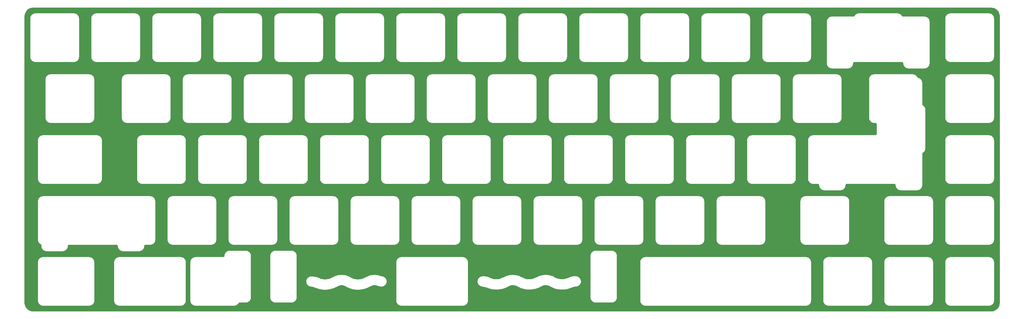
<source format=gbl>
G04 #@! TF.GenerationSoftware,KiCad,Pcbnew,(5.1.5)-3*
G04 #@! TF.CreationDate,2020-06-26T12:36:06-04:00*
G04 #@! TF.ProjectId,discipline-pcb,64697363-6970-46c6-996e-652d7063622e,rev?*
G04 #@! TF.SameCoordinates,Original*
G04 #@! TF.FileFunction,Copper,L2,Bot*
G04 #@! TF.FilePolarity,Positive*
%FSLAX46Y46*%
G04 Gerber Fmt 4.6, Leading zero omitted, Abs format (unit mm)*
G04 Created by KiCad (PCBNEW (5.1.5)-3) date 2020-06-26 12:36:06*
%MOMM*%
%LPD*%
G04 APERTURE LIST*
%ADD10C,0.254000*%
G04 APERTURE END LIST*
D10*
G36*
X356287214Y-92085699D02*
G01*
X356771808Y-92232008D01*
X357218749Y-92469649D01*
X357611018Y-92789577D01*
X357933680Y-93179610D01*
X358174434Y-93624875D01*
X358324120Y-94108430D01*
X358380500Y-94644856D01*
X358380501Y-184181103D01*
X358327701Y-184719615D01*
X358181392Y-185204209D01*
X357943752Y-185651147D01*
X357623822Y-186043420D01*
X357233793Y-186366080D01*
X356788527Y-186606835D01*
X356304968Y-186756521D01*
X355768534Y-186812902D01*
X56684961Y-186812900D01*
X56146090Y-186760557D01*
X55661367Y-186614689D01*
X55214211Y-186377453D01*
X54821650Y-186057880D01*
X54498636Y-185668144D01*
X54257476Y-185223093D01*
X54107351Y-184739672D01*
X54050499Y-184203434D01*
X54050499Y-171486797D01*
X57986750Y-171486797D01*
X57986751Y-183559006D01*
X57989843Y-183590396D01*
X57989800Y-183596499D01*
X57990801Y-183606713D01*
X58011202Y-183800809D01*
X58024594Y-183866050D01*
X58037079Y-183931499D01*
X58040045Y-183941324D01*
X58097757Y-184127762D01*
X58123581Y-184189194D01*
X58148527Y-184250938D01*
X58153345Y-184260000D01*
X58246170Y-184431676D01*
X58283407Y-184486883D01*
X58319900Y-184542649D01*
X58326386Y-184550602D01*
X58450789Y-184700979D01*
X58498096Y-184747957D01*
X58544667Y-184795514D01*
X58552574Y-184802056D01*
X58703816Y-184925406D01*
X58759309Y-184962275D01*
X58814270Y-184999908D01*
X58823297Y-185004789D01*
X58995619Y-185096414D01*
X59057258Y-185121820D01*
X59118439Y-185148042D01*
X59128242Y-185151077D01*
X59315078Y-185207486D01*
X59380470Y-185220434D01*
X59445586Y-185234275D01*
X59455792Y-185235348D01*
X59650025Y-185254393D01*
X59650027Y-185254393D01*
X59685645Y-185257901D01*
X74139105Y-185257901D01*
X74170504Y-185254808D01*
X74176598Y-185254851D01*
X74186812Y-185253850D01*
X74380908Y-185233449D01*
X74446149Y-185220057D01*
X74511598Y-185207572D01*
X74521423Y-185204606D01*
X74707861Y-185146894D01*
X74769293Y-185121070D01*
X74831037Y-185096124D01*
X74840099Y-185091306D01*
X75011775Y-184998481D01*
X75066982Y-184961244D01*
X75122748Y-184924751D01*
X75130701Y-184918265D01*
X75281078Y-184793862D01*
X75328056Y-184746555D01*
X75375613Y-184699984D01*
X75382155Y-184692077D01*
X75505505Y-184540835D01*
X75542374Y-184485342D01*
X75580007Y-184430381D01*
X75584888Y-184421354D01*
X75676513Y-184249032D01*
X75701919Y-184187393D01*
X75728141Y-184126212D01*
X75731176Y-184116409D01*
X75787585Y-183929573D01*
X75800533Y-183864181D01*
X75814374Y-183799065D01*
X75815447Y-183788859D01*
X75834492Y-183594626D01*
X75834492Y-183594624D01*
X75838000Y-183559006D01*
X75838000Y-171486797D01*
X81799250Y-171486797D01*
X81799251Y-183559006D01*
X81802343Y-183590396D01*
X81802300Y-183596499D01*
X81803301Y-183606713D01*
X81823702Y-183800809D01*
X81837094Y-183866050D01*
X81849579Y-183931499D01*
X81852545Y-183941324D01*
X81910257Y-184127762D01*
X81936081Y-184189194D01*
X81961027Y-184250938D01*
X81965845Y-184260000D01*
X82058670Y-184431676D01*
X82095907Y-184486883D01*
X82132400Y-184542649D01*
X82138886Y-184550602D01*
X82263289Y-184700979D01*
X82310596Y-184747957D01*
X82357167Y-184795514D01*
X82365074Y-184802056D01*
X82516316Y-184925406D01*
X82571809Y-184962275D01*
X82626770Y-184999908D01*
X82635797Y-185004789D01*
X82808119Y-185096414D01*
X82869758Y-185121820D01*
X82930939Y-185148042D01*
X82940742Y-185151077D01*
X83127578Y-185207486D01*
X83192970Y-185220434D01*
X83258086Y-185234275D01*
X83268292Y-185235348D01*
X83462525Y-185254393D01*
X83462527Y-185254393D01*
X83498145Y-185257901D01*
X102714105Y-185257901D01*
X102745504Y-185254808D01*
X102751598Y-185254851D01*
X102761812Y-185253850D01*
X102955908Y-185233449D01*
X103021149Y-185220057D01*
X103086598Y-185207572D01*
X103096423Y-185204606D01*
X103282861Y-185146894D01*
X103344293Y-185121070D01*
X103406037Y-185096124D01*
X103415099Y-185091306D01*
X103586775Y-184998481D01*
X103641982Y-184961244D01*
X103697748Y-184924751D01*
X103705701Y-184918265D01*
X103856078Y-184793862D01*
X103903056Y-184746555D01*
X103950613Y-184699984D01*
X103957155Y-184692077D01*
X104080505Y-184540835D01*
X104117374Y-184485342D01*
X104155007Y-184430381D01*
X104159888Y-184421354D01*
X104251513Y-184249032D01*
X104276919Y-184187393D01*
X104303141Y-184126212D01*
X104306176Y-184116409D01*
X104362585Y-183929573D01*
X104375533Y-183864181D01*
X104389374Y-183799065D01*
X104390447Y-183788859D01*
X104409492Y-183594626D01*
X104409492Y-183594624D01*
X104413000Y-183559006D01*
X104413000Y-171486797D01*
X105611750Y-171486797D01*
X105611751Y-183559006D01*
X105614843Y-183590396D01*
X105614800Y-183596499D01*
X105615801Y-183606713D01*
X105636202Y-183800809D01*
X105649594Y-183866050D01*
X105662079Y-183931499D01*
X105665045Y-183941324D01*
X105722757Y-184127762D01*
X105748581Y-184189194D01*
X105773527Y-184250938D01*
X105778345Y-184260000D01*
X105871170Y-184431676D01*
X105908407Y-184486883D01*
X105944900Y-184542649D01*
X105951386Y-184550602D01*
X106075789Y-184700979D01*
X106123096Y-184747957D01*
X106169667Y-184795514D01*
X106177574Y-184802056D01*
X106328816Y-184925406D01*
X106384309Y-184962275D01*
X106439270Y-184999908D01*
X106448297Y-185004789D01*
X106620619Y-185096414D01*
X106682258Y-185121820D01*
X106743439Y-185148042D01*
X106753242Y-185151077D01*
X106940078Y-185207486D01*
X107005470Y-185220434D01*
X107070586Y-185234275D01*
X107080792Y-185235348D01*
X107275025Y-185254393D01*
X107275027Y-185254393D01*
X107310645Y-185257901D01*
X119382855Y-185257901D01*
X119395645Y-185256641D01*
X119442158Y-185255017D01*
X119485401Y-185249247D01*
X119528952Y-185246812D01*
X119539082Y-185245172D01*
X119731515Y-185212624D01*
X119795800Y-185195158D01*
X119860321Y-185178592D01*
X119869940Y-185175015D01*
X120052387Y-185105711D01*
X120112113Y-185076063D01*
X120172137Y-185047304D01*
X120180869Y-185041932D01*
X120180874Y-185041930D01*
X120180877Y-185041927D01*
X120346388Y-184938504D01*
X120399189Y-184897842D01*
X120452506Y-184857955D01*
X120460036Y-184850983D01*
X120602306Y-184717383D01*
X120646202Y-184667241D01*
X120690762Y-184617752D01*
X120696794Y-184609450D01*
X120810404Y-184450761D01*
X120882061Y-184350672D01*
X120919262Y-184315737D01*
X120962539Y-184288695D01*
X121010245Y-184270573D01*
X121083487Y-184258185D01*
X121091623Y-184257901D01*
X123026605Y-184257901D01*
X123058004Y-184254808D01*
X123064098Y-184254851D01*
X123074312Y-184253850D01*
X123268408Y-184233449D01*
X123333649Y-184220057D01*
X123399098Y-184207572D01*
X123408923Y-184204606D01*
X123595361Y-184146894D01*
X123656793Y-184121070D01*
X123718537Y-184096124D01*
X123727599Y-184091306D01*
X123899275Y-183998481D01*
X123954482Y-183961244D01*
X124010248Y-183924751D01*
X124018201Y-183918265D01*
X124168578Y-183793862D01*
X124215556Y-183746555D01*
X124263113Y-183699984D01*
X124269655Y-183692077D01*
X124393005Y-183540835D01*
X124429874Y-183485342D01*
X124467507Y-183430381D01*
X124472388Y-183421354D01*
X124564013Y-183249032D01*
X124589419Y-183187393D01*
X124615641Y-183126212D01*
X124618676Y-183116409D01*
X124675085Y-182929573D01*
X124688033Y-182864181D01*
X124701874Y-182799065D01*
X124702947Y-182788859D01*
X124721992Y-182594626D01*
X124721992Y-182594624D01*
X124725500Y-182559006D01*
X124725500Y-182559005D01*
X130549250Y-182559005D01*
X130552343Y-182590404D01*
X130552300Y-182596499D01*
X130553301Y-182606713D01*
X130573702Y-182800809D01*
X130587094Y-182866050D01*
X130599579Y-182931499D01*
X130602545Y-182941324D01*
X130660257Y-183127762D01*
X130686081Y-183189194D01*
X130711027Y-183250938D01*
X130715845Y-183260000D01*
X130808670Y-183431676D01*
X130845907Y-183486883D01*
X130882400Y-183542649D01*
X130888886Y-183550602D01*
X131013289Y-183700979D01*
X131060596Y-183747957D01*
X131107167Y-183795514D01*
X131115074Y-183802056D01*
X131266316Y-183925406D01*
X131321809Y-183962275D01*
X131376770Y-183999908D01*
X131385797Y-184004789D01*
X131558119Y-184096414D01*
X131619758Y-184121820D01*
X131680939Y-184148042D01*
X131690742Y-184151077D01*
X131877578Y-184207486D01*
X131942970Y-184220434D01*
X132008086Y-184234275D01*
X132018292Y-184235348D01*
X132212525Y-184254393D01*
X132212527Y-184254393D01*
X132248145Y-184257901D01*
X137320355Y-184257901D01*
X137351754Y-184254808D01*
X137357848Y-184254851D01*
X137368062Y-184253850D01*
X137562158Y-184233449D01*
X137627399Y-184220057D01*
X137692848Y-184207572D01*
X137702673Y-184204606D01*
X137889111Y-184146894D01*
X137950543Y-184121070D01*
X138012287Y-184096124D01*
X138021349Y-184091306D01*
X138193025Y-183998481D01*
X138248232Y-183961244D01*
X138303998Y-183924751D01*
X138311951Y-183918265D01*
X138462328Y-183793862D01*
X138509306Y-183746555D01*
X138556863Y-183699984D01*
X138563405Y-183692077D01*
X138686755Y-183540835D01*
X138723624Y-183485342D01*
X138761257Y-183430381D01*
X138766138Y-183421354D01*
X138857763Y-183249032D01*
X138883169Y-183187393D01*
X138909391Y-183126212D01*
X138912426Y-183116409D01*
X138968835Y-182929573D01*
X138981783Y-182864181D01*
X138995624Y-182799065D01*
X138996697Y-182788859D01*
X139015742Y-182594626D01*
X139015742Y-182594624D01*
X139019250Y-182559006D01*
X139019250Y-177556818D01*
X141791579Y-177556818D01*
X141797395Y-177615873D01*
X141804421Y-177727841D01*
X141813011Y-177780936D01*
X141818988Y-177834383D01*
X141821188Y-177844407D01*
X141864362Y-178034737D01*
X141885377Y-178097982D01*
X141905489Y-178161458D01*
X141909594Y-178170863D01*
X141988914Y-178349184D01*
X142021823Y-178407162D01*
X142053872Y-178465505D01*
X142059725Y-178473934D01*
X142172170Y-178633450D01*
X142215680Y-178683892D01*
X142258483Y-178734938D01*
X142265863Y-178742070D01*
X142407150Y-178876709D01*
X142459658Y-178917763D01*
X142511536Y-178959502D01*
X142520160Y-178965065D01*
X142684908Y-179069696D01*
X142744377Y-179099761D01*
X142803384Y-179130635D01*
X142812924Y-179134416D01*
X142994858Y-179205055D01*
X143059037Y-179222998D01*
X143122914Y-179241822D01*
X143133007Y-179243678D01*
X143325196Y-179277634D01*
X143327519Y-179277814D01*
X143331516Y-179278723D01*
X144148566Y-179415738D01*
X144783448Y-179633448D01*
X145051190Y-179741482D01*
X145075715Y-179749320D01*
X145099550Y-179759053D01*
X145117930Y-179764747D01*
X146112916Y-180058762D01*
X146156782Y-180068256D01*
X146200371Y-180078892D01*
X146219378Y-180081804D01*
X146219391Y-180081807D01*
X146219402Y-180081808D01*
X147246907Y-180225524D01*
X147291692Y-180228430D01*
X147336377Y-180232506D01*
X147355618Y-180232578D01*
X147355619Y-180232578D01*
X148393092Y-180222840D01*
X148437820Y-180219094D01*
X148482611Y-180216520D01*
X148501651Y-180213747D01*
X149526290Y-180050767D01*
X149569968Y-180040452D01*
X149613891Y-180031285D01*
X149632313Y-180025728D01*
X150621605Y-179713088D01*
X150663280Y-179696430D01*
X150705365Y-179680872D01*
X150722749Y-179672659D01*
X150722763Y-179672654D01*
X150722773Y-179672648D01*
X151647112Y-179221063D01*
X151671854Y-179209703D01*
X151764955Y-179155326D01*
X152198796Y-178955893D01*
X152627989Y-178852950D01*
X153068998Y-178835332D01*
X153505028Y-178903708D01*
X153939575Y-179062834D01*
X154093370Y-179144609D01*
X154204819Y-179209702D01*
X154207947Y-179211138D01*
X154293696Y-179260148D01*
X154312752Y-179269237D01*
X154330895Y-179280015D01*
X154348231Y-179288363D01*
X155288831Y-179726217D01*
X155330817Y-179742092D01*
X155372350Y-179759052D01*
X155390724Y-179764744D01*
X155390729Y-179764746D01*
X155390733Y-179764747D01*
X156385718Y-180058761D01*
X156429578Y-180068254D01*
X156473172Y-180078891D01*
X156492179Y-180081803D01*
X156492192Y-180081806D01*
X156492203Y-180081807D01*
X157519708Y-180225523D01*
X157564493Y-180228429D01*
X157609178Y-180232505D01*
X157628419Y-180232577D01*
X157628420Y-180232577D01*
X158665893Y-180222839D01*
X158710621Y-180219093D01*
X158755412Y-180216519D01*
X158774452Y-180213746D01*
X159799091Y-180050766D01*
X159842777Y-180040449D01*
X159886691Y-180031284D01*
X159905109Y-180025728D01*
X159905114Y-180025727D01*
X159905118Y-180025725D01*
X160894405Y-179713087D01*
X160936080Y-179696429D01*
X160978165Y-179680871D01*
X160995549Y-179672658D01*
X160995563Y-179672653D01*
X160995573Y-179672647D01*
X161919878Y-179221079D01*
X161944654Y-179209703D01*
X162037755Y-179155326D01*
X162471596Y-178955893D01*
X162900789Y-178852950D01*
X163341798Y-178835332D01*
X163797522Y-178906796D01*
X163990747Y-178965970D01*
X164165143Y-179024107D01*
X164172108Y-179025758D01*
X164241871Y-179045146D01*
X165110634Y-179233479D01*
X165171676Y-179241116D01*
X165212960Y-179248222D01*
X165223200Y-179248896D01*
X165354327Y-179256608D01*
X165409208Y-179254467D01*
X165464097Y-179254850D01*
X165474311Y-179253849D01*
X165668407Y-179233448D01*
X165733651Y-179220055D01*
X165799094Y-179207572D01*
X165808918Y-179204606D01*
X165995356Y-179146895D01*
X166056810Y-179121063D01*
X166118539Y-179096122D01*
X166127601Y-179091305D01*
X166299278Y-178998479D01*
X166354531Y-178961210D01*
X166410245Y-178924752D01*
X166418198Y-178918266D01*
X166568576Y-178793863D01*
X166615554Y-178746556D01*
X166663112Y-178699984D01*
X166669654Y-178692077D01*
X166793005Y-178540834D01*
X166829895Y-178485311D01*
X166867506Y-178430381D01*
X166872386Y-178421356D01*
X166872387Y-178421355D01*
X166872389Y-178421351D01*
X166964012Y-178249033D01*
X166989415Y-178187401D01*
X167015641Y-178126212D01*
X167018676Y-178116409D01*
X167075085Y-177929573D01*
X167088035Y-177864170D01*
X167101874Y-177799065D01*
X167102947Y-177788859D01*
X167121992Y-177594626D01*
X167121992Y-177594623D01*
X167129056Y-177522900D01*
X167122357Y-177454888D01*
X167107535Y-177285349D01*
X167095990Y-177223637D01*
X167085964Y-177161691D01*
X167083275Y-177151787D01*
X167030811Y-176963805D01*
X167006725Y-176901686D01*
X166983515Y-176839255D01*
X166978953Y-176830062D01*
X166890977Y-176655849D01*
X166855286Y-176599595D01*
X166820391Y-176542859D01*
X166814130Y-176534727D01*
X166693992Y-176380920D01*
X166648048Y-176332662D01*
X166602799Y-176283787D01*
X166595085Y-176277032D01*
X166595081Y-176277028D01*
X166595077Y-176277025D01*
X166447353Y-176149484D01*
X166392904Y-176111065D01*
X166339032Y-176071916D01*
X166330146Y-176066783D01*
X166160461Y-175970363D01*
X166099598Y-175943257D01*
X166039137Y-175915312D01*
X166029423Y-175912004D01*
X165844242Y-175850379D01*
X165836929Y-175848717D01*
X165812723Y-175840671D01*
X165794145Y-175835663D01*
X164759963Y-175571369D01*
X164751608Y-175569626D01*
X164745670Y-175567868D01*
X164291058Y-175461336D01*
X164283568Y-175460272D01*
X164276333Y-175458044D01*
X164192690Y-175445227D01*
X163307710Y-175361381D01*
X163284583Y-175361255D01*
X163261628Y-175358472D01*
X163177069Y-175360668D01*
X163177038Y-175360668D01*
X163177028Y-175360670D01*
X162291195Y-175434865D01*
X162268415Y-175438836D01*
X162245327Y-175440162D01*
X162162462Y-175457304D01*
X161303760Y-175687196D01*
X161282043Y-175695138D01*
X161259554Y-175700532D01*
X161181034Y-175732077D01*
X160379522Y-176109031D01*
X160349906Y-176122630D01*
X160254040Y-176178622D01*
X159538585Y-176515103D01*
X158806616Y-176711066D01*
X158051512Y-176774312D01*
X157297140Y-176702840D01*
X156565405Y-176498368D01*
X155897172Y-176179636D01*
X155799567Y-176122629D01*
X155771655Y-176109813D01*
X155023135Y-175752787D01*
X155003337Y-175745424D01*
X154984567Y-175735731D01*
X154904516Y-175708305D01*
X154048371Y-175469068D01*
X154025639Y-175464850D01*
X154003533Y-175458044D01*
X153919890Y-175445227D01*
X153034910Y-175361381D01*
X153011783Y-175361255D01*
X152988828Y-175358472D01*
X152904269Y-175360668D01*
X152904238Y-175360668D01*
X152904228Y-175360670D01*
X152018395Y-175434865D01*
X151995615Y-175438836D01*
X151972527Y-175440162D01*
X151889662Y-175457304D01*
X151030960Y-175687196D01*
X151009243Y-175695138D01*
X150986754Y-175700532D01*
X150908234Y-175732077D01*
X150106722Y-176109031D01*
X150077106Y-176122630D01*
X149981240Y-176178622D01*
X149265785Y-176515103D01*
X148533816Y-176711066D01*
X147778712Y-176774312D01*
X147024340Y-176702840D01*
X146281271Y-176495200D01*
X145860083Y-176310518D01*
X145595706Y-176189921D01*
X145553714Y-176175527D01*
X145512911Y-176158039D01*
X145503107Y-176155004D01*
X144755763Y-175929367D01*
X144690380Y-175916421D01*
X144625253Y-175902578D01*
X144615049Y-175901505D01*
X144615047Y-175901505D01*
X143838110Y-175825326D01*
X143802492Y-175821818D01*
X143494030Y-175821818D01*
X143462631Y-175824911D01*
X143456537Y-175824868D01*
X143446323Y-175825869D01*
X143252226Y-175846270D01*
X143186978Y-175859663D01*
X143121537Y-175872147D01*
X143111712Y-175875113D01*
X142925274Y-175932825D01*
X142863855Y-175958643D01*
X142802097Y-175983595D01*
X142793036Y-175988413D01*
X142621359Y-176081238D01*
X142566112Y-176118503D01*
X142510387Y-176154968D01*
X142502434Y-176161454D01*
X142352056Y-176285858D01*
X142305079Y-176333164D01*
X142257522Y-176379735D01*
X142250980Y-176387642D01*
X142127630Y-176538884D01*
X142090743Y-176594403D01*
X142053129Y-176649338D01*
X142048247Y-176658365D01*
X141956622Y-176830687D01*
X141931221Y-176892314D01*
X141904994Y-176953507D01*
X141901959Y-176963310D01*
X141845550Y-177150146D01*
X141832602Y-177215538D01*
X141818761Y-177280654D01*
X141817688Y-177290860D01*
X141798655Y-177484970D01*
X141791579Y-177556818D01*
X139019250Y-177556818D01*
X139019250Y-171486797D01*
X169905500Y-171486797D01*
X169905501Y-183559006D01*
X169908593Y-183590396D01*
X169908550Y-183596499D01*
X169909551Y-183606713D01*
X169929952Y-183800809D01*
X169943344Y-183866050D01*
X169955829Y-183931499D01*
X169958795Y-183941324D01*
X170016507Y-184127762D01*
X170042331Y-184189194D01*
X170067277Y-184250938D01*
X170072095Y-184260000D01*
X170164920Y-184431676D01*
X170202157Y-184486883D01*
X170238650Y-184542649D01*
X170245136Y-184550602D01*
X170369539Y-184700979D01*
X170416846Y-184747957D01*
X170463417Y-184795514D01*
X170471324Y-184802056D01*
X170622566Y-184925406D01*
X170678059Y-184962275D01*
X170733020Y-184999908D01*
X170742047Y-185004789D01*
X170914369Y-185096414D01*
X170976008Y-185121820D01*
X171037189Y-185148042D01*
X171046992Y-185151077D01*
X171233828Y-185207486D01*
X171299220Y-185220434D01*
X171364336Y-185234275D01*
X171374542Y-185235348D01*
X171568775Y-185254393D01*
X171568777Y-185254393D01*
X171604395Y-185257901D01*
X190820355Y-185257901D01*
X190851754Y-185254808D01*
X190857848Y-185254851D01*
X190868062Y-185253850D01*
X191062158Y-185233449D01*
X191127399Y-185220057D01*
X191192848Y-185207572D01*
X191202673Y-185204606D01*
X191389111Y-185146894D01*
X191450543Y-185121070D01*
X191512287Y-185096124D01*
X191521349Y-185091306D01*
X191693025Y-184998481D01*
X191748232Y-184961244D01*
X191803998Y-184924751D01*
X191811951Y-184918265D01*
X191962328Y-184793862D01*
X192009306Y-184746555D01*
X192056863Y-184699984D01*
X192063405Y-184692077D01*
X192186755Y-184540835D01*
X192223624Y-184485342D01*
X192261257Y-184430381D01*
X192266138Y-184421354D01*
X192357763Y-184249032D01*
X192383169Y-184187393D01*
X192409391Y-184126212D01*
X192412426Y-184116409D01*
X192468835Y-183929573D01*
X192481783Y-183864181D01*
X192495624Y-183799065D01*
X192496697Y-183788859D01*
X192515742Y-183594626D01*
X192515742Y-183594624D01*
X192519250Y-183559006D01*
X192519250Y-182559005D01*
X230549250Y-182559005D01*
X230552343Y-182590404D01*
X230552300Y-182596499D01*
X230553301Y-182606713D01*
X230573702Y-182800809D01*
X230587094Y-182866050D01*
X230599579Y-182931499D01*
X230602545Y-182941324D01*
X230660257Y-183127762D01*
X230686081Y-183189194D01*
X230711027Y-183250938D01*
X230715845Y-183260000D01*
X230808670Y-183431676D01*
X230845907Y-183486883D01*
X230882400Y-183542649D01*
X230888886Y-183550602D01*
X231013289Y-183700979D01*
X231060596Y-183747957D01*
X231107167Y-183795514D01*
X231115074Y-183802056D01*
X231266316Y-183925406D01*
X231321809Y-183962275D01*
X231376770Y-183999908D01*
X231385797Y-184004789D01*
X231558119Y-184096414D01*
X231619758Y-184121820D01*
X231680939Y-184148042D01*
X231690742Y-184151077D01*
X231877578Y-184207486D01*
X231942970Y-184220434D01*
X232008086Y-184234275D01*
X232018292Y-184235348D01*
X232212525Y-184254393D01*
X232212527Y-184254393D01*
X232248145Y-184257901D01*
X237320355Y-184257901D01*
X237351754Y-184254808D01*
X237357848Y-184254851D01*
X237368062Y-184253850D01*
X237562158Y-184233449D01*
X237627399Y-184220057D01*
X237692848Y-184207572D01*
X237702673Y-184204606D01*
X237889111Y-184146894D01*
X237950543Y-184121070D01*
X238012287Y-184096124D01*
X238021349Y-184091306D01*
X238193025Y-183998481D01*
X238248232Y-183961244D01*
X238303998Y-183924751D01*
X238311951Y-183918265D01*
X238462328Y-183793862D01*
X238509306Y-183746555D01*
X238556863Y-183699984D01*
X238563405Y-183692077D01*
X238686755Y-183540835D01*
X238723624Y-183485342D01*
X238761257Y-183430381D01*
X238766138Y-183421354D01*
X238857763Y-183249032D01*
X238883169Y-183187393D01*
X238909391Y-183126212D01*
X238912426Y-183116409D01*
X238968835Y-182929573D01*
X238981783Y-182864181D01*
X238995624Y-182799065D01*
X238996697Y-182788859D01*
X239015742Y-182594626D01*
X239015742Y-182594624D01*
X239019250Y-182559006D01*
X239019250Y-171486797D01*
X246105500Y-171486797D01*
X246105501Y-183559006D01*
X246108593Y-183590396D01*
X246108550Y-183596499D01*
X246109551Y-183606713D01*
X246129952Y-183800809D01*
X246143344Y-183866050D01*
X246155829Y-183931499D01*
X246158795Y-183941324D01*
X246216507Y-184127762D01*
X246242331Y-184189194D01*
X246267277Y-184250938D01*
X246272095Y-184260000D01*
X246364920Y-184431676D01*
X246402157Y-184486883D01*
X246438650Y-184542649D01*
X246445136Y-184550602D01*
X246569539Y-184700979D01*
X246616846Y-184747957D01*
X246663417Y-184795514D01*
X246671324Y-184802056D01*
X246822566Y-184925406D01*
X246878059Y-184962275D01*
X246933020Y-184999908D01*
X246942047Y-185004789D01*
X247114369Y-185096414D01*
X247176008Y-185121820D01*
X247237189Y-185148042D01*
X247246992Y-185151077D01*
X247433828Y-185207486D01*
X247499220Y-185220434D01*
X247564336Y-185234275D01*
X247574542Y-185235348D01*
X247768775Y-185254393D01*
X247768777Y-185254393D01*
X247804395Y-185257901D01*
X297976605Y-185257901D01*
X298008004Y-185254808D01*
X298014098Y-185254851D01*
X298024312Y-185253850D01*
X298218408Y-185233449D01*
X298283649Y-185220057D01*
X298349098Y-185207572D01*
X298358923Y-185204606D01*
X298545361Y-185146894D01*
X298606793Y-185121070D01*
X298668537Y-185096124D01*
X298677599Y-185091306D01*
X298849275Y-184998481D01*
X298904482Y-184961244D01*
X298960248Y-184924751D01*
X298968201Y-184918265D01*
X299118578Y-184793862D01*
X299165556Y-184746555D01*
X299213113Y-184699984D01*
X299219655Y-184692077D01*
X299343005Y-184540835D01*
X299379874Y-184485342D01*
X299417507Y-184430381D01*
X299422388Y-184421354D01*
X299514013Y-184249032D01*
X299539419Y-184187393D01*
X299565641Y-184126212D01*
X299568676Y-184116409D01*
X299625085Y-183929573D01*
X299638033Y-183864181D01*
X299651874Y-183799065D01*
X299652947Y-183788859D01*
X299671992Y-183594626D01*
X299671992Y-183594624D01*
X299675500Y-183559006D01*
X299675500Y-171486797D01*
X303255500Y-171486797D01*
X303255501Y-183559006D01*
X303258593Y-183590396D01*
X303258550Y-183596499D01*
X303259551Y-183606713D01*
X303279952Y-183800809D01*
X303293344Y-183866050D01*
X303305829Y-183931499D01*
X303308795Y-183941324D01*
X303366507Y-184127762D01*
X303392331Y-184189194D01*
X303417277Y-184250938D01*
X303422095Y-184260000D01*
X303514920Y-184431676D01*
X303552157Y-184486883D01*
X303588650Y-184542649D01*
X303595136Y-184550602D01*
X303719539Y-184700979D01*
X303766846Y-184747957D01*
X303813417Y-184795514D01*
X303821324Y-184802056D01*
X303972566Y-184925406D01*
X304028059Y-184962275D01*
X304083020Y-184999908D01*
X304092047Y-185004789D01*
X304264369Y-185096414D01*
X304326008Y-185121820D01*
X304387189Y-185148042D01*
X304396992Y-185151077D01*
X304583828Y-185207486D01*
X304649220Y-185220434D01*
X304714336Y-185234275D01*
X304724542Y-185235348D01*
X304918775Y-185254393D01*
X304918777Y-185254393D01*
X304954395Y-185257901D01*
X317026605Y-185257901D01*
X317058004Y-185254808D01*
X317064098Y-185254851D01*
X317074312Y-185253850D01*
X317268408Y-185233449D01*
X317333649Y-185220057D01*
X317399098Y-185207572D01*
X317408923Y-185204606D01*
X317595361Y-185146894D01*
X317656793Y-185121070D01*
X317718537Y-185096124D01*
X317727599Y-185091306D01*
X317899275Y-184998481D01*
X317954482Y-184961244D01*
X318010248Y-184924751D01*
X318018201Y-184918265D01*
X318168578Y-184793862D01*
X318215556Y-184746555D01*
X318263113Y-184699984D01*
X318269655Y-184692077D01*
X318393005Y-184540835D01*
X318429874Y-184485342D01*
X318467507Y-184430381D01*
X318472388Y-184421354D01*
X318564013Y-184249032D01*
X318589419Y-184187393D01*
X318615641Y-184126212D01*
X318618676Y-184116409D01*
X318675085Y-183929573D01*
X318688033Y-183864181D01*
X318701874Y-183799065D01*
X318702947Y-183788859D01*
X318721992Y-183594626D01*
X318721992Y-183594624D01*
X318725500Y-183559006D01*
X318725500Y-171486797D01*
X322305500Y-171486797D01*
X322305501Y-183559006D01*
X322308593Y-183590396D01*
X322308550Y-183596499D01*
X322309551Y-183606713D01*
X322329952Y-183800809D01*
X322343344Y-183866050D01*
X322355829Y-183931499D01*
X322358795Y-183941324D01*
X322416507Y-184127762D01*
X322442331Y-184189194D01*
X322467277Y-184250938D01*
X322472095Y-184260000D01*
X322564920Y-184431676D01*
X322602157Y-184486883D01*
X322638650Y-184542649D01*
X322645136Y-184550602D01*
X322769539Y-184700979D01*
X322816846Y-184747957D01*
X322863417Y-184795514D01*
X322871324Y-184802056D01*
X323022566Y-184925406D01*
X323078059Y-184962275D01*
X323133020Y-184999908D01*
X323142047Y-185004789D01*
X323314369Y-185096414D01*
X323376008Y-185121820D01*
X323437189Y-185148042D01*
X323446992Y-185151077D01*
X323633828Y-185207486D01*
X323699220Y-185220434D01*
X323764336Y-185234275D01*
X323774542Y-185235348D01*
X323968775Y-185254393D01*
X323968777Y-185254393D01*
X324004395Y-185257901D01*
X336076605Y-185257901D01*
X336108004Y-185254808D01*
X336114098Y-185254851D01*
X336124312Y-185253850D01*
X336318408Y-185233449D01*
X336383649Y-185220057D01*
X336449098Y-185207572D01*
X336458923Y-185204606D01*
X336645361Y-185146894D01*
X336706793Y-185121070D01*
X336768537Y-185096124D01*
X336777599Y-185091306D01*
X336949275Y-184998481D01*
X337004482Y-184961244D01*
X337060248Y-184924751D01*
X337068201Y-184918265D01*
X337218578Y-184793862D01*
X337265556Y-184746555D01*
X337313113Y-184699984D01*
X337319655Y-184692077D01*
X337443005Y-184540835D01*
X337479874Y-184485342D01*
X337517507Y-184430381D01*
X337522388Y-184421354D01*
X337614013Y-184249032D01*
X337639419Y-184187393D01*
X337665641Y-184126212D01*
X337668676Y-184116409D01*
X337725085Y-183929573D01*
X337738033Y-183864181D01*
X337751874Y-183799065D01*
X337752947Y-183788859D01*
X337771992Y-183594626D01*
X337771992Y-183594624D01*
X337775500Y-183559006D01*
X337775500Y-171486797D01*
X341355500Y-171486797D01*
X341355501Y-183559006D01*
X341358593Y-183590396D01*
X341358550Y-183596499D01*
X341359551Y-183606713D01*
X341379952Y-183800809D01*
X341393344Y-183866050D01*
X341405829Y-183931499D01*
X341408795Y-183941324D01*
X341466507Y-184127762D01*
X341492331Y-184189194D01*
X341517277Y-184250938D01*
X341522095Y-184260000D01*
X341614920Y-184431676D01*
X341652157Y-184486883D01*
X341688650Y-184542649D01*
X341695136Y-184550602D01*
X341819539Y-184700979D01*
X341866846Y-184747957D01*
X341913417Y-184795514D01*
X341921324Y-184802056D01*
X342072566Y-184925406D01*
X342128059Y-184962275D01*
X342183020Y-184999908D01*
X342192047Y-185004789D01*
X342364369Y-185096414D01*
X342426008Y-185121820D01*
X342487189Y-185148042D01*
X342496992Y-185151077D01*
X342683828Y-185207486D01*
X342749220Y-185220434D01*
X342814336Y-185234275D01*
X342824542Y-185235348D01*
X343018775Y-185254393D01*
X343018777Y-185254393D01*
X343054395Y-185257901D01*
X355126605Y-185257901D01*
X355158004Y-185254808D01*
X355164098Y-185254851D01*
X355174312Y-185253850D01*
X355368408Y-185233449D01*
X355433649Y-185220057D01*
X355499098Y-185207572D01*
X355508923Y-185204606D01*
X355695361Y-185146894D01*
X355756793Y-185121070D01*
X355818537Y-185096124D01*
X355827599Y-185091306D01*
X355999275Y-184998481D01*
X356054482Y-184961244D01*
X356110248Y-184924751D01*
X356118201Y-184918265D01*
X356268578Y-184793862D01*
X356315556Y-184746555D01*
X356363113Y-184699984D01*
X356369655Y-184692077D01*
X356493005Y-184540835D01*
X356529874Y-184485342D01*
X356567507Y-184430381D01*
X356572388Y-184421354D01*
X356664013Y-184249032D01*
X356689419Y-184187393D01*
X356715641Y-184126212D01*
X356718676Y-184116409D01*
X356775085Y-183929573D01*
X356788033Y-183864181D01*
X356801874Y-183799065D01*
X356802947Y-183788859D01*
X356821992Y-183594626D01*
X356821992Y-183594624D01*
X356825500Y-183559006D01*
X356825500Y-171486796D01*
X356822407Y-171455397D01*
X356822450Y-171449303D01*
X356821449Y-171439089D01*
X356801048Y-171244992D01*
X356787655Y-171179744D01*
X356775171Y-171114303D01*
X356772205Y-171104478D01*
X356714493Y-170918040D01*
X356688675Y-170856621D01*
X356663723Y-170794863D01*
X356658905Y-170785802D01*
X356566080Y-170614125D01*
X356528815Y-170558878D01*
X356492350Y-170503153D01*
X356485864Y-170495200D01*
X356361460Y-170344822D01*
X356314154Y-170297845D01*
X356267583Y-170250288D01*
X356259676Y-170243746D01*
X356108434Y-170120396D01*
X356052915Y-170083509D01*
X355997980Y-170045895D01*
X355988953Y-170041013D01*
X355816631Y-169949388D01*
X355755004Y-169923987D01*
X355693811Y-169897760D01*
X355684008Y-169894725D01*
X355497172Y-169838316D01*
X355431780Y-169825368D01*
X355366664Y-169811527D01*
X355356458Y-169810454D01*
X355162224Y-169791409D01*
X355162223Y-169791409D01*
X355126605Y-169787901D01*
X343054395Y-169787901D01*
X343022996Y-169790994D01*
X343016902Y-169790951D01*
X343006688Y-169791952D01*
X342812591Y-169812353D01*
X342747343Y-169825746D01*
X342681902Y-169838230D01*
X342672077Y-169841196D01*
X342485639Y-169898908D01*
X342424220Y-169924726D01*
X342362462Y-169949678D01*
X342353401Y-169954496D01*
X342181724Y-170047321D01*
X342126477Y-170084586D01*
X342070752Y-170121051D01*
X342062799Y-170127537D01*
X341912421Y-170251941D01*
X341865444Y-170299247D01*
X341817887Y-170345818D01*
X341811345Y-170353725D01*
X341687995Y-170504967D01*
X341651108Y-170560486D01*
X341613494Y-170615421D01*
X341608612Y-170624448D01*
X341516987Y-170796770D01*
X341491586Y-170858397D01*
X341465359Y-170919590D01*
X341462324Y-170929393D01*
X341405915Y-171116229D01*
X341392967Y-171181621D01*
X341379126Y-171246737D01*
X341378053Y-171256943D01*
X341359008Y-171451177D01*
X341355500Y-171486797D01*
X337775500Y-171486797D01*
X337775500Y-171486796D01*
X337772407Y-171455397D01*
X337772450Y-171449303D01*
X337771449Y-171439089D01*
X337751048Y-171244992D01*
X337737655Y-171179744D01*
X337725171Y-171114303D01*
X337722205Y-171104478D01*
X337664493Y-170918040D01*
X337638675Y-170856621D01*
X337613723Y-170794863D01*
X337608905Y-170785802D01*
X337516080Y-170614125D01*
X337478815Y-170558878D01*
X337442350Y-170503153D01*
X337435864Y-170495200D01*
X337311460Y-170344822D01*
X337264154Y-170297845D01*
X337217583Y-170250288D01*
X337209676Y-170243746D01*
X337058434Y-170120396D01*
X337002915Y-170083509D01*
X336947980Y-170045895D01*
X336938953Y-170041013D01*
X336766631Y-169949388D01*
X336705004Y-169923987D01*
X336643811Y-169897760D01*
X336634008Y-169894725D01*
X336447172Y-169838316D01*
X336381780Y-169825368D01*
X336316664Y-169811527D01*
X336306458Y-169810454D01*
X336112224Y-169791409D01*
X336112223Y-169791409D01*
X336076605Y-169787901D01*
X324004395Y-169787901D01*
X323972996Y-169790994D01*
X323966902Y-169790951D01*
X323956688Y-169791952D01*
X323762591Y-169812353D01*
X323697343Y-169825746D01*
X323631902Y-169838230D01*
X323622077Y-169841196D01*
X323435639Y-169898908D01*
X323374220Y-169924726D01*
X323312462Y-169949678D01*
X323303401Y-169954496D01*
X323131724Y-170047321D01*
X323076477Y-170084586D01*
X323020752Y-170121051D01*
X323012799Y-170127537D01*
X322862421Y-170251941D01*
X322815444Y-170299247D01*
X322767887Y-170345818D01*
X322761345Y-170353725D01*
X322637995Y-170504967D01*
X322601108Y-170560486D01*
X322563494Y-170615421D01*
X322558612Y-170624448D01*
X322466987Y-170796770D01*
X322441586Y-170858397D01*
X322415359Y-170919590D01*
X322412324Y-170929393D01*
X322355915Y-171116229D01*
X322342967Y-171181621D01*
X322329126Y-171246737D01*
X322328053Y-171256943D01*
X322309008Y-171451177D01*
X322305500Y-171486797D01*
X318725500Y-171486797D01*
X318725500Y-171486796D01*
X318722407Y-171455397D01*
X318722450Y-171449303D01*
X318721449Y-171439089D01*
X318701048Y-171244992D01*
X318687655Y-171179744D01*
X318675171Y-171114303D01*
X318672205Y-171104478D01*
X318614493Y-170918040D01*
X318588675Y-170856621D01*
X318563723Y-170794863D01*
X318558905Y-170785802D01*
X318466080Y-170614125D01*
X318428815Y-170558878D01*
X318392350Y-170503153D01*
X318385864Y-170495200D01*
X318261460Y-170344822D01*
X318214154Y-170297845D01*
X318167583Y-170250288D01*
X318159676Y-170243746D01*
X318008434Y-170120396D01*
X317952915Y-170083509D01*
X317897980Y-170045895D01*
X317888953Y-170041013D01*
X317716631Y-169949388D01*
X317655004Y-169923987D01*
X317593811Y-169897760D01*
X317584008Y-169894725D01*
X317397172Y-169838316D01*
X317331780Y-169825368D01*
X317266664Y-169811527D01*
X317256458Y-169810454D01*
X317062224Y-169791409D01*
X317062223Y-169791409D01*
X317026605Y-169787901D01*
X304954395Y-169787901D01*
X304922996Y-169790994D01*
X304916902Y-169790951D01*
X304906688Y-169791952D01*
X304712591Y-169812353D01*
X304647343Y-169825746D01*
X304581902Y-169838230D01*
X304572077Y-169841196D01*
X304385639Y-169898908D01*
X304324220Y-169924726D01*
X304262462Y-169949678D01*
X304253401Y-169954496D01*
X304081724Y-170047321D01*
X304026477Y-170084586D01*
X303970752Y-170121051D01*
X303962799Y-170127537D01*
X303812421Y-170251941D01*
X303765444Y-170299247D01*
X303717887Y-170345818D01*
X303711345Y-170353725D01*
X303587995Y-170504967D01*
X303551108Y-170560486D01*
X303513494Y-170615421D01*
X303508612Y-170624448D01*
X303416987Y-170796770D01*
X303391586Y-170858397D01*
X303365359Y-170919590D01*
X303362324Y-170929393D01*
X303305915Y-171116229D01*
X303292967Y-171181621D01*
X303279126Y-171246737D01*
X303278053Y-171256943D01*
X303259008Y-171451177D01*
X303255500Y-171486797D01*
X299675500Y-171486797D01*
X299675500Y-171486796D01*
X299672407Y-171455397D01*
X299672450Y-171449303D01*
X299671449Y-171439089D01*
X299651048Y-171244992D01*
X299637655Y-171179744D01*
X299625171Y-171114303D01*
X299622205Y-171104478D01*
X299564493Y-170918040D01*
X299538675Y-170856621D01*
X299513723Y-170794863D01*
X299508905Y-170785802D01*
X299416080Y-170614125D01*
X299378815Y-170558878D01*
X299342350Y-170503153D01*
X299335864Y-170495200D01*
X299211460Y-170344822D01*
X299164154Y-170297845D01*
X299117583Y-170250288D01*
X299109676Y-170243746D01*
X298958434Y-170120396D01*
X298902915Y-170083509D01*
X298847980Y-170045895D01*
X298838953Y-170041013D01*
X298666631Y-169949388D01*
X298605004Y-169923987D01*
X298543811Y-169897760D01*
X298534008Y-169894725D01*
X298347172Y-169838316D01*
X298281780Y-169825368D01*
X298216664Y-169811527D01*
X298206458Y-169810454D01*
X298012224Y-169791409D01*
X298012223Y-169791409D01*
X297976605Y-169787901D01*
X247804395Y-169787901D01*
X247772996Y-169790994D01*
X247766902Y-169790951D01*
X247756688Y-169791952D01*
X247562591Y-169812353D01*
X247497343Y-169825746D01*
X247431902Y-169838230D01*
X247422077Y-169841196D01*
X247235639Y-169898908D01*
X247174220Y-169924726D01*
X247112462Y-169949678D01*
X247103401Y-169954496D01*
X246931724Y-170047321D01*
X246876477Y-170084586D01*
X246820752Y-170121051D01*
X246812799Y-170127537D01*
X246662421Y-170251941D01*
X246615444Y-170299247D01*
X246567887Y-170345818D01*
X246561345Y-170353725D01*
X246437995Y-170504967D01*
X246401108Y-170560486D01*
X246363494Y-170615421D01*
X246358612Y-170624448D01*
X246266987Y-170796770D01*
X246241586Y-170858397D01*
X246215359Y-170919590D01*
X246212324Y-170929393D01*
X246155915Y-171116229D01*
X246142967Y-171181621D01*
X246129126Y-171246737D01*
X246128053Y-171256943D01*
X246109008Y-171451177D01*
X246105500Y-171486797D01*
X239019250Y-171486797D01*
X239019250Y-169486796D01*
X239016157Y-169455397D01*
X239016200Y-169449303D01*
X239015199Y-169439089D01*
X238994798Y-169244992D01*
X238981405Y-169179744D01*
X238968921Y-169114303D01*
X238965955Y-169104478D01*
X238908243Y-168918040D01*
X238882425Y-168856621D01*
X238857473Y-168794863D01*
X238852655Y-168785802D01*
X238759830Y-168614125D01*
X238722565Y-168558878D01*
X238686100Y-168503153D01*
X238679614Y-168495200D01*
X238555210Y-168344822D01*
X238507904Y-168297845D01*
X238461333Y-168250288D01*
X238453426Y-168243746D01*
X238302184Y-168120396D01*
X238246665Y-168083509D01*
X238191730Y-168045895D01*
X238182703Y-168041013D01*
X238010381Y-167949388D01*
X237948754Y-167923987D01*
X237887561Y-167897760D01*
X237877758Y-167894725D01*
X237690922Y-167838316D01*
X237625530Y-167825368D01*
X237560414Y-167811527D01*
X237550208Y-167810454D01*
X237355974Y-167791409D01*
X237355973Y-167791409D01*
X237320355Y-167787901D01*
X232248145Y-167787901D01*
X232216746Y-167790994D01*
X232210652Y-167790951D01*
X232200438Y-167791952D01*
X232006341Y-167812353D01*
X231941093Y-167825746D01*
X231875652Y-167838230D01*
X231865827Y-167841196D01*
X231679389Y-167898908D01*
X231617970Y-167924726D01*
X231556212Y-167949678D01*
X231547151Y-167954496D01*
X231375474Y-168047321D01*
X231320227Y-168084586D01*
X231264502Y-168121051D01*
X231256549Y-168127537D01*
X231106171Y-168251941D01*
X231059194Y-168299247D01*
X231011637Y-168345818D01*
X231005095Y-168353725D01*
X230881745Y-168504967D01*
X230844858Y-168560486D01*
X230807244Y-168615421D01*
X230802362Y-168624448D01*
X230710737Y-168796770D01*
X230685336Y-168858397D01*
X230659109Y-168919590D01*
X230656074Y-168929393D01*
X230599665Y-169116229D01*
X230586717Y-169181621D01*
X230572876Y-169246737D01*
X230571803Y-169256943D01*
X230552758Y-169451177D01*
X230552758Y-169451188D01*
X230549251Y-169486796D01*
X230549250Y-182559005D01*
X192519250Y-182559005D01*
X192519250Y-177522901D01*
X195255694Y-177522901D01*
X195261510Y-177581956D01*
X195268536Y-177693924D01*
X195277126Y-177747019D01*
X195283103Y-177800466D01*
X195285303Y-177810490D01*
X195328477Y-178000820D01*
X195349492Y-178064065D01*
X195369604Y-178127541D01*
X195373709Y-178136946D01*
X195453029Y-178315267D01*
X195485938Y-178373245D01*
X195517987Y-178431588D01*
X195523840Y-178440017D01*
X195636285Y-178599533D01*
X195679795Y-178649975D01*
X195722598Y-178701021D01*
X195729978Y-178708153D01*
X195871265Y-178842792D01*
X195923773Y-178883846D01*
X195975651Y-178925585D01*
X195984275Y-178931148D01*
X196149023Y-179035779D01*
X196208492Y-179065844D01*
X196267499Y-179096718D01*
X196277039Y-179100499D01*
X196458973Y-179171138D01*
X196523152Y-179189081D01*
X196587029Y-179207905D01*
X196597122Y-179209761D01*
X196789311Y-179243717D01*
X196791641Y-179243897D01*
X196795631Y-179244805D01*
X197612681Y-179381820D01*
X198247563Y-179599530D01*
X198515305Y-179707564D01*
X198539830Y-179715402D01*
X198563665Y-179725135D01*
X198582045Y-179730829D01*
X199577031Y-180024844D01*
X199620897Y-180034338D01*
X199664486Y-180044974D01*
X199683493Y-180047886D01*
X199683506Y-180047889D01*
X199683517Y-180047890D01*
X200711022Y-180191606D01*
X200755807Y-180194512D01*
X200800492Y-180198588D01*
X200819733Y-180198660D01*
X200819734Y-180198660D01*
X201857207Y-180188922D01*
X201901935Y-180185176D01*
X201946726Y-180182602D01*
X201965766Y-180179829D01*
X202990405Y-180016849D01*
X203034083Y-180006534D01*
X203078006Y-179997367D01*
X203096428Y-179991810D01*
X204085720Y-179679170D01*
X204127395Y-179662512D01*
X204169480Y-179646954D01*
X204186864Y-179638741D01*
X204186878Y-179638736D01*
X204186888Y-179638730D01*
X205111193Y-179187162D01*
X205135975Y-179175783D01*
X205229075Y-179121406D01*
X205662911Y-178921975D01*
X206092104Y-178819032D01*
X206533113Y-178801414D01*
X206969143Y-178869790D01*
X207403690Y-179028916D01*
X207557479Y-179110688D01*
X207668930Y-179175783D01*
X207672070Y-179177225D01*
X207757811Y-179226230D01*
X207776867Y-179235319D01*
X207795010Y-179246097D01*
X207812346Y-179254445D01*
X208752946Y-179692299D01*
X208794932Y-179708174D01*
X208836465Y-179725134D01*
X208854839Y-179730826D01*
X208854844Y-179730828D01*
X208854848Y-179730829D01*
X209849833Y-180024843D01*
X209893693Y-180034336D01*
X209937287Y-180044973D01*
X209956294Y-180047885D01*
X209956307Y-180047888D01*
X209956318Y-180047889D01*
X210983823Y-180191605D01*
X211028608Y-180194511D01*
X211073293Y-180198587D01*
X211092534Y-180198659D01*
X211092535Y-180198659D01*
X212130008Y-180188921D01*
X212174736Y-180185175D01*
X212219527Y-180182601D01*
X212238567Y-180179828D01*
X213263206Y-180016848D01*
X213306892Y-180006531D01*
X213350806Y-179997366D01*
X213369224Y-179991810D01*
X213369229Y-179991809D01*
X213369233Y-179991807D01*
X214358520Y-179679169D01*
X214400195Y-179662511D01*
X214442280Y-179646953D01*
X214459664Y-179638740D01*
X214459678Y-179638735D01*
X214459688Y-179638729D01*
X215383959Y-179187178D01*
X215408775Y-179175783D01*
X215501875Y-179121406D01*
X215935711Y-178921975D01*
X216364904Y-178819032D01*
X216805913Y-178801414D01*
X217241943Y-178869790D01*
X217676490Y-179028916D01*
X217830279Y-179110688D01*
X217941730Y-179175783D01*
X217949106Y-179179170D01*
X218194454Y-179315307D01*
X218217832Y-179326097D01*
X218240304Y-179338688D01*
X218257847Y-179346594D01*
X219209228Y-179760501D01*
X219251600Y-179775309D01*
X219293551Y-179791212D01*
X219312054Y-179796435D01*
X219312069Y-179796440D01*
X219312082Y-179796442D01*
X220314179Y-180065176D01*
X220358248Y-180073552D01*
X220402115Y-180083086D01*
X220421202Y-180085518D01*
X221452029Y-180203182D01*
X221496878Y-180204954D01*
X221541646Y-180207897D01*
X221560883Y-180207482D01*
X222597777Y-180171488D01*
X222642379Y-180166612D01*
X222687107Y-180162905D01*
X222706069Y-180159650D01*
X222706072Y-180159650D01*
X222706074Y-180159649D01*
X223726256Y-179970789D01*
X223769637Y-179959378D01*
X223813337Y-179949097D01*
X223831612Y-179943075D01*
X224807502Y-179607275D01*
X225589704Y-179351035D01*
X226265921Y-179247058D01*
X226384944Y-179230283D01*
X226437135Y-179217635D01*
X226489888Y-179207572D01*
X226499713Y-179204606D01*
X226686151Y-179146894D01*
X226747583Y-179121070D01*
X226809327Y-179096124D01*
X226818389Y-179091306D01*
X226990065Y-178998481D01*
X227045272Y-178961244D01*
X227101038Y-178924751D01*
X227108991Y-178918265D01*
X227259368Y-178793862D01*
X227306346Y-178746555D01*
X227353903Y-178699984D01*
X227360445Y-178692077D01*
X227483795Y-178540835D01*
X227520664Y-178485342D01*
X227558297Y-178430381D01*
X227563178Y-178421354D01*
X227654803Y-178249032D01*
X227680209Y-178187393D01*
X227706431Y-178126212D01*
X227709466Y-178116409D01*
X227765875Y-177929573D01*
X227778825Y-177864170D01*
X227792664Y-177799065D01*
X227793737Y-177788859D01*
X227812782Y-177594626D01*
X227812782Y-177594623D01*
X227819846Y-177522901D01*
X227813197Y-177455397D01*
X227813240Y-177449303D01*
X227812239Y-177439089D01*
X227791838Y-177244992D01*
X227778445Y-177179744D01*
X227765961Y-177114303D01*
X227762995Y-177104478D01*
X227705283Y-176918040D01*
X227679465Y-176856621D01*
X227654513Y-176794863D01*
X227649695Y-176785802D01*
X227556870Y-176614125D01*
X227519605Y-176558878D01*
X227483140Y-176503153D01*
X227476654Y-176495200D01*
X227352250Y-176344822D01*
X227304944Y-176297845D01*
X227258373Y-176250288D01*
X227250466Y-176243746D01*
X227099224Y-176120396D01*
X227043705Y-176083509D01*
X226988770Y-176045895D01*
X226979743Y-176041013D01*
X226807421Y-175949388D01*
X226745794Y-175923987D01*
X226684601Y-175897760D01*
X226674798Y-175894725D01*
X226487962Y-175838316D01*
X226422570Y-175825368D01*
X226357454Y-175811527D01*
X226347248Y-175810454D01*
X226153014Y-175791409D01*
X226153013Y-175791409D01*
X226117395Y-175787901D01*
X225811097Y-175787901D01*
X225797546Y-175789236D01*
X225524221Y-175799355D01*
X225480231Y-175805319D01*
X225435918Y-175807983D01*
X225425795Y-175809666D01*
X224656618Y-175943089D01*
X224592351Y-175960840D01*
X224527952Y-175977664D01*
X224518348Y-175981281D01*
X223789736Y-176261564D01*
X223787655Y-176262608D01*
X223783759Y-176263892D01*
X223017920Y-176566193D01*
X222274963Y-176715200D01*
X221517365Y-176730285D01*
X220769066Y-176610971D01*
X220040713Y-176356487D01*
X219644193Y-176151621D01*
X219536482Y-176088711D01*
X219508570Y-176075895D01*
X218760050Y-175718869D01*
X218740252Y-175711506D01*
X218721482Y-175701813D01*
X218641431Y-175674387D01*
X217785286Y-175435150D01*
X217762554Y-175430932D01*
X217740448Y-175424126D01*
X217656805Y-175411309D01*
X216771825Y-175327463D01*
X216748698Y-175327337D01*
X216725743Y-175324554D01*
X216641184Y-175326750D01*
X216641153Y-175326750D01*
X216641143Y-175326752D01*
X215755310Y-175400947D01*
X215732530Y-175404918D01*
X215709442Y-175406244D01*
X215626577Y-175423386D01*
X214767875Y-175653278D01*
X214746158Y-175661220D01*
X214723669Y-175666614D01*
X214645149Y-175698159D01*
X213843637Y-176075113D01*
X213814021Y-176088712D01*
X213718155Y-176144704D01*
X213002700Y-176481185D01*
X212270731Y-176677148D01*
X211515627Y-176740394D01*
X210761255Y-176668922D01*
X210029520Y-176464450D01*
X209361287Y-176145718D01*
X209263682Y-176088711D01*
X209235770Y-176075895D01*
X208487250Y-175718869D01*
X208467452Y-175711506D01*
X208448682Y-175701813D01*
X208368631Y-175674387D01*
X207512486Y-175435150D01*
X207489754Y-175430932D01*
X207467648Y-175424126D01*
X207384005Y-175411309D01*
X206499025Y-175327463D01*
X206475898Y-175327337D01*
X206452943Y-175324554D01*
X206368384Y-175326750D01*
X206368353Y-175326750D01*
X206368343Y-175326752D01*
X205482510Y-175400947D01*
X205459730Y-175404918D01*
X205436642Y-175406244D01*
X205353777Y-175423386D01*
X204495075Y-175653278D01*
X204473358Y-175661220D01*
X204450869Y-175666614D01*
X204372349Y-175698159D01*
X203570837Y-176075113D01*
X203541221Y-176088712D01*
X203445355Y-176144704D01*
X202729900Y-176481185D01*
X201997931Y-176677148D01*
X201242827Y-176740394D01*
X200488455Y-176668922D01*
X199745386Y-176461282D01*
X199324198Y-176276600D01*
X199059821Y-176156003D01*
X199017829Y-176141609D01*
X198977026Y-176124121D01*
X198967223Y-176121086D01*
X198219879Y-175895449D01*
X198154496Y-175882503D01*
X198089369Y-175868660D01*
X198079165Y-175867587D01*
X198079163Y-175867587D01*
X197302225Y-175791408D01*
X197302215Y-175791408D01*
X197266607Y-175787901D01*
X196958145Y-175787901D01*
X196926746Y-175790994D01*
X196920652Y-175790951D01*
X196910438Y-175791952D01*
X196716341Y-175812353D01*
X196651093Y-175825746D01*
X196585652Y-175838230D01*
X196575827Y-175841196D01*
X196389389Y-175898908D01*
X196327970Y-175924726D01*
X196266212Y-175949678D01*
X196257151Y-175954496D01*
X196085474Y-176047321D01*
X196030227Y-176084586D01*
X195974502Y-176121051D01*
X195966549Y-176127537D01*
X195816171Y-176251941D01*
X195769194Y-176299247D01*
X195721637Y-176345818D01*
X195715095Y-176353725D01*
X195591745Y-176504967D01*
X195554858Y-176560486D01*
X195517244Y-176615421D01*
X195512362Y-176624448D01*
X195420737Y-176796770D01*
X195395336Y-176858397D01*
X195369109Y-176919590D01*
X195366074Y-176929393D01*
X195309665Y-177116229D01*
X195296717Y-177181621D01*
X195282876Y-177246737D01*
X195281803Y-177256943D01*
X195262758Y-177451177D01*
X195255694Y-177522901D01*
X192519250Y-177522901D01*
X192519250Y-171486796D01*
X192516157Y-171455397D01*
X192516200Y-171449303D01*
X192515199Y-171439089D01*
X192494798Y-171244992D01*
X192481405Y-171179744D01*
X192468921Y-171114303D01*
X192465955Y-171104478D01*
X192408243Y-170918040D01*
X192382425Y-170856621D01*
X192357473Y-170794863D01*
X192352655Y-170785802D01*
X192259830Y-170614125D01*
X192222565Y-170558878D01*
X192186100Y-170503153D01*
X192179614Y-170495200D01*
X192055210Y-170344822D01*
X192007904Y-170297845D01*
X191961333Y-170250288D01*
X191953426Y-170243746D01*
X191802184Y-170120396D01*
X191746665Y-170083509D01*
X191691730Y-170045895D01*
X191682703Y-170041013D01*
X191510381Y-169949388D01*
X191448754Y-169923987D01*
X191387561Y-169897760D01*
X191377758Y-169894725D01*
X191190922Y-169838316D01*
X191125530Y-169825368D01*
X191060414Y-169811527D01*
X191050208Y-169810454D01*
X190855974Y-169791409D01*
X190855973Y-169791409D01*
X190820355Y-169787901D01*
X171604395Y-169787901D01*
X171572996Y-169790994D01*
X171566902Y-169790951D01*
X171556688Y-169791952D01*
X171362591Y-169812353D01*
X171297343Y-169825746D01*
X171231902Y-169838230D01*
X171222077Y-169841196D01*
X171035639Y-169898908D01*
X170974220Y-169924726D01*
X170912462Y-169949678D01*
X170903401Y-169954496D01*
X170731724Y-170047321D01*
X170676477Y-170084586D01*
X170620752Y-170121051D01*
X170612799Y-170127537D01*
X170462421Y-170251941D01*
X170415444Y-170299247D01*
X170367887Y-170345818D01*
X170361345Y-170353725D01*
X170237995Y-170504967D01*
X170201108Y-170560486D01*
X170163494Y-170615421D01*
X170158612Y-170624448D01*
X170066987Y-170796770D01*
X170041586Y-170858397D01*
X170015359Y-170919590D01*
X170012324Y-170929393D01*
X169955915Y-171116229D01*
X169942967Y-171181621D01*
X169929126Y-171246737D01*
X169928053Y-171256943D01*
X169909008Y-171451177D01*
X169905500Y-171486797D01*
X139019250Y-171486797D01*
X139019250Y-169486796D01*
X139016157Y-169455397D01*
X139016200Y-169449303D01*
X139015199Y-169439089D01*
X138994798Y-169244992D01*
X138981405Y-169179744D01*
X138968921Y-169114303D01*
X138965955Y-169104478D01*
X138908243Y-168918040D01*
X138882425Y-168856621D01*
X138857473Y-168794863D01*
X138852655Y-168785802D01*
X138759830Y-168614125D01*
X138722565Y-168558878D01*
X138686100Y-168503153D01*
X138679614Y-168495200D01*
X138555210Y-168344822D01*
X138507904Y-168297845D01*
X138461333Y-168250288D01*
X138453426Y-168243746D01*
X138302184Y-168120396D01*
X138246665Y-168083509D01*
X138191730Y-168045895D01*
X138182703Y-168041013D01*
X138010381Y-167949388D01*
X137948754Y-167923987D01*
X137887561Y-167897760D01*
X137877758Y-167894725D01*
X137690922Y-167838316D01*
X137625530Y-167825368D01*
X137560414Y-167811527D01*
X137550208Y-167810454D01*
X137355974Y-167791409D01*
X137355973Y-167791409D01*
X137320355Y-167787901D01*
X132248145Y-167787901D01*
X132216746Y-167790994D01*
X132210652Y-167790951D01*
X132200438Y-167791952D01*
X132006341Y-167812353D01*
X131941093Y-167825746D01*
X131875652Y-167838230D01*
X131865827Y-167841196D01*
X131679389Y-167898908D01*
X131617970Y-167924726D01*
X131556212Y-167949678D01*
X131547151Y-167954496D01*
X131375474Y-168047321D01*
X131320227Y-168084586D01*
X131264502Y-168121051D01*
X131256549Y-168127537D01*
X131106171Y-168251941D01*
X131059194Y-168299247D01*
X131011637Y-168345818D01*
X131005095Y-168353725D01*
X130881745Y-168504967D01*
X130844858Y-168560486D01*
X130807244Y-168615421D01*
X130802362Y-168624448D01*
X130710737Y-168796770D01*
X130685336Y-168858397D01*
X130659109Y-168919590D01*
X130656074Y-168929393D01*
X130599665Y-169116229D01*
X130586717Y-169181621D01*
X130572876Y-169246737D01*
X130571803Y-169256943D01*
X130552758Y-169451177D01*
X130552758Y-169451188D01*
X130549251Y-169486796D01*
X130549250Y-182559005D01*
X124725500Y-182559005D01*
X124725500Y-169486796D01*
X124722407Y-169455397D01*
X124722450Y-169449303D01*
X124721449Y-169439089D01*
X124701048Y-169244992D01*
X124687655Y-169179744D01*
X124675171Y-169114303D01*
X124672205Y-169104478D01*
X124614493Y-168918040D01*
X124588675Y-168856621D01*
X124563723Y-168794863D01*
X124558905Y-168785802D01*
X124466080Y-168614125D01*
X124428815Y-168558878D01*
X124392350Y-168503153D01*
X124385864Y-168495200D01*
X124261460Y-168344822D01*
X124214154Y-168297845D01*
X124167583Y-168250288D01*
X124159676Y-168243746D01*
X124008434Y-168120396D01*
X123952915Y-168083509D01*
X123897980Y-168045895D01*
X123888953Y-168041013D01*
X123716631Y-167949388D01*
X123655004Y-167923987D01*
X123593811Y-167897760D01*
X123584008Y-167894725D01*
X123397172Y-167838316D01*
X123331780Y-167825368D01*
X123266664Y-167811527D01*
X123256458Y-167810454D01*
X123062224Y-167791409D01*
X123062223Y-167791409D01*
X123026605Y-167787901D01*
X117954395Y-167787901D01*
X117922996Y-167790994D01*
X117916902Y-167790951D01*
X117906688Y-167791952D01*
X117712591Y-167812353D01*
X117647343Y-167825746D01*
X117581902Y-167838230D01*
X117572077Y-167841196D01*
X117385639Y-167898908D01*
X117324220Y-167924726D01*
X117262462Y-167949678D01*
X117253401Y-167954496D01*
X117081724Y-168047321D01*
X117026477Y-168084586D01*
X116970752Y-168121051D01*
X116962799Y-168127537D01*
X116812421Y-168251941D01*
X116765444Y-168299247D01*
X116717887Y-168345818D01*
X116711345Y-168353725D01*
X116587995Y-168504967D01*
X116551108Y-168560486D01*
X116513494Y-168615421D01*
X116508612Y-168624448D01*
X116416987Y-168796770D01*
X116391586Y-168858397D01*
X116365359Y-168919590D01*
X116362324Y-168929393D01*
X116305915Y-169116229D01*
X116292967Y-169181621D01*
X116279126Y-169246737D01*
X116278053Y-169256943D01*
X116259202Y-169449195D01*
X116251943Y-169522901D01*
X116251959Y-169523065D01*
X116246996Y-169573687D01*
X116232246Y-169622541D01*
X116208288Y-169667600D01*
X116176034Y-169707147D01*
X116136715Y-169739674D01*
X116091829Y-169763944D01*
X116043073Y-169779036D01*
X115958735Y-169787901D01*
X107310645Y-169787901D01*
X107279246Y-169790994D01*
X107273152Y-169790951D01*
X107262938Y-169791952D01*
X107068841Y-169812353D01*
X107003593Y-169825746D01*
X106938152Y-169838230D01*
X106928327Y-169841196D01*
X106741889Y-169898908D01*
X106680470Y-169924726D01*
X106618712Y-169949678D01*
X106609651Y-169954496D01*
X106437974Y-170047321D01*
X106382727Y-170084586D01*
X106327002Y-170121051D01*
X106319049Y-170127537D01*
X106168671Y-170251941D01*
X106121694Y-170299247D01*
X106074137Y-170345818D01*
X106067595Y-170353725D01*
X105944245Y-170504967D01*
X105907358Y-170560486D01*
X105869744Y-170615421D01*
X105864862Y-170624448D01*
X105773237Y-170796770D01*
X105747836Y-170858397D01*
X105721609Y-170919590D01*
X105718574Y-170929393D01*
X105662165Y-171116229D01*
X105649217Y-171181621D01*
X105635376Y-171246737D01*
X105634303Y-171256943D01*
X105615258Y-171451177D01*
X105611750Y-171486797D01*
X104413000Y-171486797D01*
X104413000Y-171486796D01*
X104409907Y-171455397D01*
X104409950Y-171449303D01*
X104408949Y-171439089D01*
X104388548Y-171244992D01*
X104375155Y-171179744D01*
X104362671Y-171114303D01*
X104359705Y-171104478D01*
X104301993Y-170918040D01*
X104276175Y-170856621D01*
X104251223Y-170794863D01*
X104246405Y-170785802D01*
X104153580Y-170614125D01*
X104116315Y-170558878D01*
X104079850Y-170503153D01*
X104073364Y-170495200D01*
X103948960Y-170344822D01*
X103901654Y-170297845D01*
X103855083Y-170250288D01*
X103847176Y-170243746D01*
X103695934Y-170120396D01*
X103640415Y-170083509D01*
X103585480Y-170045895D01*
X103576453Y-170041013D01*
X103404131Y-169949388D01*
X103342504Y-169923987D01*
X103281311Y-169897760D01*
X103271508Y-169894725D01*
X103084672Y-169838316D01*
X103019280Y-169825368D01*
X102954164Y-169811527D01*
X102943958Y-169810454D01*
X102749724Y-169791409D01*
X102749723Y-169791409D01*
X102714105Y-169787901D01*
X83498145Y-169787901D01*
X83466746Y-169790994D01*
X83460652Y-169790951D01*
X83450438Y-169791952D01*
X83256341Y-169812353D01*
X83191093Y-169825746D01*
X83125652Y-169838230D01*
X83115827Y-169841196D01*
X82929389Y-169898908D01*
X82867970Y-169924726D01*
X82806212Y-169949678D01*
X82797151Y-169954496D01*
X82625474Y-170047321D01*
X82570227Y-170084586D01*
X82514502Y-170121051D01*
X82506549Y-170127537D01*
X82356171Y-170251941D01*
X82309194Y-170299247D01*
X82261637Y-170345818D01*
X82255095Y-170353725D01*
X82131745Y-170504967D01*
X82094858Y-170560486D01*
X82057244Y-170615421D01*
X82052362Y-170624448D01*
X81960737Y-170796770D01*
X81935336Y-170858397D01*
X81909109Y-170919590D01*
X81906074Y-170929393D01*
X81849665Y-171116229D01*
X81836717Y-171181621D01*
X81822876Y-171246737D01*
X81821803Y-171256943D01*
X81802758Y-171451177D01*
X81799250Y-171486797D01*
X75838000Y-171486797D01*
X75838000Y-171486796D01*
X75834907Y-171455397D01*
X75834950Y-171449303D01*
X75833949Y-171439089D01*
X75813548Y-171244992D01*
X75800155Y-171179744D01*
X75787671Y-171114303D01*
X75784705Y-171104478D01*
X75726993Y-170918040D01*
X75701175Y-170856621D01*
X75676223Y-170794863D01*
X75671405Y-170785802D01*
X75578580Y-170614125D01*
X75541315Y-170558878D01*
X75504850Y-170503153D01*
X75498364Y-170495200D01*
X75373960Y-170344822D01*
X75326654Y-170297845D01*
X75280083Y-170250288D01*
X75272176Y-170243746D01*
X75120934Y-170120396D01*
X75065415Y-170083509D01*
X75010480Y-170045895D01*
X75001453Y-170041013D01*
X74829131Y-169949388D01*
X74767504Y-169923987D01*
X74706311Y-169897760D01*
X74696508Y-169894725D01*
X74509672Y-169838316D01*
X74444280Y-169825368D01*
X74379164Y-169811527D01*
X74368958Y-169810454D01*
X74174724Y-169791409D01*
X74174723Y-169791409D01*
X74139105Y-169787901D01*
X59685645Y-169787901D01*
X59654246Y-169790994D01*
X59648152Y-169790951D01*
X59637938Y-169791952D01*
X59443841Y-169812353D01*
X59378593Y-169825746D01*
X59313152Y-169838230D01*
X59303327Y-169841196D01*
X59116889Y-169898908D01*
X59055470Y-169924726D01*
X58993712Y-169949678D01*
X58984651Y-169954496D01*
X58812974Y-170047321D01*
X58757727Y-170084586D01*
X58702002Y-170121051D01*
X58694049Y-170127537D01*
X58543671Y-170251941D01*
X58496694Y-170299247D01*
X58449137Y-170345818D01*
X58442595Y-170353725D01*
X58319245Y-170504967D01*
X58282358Y-170560486D01*
X58244744Y-170615421D01*
X58239862Y-170624448D01*
X58148237Y-170796770D01*
X58122836Y-170858397D01*
X58096609Y-170919590D01*
X58093574Y-170929393D01*
X58037165Y-171116229D01*
X58024217Y-171181621D01*
X58010376Y-171246737D01*
X58009303Y-171256943D01*
X57990258Y-171451177D01*
X57986750Y-171486797D01*
X54050499Y-171486797D01*
X54050499Y-152436796D01*
X57986750Y-152436796D01*
X57986751Y-164509006D01*
X57988901Y-164530839D01*
X57995174Y-164635813D01*
X58003435Y-164687855D01*
X58008977Y-164740248D01*
X58011117Y-164750284D01*
X58053154Y-164940869D01*
X58073792Y-165004242D01*
X58093524Y-165067835D01*
X58097573Y-165077264D01*
X58175826Y-165256054D01*
X58208405Y-165314256D01*
X58240092Y-165372765D01*
X58245895Y-165381229D01*
X58357387Y-165541414D01*
X58400609Y-165592130D01*
X58443092Y-165643414D01*
X58450429Y-165650589D01*
X58590910Y-165786068D01*
X58643146Y-165827413D01*
X58694797Y-165869481D01*
X58703388Y-165875094D01*
X58867506Y-165980705D01*
X58867509Y-165980707D01*
X58971026Y-166047321D01*
X59007760Y-166082747D01*
X59036912Y-166124631D01*
X59057373Y-166171379D01*
X59071402Y-166234983D01*
X59073749Y-166274265D01*
X59073749Y-166509005D01*
X59076842Y-166540404D01*
X59076799Y-166546499D01*
X59077800Y-166556713D01*
X59098201Y-166750809D01*
X59111593Y-166816050D01*
X59124078Y-166881499D01*
X59127044Y-166891324D01*
X59184756Y-167077762D01*
X59210580Y-167139194D01*
X59235526Y-167200938D01*
X59240344Y-167210000D01*
X59333169Y-167381676D01*
X59370406Y-167436883D01*
X59406899Y-167492649D01*
X59413385Y-167500602D01*
X59537788Y-167650979D01*
X59585095Y-167697957D01*
X59631666Y-167745514D01*
X59639573Y-167752056D01*
X59790815Y-167875406D01*
X59846308Y-167912275D01*
X59901269Y-167949908D01*
X59910296Y-167954789D01*
X60082618Y-168046414D01*
X60144257Y-168071820D01*
X60205438Y-168098042D01*
X60215241Y-168101077D01*
X60402077Y-168157486D01*
X60467469Y-168170434D01*
X60532585Y-168184275D01*
X60542791Y-168185348D01*
X60737024Y-168204393D01*
X60737036Y-168204393D01*
X60772644Y-168207900D01*
X65844855Y-168207900D01*
X65876245Y-168204808D01*
X65882348Y-168204851D01*
X65892562Y-168203850D01*
X66086658Y-168183449D01*
X66151899Y-168170057D01*
X66217348Y-168157572D01*
X66227173Y-168154606D01*
X66413611Y-168096894D01*
X66475043Y-168071070D01*
X66536787Y-168046124D01*
X66545849Y-168041306D01*
X66717525Y-167948481D01*
X66772732Y-167911244D01*
X66828498Y-167874751D01*
X66836451Y-167868265D01*
X66986828Y-167743862D01*
X67033806Y-167696555D01*
X67081363Y-167649984D01*
X67087905Y-167642077D01*
X67211255Y-167490835D01*
X67248124Y-167435342D01*
X67285757Y-167380381D01*
X67290638Y-167371354D01*
X67382263Y-167199032D01*
X67407669Y-167137393D01*
X67433891Y-167076212D01*
X67436926Y-167066409D01*
X67493335Y-166879573D01*
X67506283Y-166814181D01*
X67520124Y-166749065D01*
X67521197Y-166738859D01*
X67540242Y-166544626D01*
X67540242Y-166544623D01*
X67547306Y-166472901D01*
X67547290Y-166472742D01*
X67552254Y-166422114D01*
X67567004Y-166373261D01*
X67590962Y-166328202D01*
X67623216Y-166288656D01*
X67662536Y-166256127D01*
X67707420Y-166231858D01*
X67756177Y-166216766D01*
X67840524Y-166207900D01*
X82648793Y-166207900D01*
X82735537Y-166216405D01*
X82784390Y-166231155D01*
X82829449Y-166255113D01*
X82868995Y-166287367D01*
X82901524Y-166326687D01*
X82925793Y-166371571D01*
X82940885Y-166420328D01*
X82946299Y-166471834D01*
X82946194Y-166472901D01*
X82952843Y-166540405D01*
X82952800Y-166546499D01*
X82953801Y-166556713D01*
X82974202Y-166750809D01*
X82987594Y-166816050D01*
X83000079Y-166881499D01*
X83003045Y-166891324D01*
X83060757Y-167077762D01*
X83086581Y-167139194D01*
X83111527Y-167200938D01*
X83116345Y-167210000D01*
X83209170Y-167381676D01*
X83246407Y-167436883D01*
X83282900Y-167492649D01*
X83289386Y-167500602D01*
X83413789Y-167650979D01*
X83461096Y-167697957D01*
X83507667Y-167745514D01*
X83515574Y-167752056D01*
X83666816Y-167875406D01*
X83722309Y-167912275D01*
X83777270Y-167949908D01*
X83786297Y-167954789D01*
X83958619Y-168046414D01*
X84020258Y-168071820D01*
X84081439Y-168098042D01*
X84091242Y-168101077D01*
X84278078Y-168157486D01*
X84343470Y-168170434D01*
X84408586Y-168184275D01*
X84418792Y-168185348D01*
X84613025Y-168204393D01*
X84613037Y-168204393D01*
X84648645Y-168207900D01*
X89720855Y-168207900D01*
X89752245Y-168204808D01*
X89758348Y-168204851D01*
X89768562Y-168203850D01*
X89962658Y-168183449D01*
X90027899Y-168170057D01*
X90093348Y-168157572D01*
X90103173Y-168154606D01*
X90289611Y-168096894D01*
X90351043Y-168071070D01*
X90412787Y-168046124D01*
X90421849Y-168041306D01*
X90593525Y-167948481D01*
X90648732Y-167911244D01*
X90704498Y-167874751D01*
X90712451Y-167868265D01*
X90862828Y-167743862D01*
X90909806Y-167696555D01*
X90957363Y-167649984D01*
X90963905Y-167642077D01*
X91087255Y-167490835D01*
X91124124Y-167435342D01*
X91161757Y-167380381D01*
X91166638Y-167371354D01*
X91258263Y-167199032D01*
X91283669Y-167137393D01*
X91309891Y-167076212D01*
X91312926Y-167066409D01*
X91369335Y-166879573D01*
X91382283Y-166814181D01*
X91396124Y-166749065D01*
X91397197Y-166738859D01*
X91416242Y-166544626D01*
X91416242Y-166544623D01*
X91423306Y-166472901D01*
X91423290Y-166472742D01*
X91428254Y-166422114D01*
X91443004Y-166373261D01*
X91466962Y-166328202D01*
X91499216Y-166288656D01*
X91538536Y-166256127D01*
X91583420Y-166231858D01*
X91632177Y-166216766D01*
X91716524Y-166207900D01*
X93189105Y-166207900D01*
X93220495Y-166204808D01*
X93226598Y-166204851D01*
X93236812Y-166203850D01*
X93430908Y-166183449D01*
X93496149Y-166170057D01*
X93561598Y-166157572D01*
X93571423Y-166154606D01*
X93757861Y-166096894D01*
X93819293Y-166071070D01*
X93881037Y-166046124D01*
X93890099Y-166041306D01*
X94061775Y-165948481D01*
X94116982Y-165911244D01*
X94172748Y-165874751D01*
X94180701Y-165868265D01*
X94331078Y-165743862D01*
X94378068Y-165696543D01*
X94425613Y-165649984D01*
X94432155Y-165642077D01*
X94555505Y-165490835D01*
X94592374Y-165435342D01*
X94630007Y-165380381D01*
X94634888Y-165371354D01*
X94726513Y-165199032D01*
X94751919Y-165137393D01*
X94778141Y-165076212D01*
X94781176Y-165066409D01*
X94837585Y-164879573D01*
X94850533Y-164814181D01*
X94864374Y-164749065D01*
X94865447Y-164738859D01*
X94884492Y-164544626D01*
X94884492Y-164544624D01*
X94888000Y-164509006D01*
X94888000Y-152436796D01*
X98468000Y-152436796D01*
X98468001Y-164509006D01*
X98471093Y-164540396D01*
X98471050Y-164546499D01*
X98472051Y-164556713D01*
X98492452Y-164750809D01*
X98505844Y-164816050D01*
X98518329Y-164881499D01*
X98521295Y-164891324D01*
X98579007Y-165077762D01*
X98604831Y-165139194D01*
X98629777Y-165200938D01*
X98634595Y-165210000D01*
X98727420Y-165381676D01*
X98764657Y-165436883D01*
X98801150Y-165492649D01*
X98807636Y-165500602D01*
X98932039Y-165650979D01*
X98979346Y-165697957D01*
X99025917Y-165745514D01*
X99033824Y-165752056D01*
X99185066Y-165875406D01*
X99240559Y-165912275D01*
X99295520Y-165949908D01*
X99304547Y-165954789D01*
X99476869Y-166046414D01*
X99538508Y-166071820D01*
X99599689Y-166098042D01*
X99609492Y-166101077D01*
X99796328Y-166157486D01*
X99861720Y-166170434D01*
X99926836Y-166184275D01*
X99937042Y-166185348D01*
X100131275Y-166204393D01*
X100131287Y-166204393D01*
X100166895Y-166207900D01*
X112239105Y-166207900D01*
X112270495Y-166204808D01*
X112276598Y-166204851D01*
X112286812Y-166203850D01*
X112480908Y-166183449D01*
X112546149Y-166170057D01*
X112611598Y-166157572D01*
X112621423Y-166154606D01*
X112807861Y-166096894D01*
X112869293Y-166071070D01*
X112931037Y-166046124D01*
X112940099Y-166041306D01*
X113111775Y-165948481D01*
X113166982Y-165911244D01*
X113222748Y-165874751D01*
X113230701Y-165868265D01*
X113381078Y-165743862D01*
X113428068Y-165696543D01*
X113475613Y-165649984D01*
X113482155Y-165642077D01*
X113605505Y-165490835D01*
X113642374Y-165435342D01*
X113680007Y-165380381D01*
X113684888Y-165371354D01*
X113776513Y-165199032D01*
X113801919Y-165137393D01*
X113828141Y-165076212D01*
X113831176Y-165066409D01*
X113887585Y-164879573D01*
X113900533Y-164814181D01*
X113914374Y-164749065D01*
X113915447Y-164738859D01*
X113934492Y-164544626D01*
X113934492Y-164544624D01*
X113938000Y-164509006D01*
X113938000Y-152436796D01*
X117518000Y-152436796D01*
X117518001Y-164509006D01*
X117521093Y-164540396D01*
X117521050Y-164546499D01*
X117522051Y-164556713D01*
X117542452Y-164750809D01*
X117555844Y-164816050D01*
X117568329Y-164881499D01*
X117571295Y-164891324D01*
X117629007Y-165077762D01*
X117654831Y-165139194D01*
X117679777Y-165200938D01*
X117684595Y-165210000D01*
X117777420Y-165381676D01*
X117814657Y-165436883D01*
X117851150Y-165492649D01*
X117857636Y-165500602D01*
X117982039Y-165650979D01*
X118029346Y-165697957D01*
X118075917Y-165745514D01*
X118083824Y-165752056D01*
X118235066Y-165875406D01*
X118290559Y-165912275D01*
X118345520Y-165949908D01*
X118354547Y-165954789D01*
X118526869Y-166046414D01*
X118588508Y-166071820D01*
X118649689Y-166098042D01*
X118659492Y-166101077D01*
X118846328Y-166157486D01*
X118911720Y-166170434D01*
X118976836Y-166184275D01*
X118987042Y-166185348D01*
X119181275Y-166204393D01*
X119181287Y-166204393D01*
X119216895Y-166207900D01*
X131289105Y-166207900D01*
X131320495Y-166204808D01*
X131326598Y-166204851D01*
X131336812Y-166203850D01*
X131530908Y-166183449D01*
X131596149Y-166170057D01*
X131661598Y-166157572D01*
X131671423Y-166154606D01*
X131857861Y-166096894D01*
X131919293Y-166071070D01*
X131981037Y-166046124D01*
X131990099Y-166041306D01*
X132161775Y-165948481D01*
X132216982Y-165911244D01*
X132272748Y-165874751D01*
X132280701Y-165868265D01*
X132431078Y-165743862D01*
X132478068Y-165696543D01*
X132525613Y-165649984D01*
X132532155Y-165642077D01*
X132655505Y-165490835D01*
X132692374Y-165435342D01*
X132730007Y-165380381D01*
X132734888Y-165371354D01*
X132826513Y-165199032D01*
X132851919Y-165137393D01*
X132878141Y-165076212D01*
X132881176Y-165066409D01*
X132937585Y-164879573D01*
X132950533Y-164814181D01*
X132964374Y-164749065D01*
X132965447Y-164738859D01*
X132984492Y-164544626D01*
X132984492Y-164544624D01*
X132988000Y-164509006D01*
X132988000Y-152436796D01*
X136568000Y-152436796D01*
X136568001Y-164509006D01*
X136571093Y-164540396D01*
X136571050Y-164546499D01*
X136572051Y-164556713D01*
X136592452Y-164750809D01*
X136605844Y-164816050D01*
X136618329Y-164881499D01*
X136621295Y-164891324D01*
X136679007Y-165077762D01*
X136704831Y-165139194D01*
X136729777Y-165200938D01*
X136734595Y-165210000D01*
X136827420Y-165381676D01*
X136864657Y-165436883D01*
X136901150Y-165492649D01*
X136907636Y-165500602D01*
X137032039Y-165650979D01*
X137079346Y-165697957D01*
X137125917Y-165745514D01*
X137133824Y-165752056D01*
X137285066Y-165875406D01*
X137340559Y-165912275D01*
X137395520Y-165949908D01*
X137404547Y-165954789D01*
X137576869Y-166046414D01*
X137638508Y-166071820D01*
X137699689Y-166098042D01*
X137709492Y-166101077D01*
X137896328Y-166157486D01*
X137961720Y-166170434D01*
X138026836Y-166184275D01*
X138037042Y-166185348D01*
X138231275Y-166204393D01*
X138231287Y-166204393D01*
X138266895Y-166207900D01*
X150339104Y-166207900D01*
X150370494Y-166204808D01*
X150376597Y-166204851D01*
X150386811Y-166203850D01*
X150580907Y-166183449D01*
X150646148Y-166170057D01*
X150711597Y-166157572D01*
X150721422Y-166154606D01*
X150907860Y-166096894D01*
X150969292Y-166071070D01*
X151031036Y-166046124D01*
X151040098Y-166041306D01*
X151211774Y-165948481D01*
X151266981Y-165911244D01*
X151322747Y-165874751D01*
X151330700Y-165868265D01*
X151481077Y-165743862D01*
X151528067Y-165696543D01*
X151575612Y-165649984D01*
X151582154Y-165642077D01*
X151705504Y-165490835D01*
X151742373Y-165435342D01*
X151780006Y-165380381D01*
X151784887Y-165371354D01*
X151876512Y-165199032D01*
X151901918Y-165137393D01*
X151928140Y-165076212D01*
X151931175Y-165066409D01*
X151987584Y-164879573D01*
X152000532Y-164814181D01*
X152014373Y-164749065D01*
X152015446Y-164738859D01*
X152034319Y-164546383D01*
X152038000Y-164509006D01*
X152038000Y-152436796D01*
X155618000Y-152436796D01*
X155618001Y-164509006D01*
X155621093Y-164540396D01*
X155621050Y-164546499D01*
X155622051Y-164556713D01*
X155642452Y-164750809D01*
X155655844Y-164816050D01*
X155668329Y-164881499D01*
X155671295Y-164891324D01*
X155729007Y-165077762D01*
X155754831Y-165139194D01*
X155779777Y-165200938D01*
X155784595Y-165210000D01*
X155877420Y-165381676D01*
X155914657Y-165436883D01*
X155951150Y-165492649D01*
X155957636Y-165500602D01*
X156082039Y-165650979D01*
X156129346Y-165697957D01*
X156175917Y-165745514D01*
X156183824Y-165752056D01*
X156335066Y-165875406D01*
X156390559Y-165912275D01*
X156445520Y-165949908D01*
X156454547Y-165954789D01*
X156626869Y-166046414D01*
X156688508Y-166071820D01*
X156749689Y-166098042D01*
X156759492Y-166101077D01*
X156946328Y-166157486D01*
X157011720Y-166170434D01*
X157076836Y-166184275D01*
X157087042Y-166185348D01*
X157281275Y-166204393D01*
X157281287Y-166204393D01*
X157316895Y-166207900D01*
X169389105Y-166207900D01*
X169420495Y-166204808D01*
X169426598Y-166204851D01*
X169436812Y-166203850D01*
X169630908Y-166183449D01*
X169696149Y-166170057D01*
X169761598Y-166157572D01*
X169771423Y-166154606D01*
X169957861Y-166096894D01*
X170019293Y-166071070D01*
X170081037Y-166046124D01*
X170090099Y-166041306D01*
X170261775Y-165948481D01*
X170316982Y-165911244D01*
X170372748Y-165874751D01*
X170380701Y-165868265D01*
X170531078Y-165743862D01*
X170578068Y-165696543D01*
X170625613Y-165649984D01*
X170632155Y-165642077D01*
X170755505Y-165490835D01*
X170792374Y-165435342D01*
X170830007Y-165380381D01*
X170834888Y-165371354D01*
X170926513Y-165199032D01*
X170951919Y-165137393D01*
X170978141Y-165076212D01*
X170981176Y-165066409D01*
X171037585Y-164879573D01*
X171050533Y-164814181D01*
X171064374Y-164749065D01*
X171065447Y-164738859D01*
X171084492Y-164544626D01*
X171084492Y-164544624D01*
X171088000Y-164509006D01*
X171088000Y-152436796D01*
X174668000Y-152436796D01*
X174668001Y-164509006D01*
X174671093Y-164540396D01*
X174671050Y-164546499D01*
X174672051Y-164556713D01*
X174692452Y-164750809D01*
X174705844Y-164816050D01*
X174718329Y-164881499D01*
X174721295Y-164891324D01*
X174779007Y-165077762D01*
X174804831Y-165139194D01*
X174829777Y-165200938D01*
X174834595Y-165210000D01*
X174927420Y-165381676D01*
X174964657Y-165436883D01*
X175001150Y-165492649D01*
X175007636Y-165500602D01*
X175132039Y-165650979D01*
X175179346Y-165697957D01*
X175225917Y-165745514D01*
X175233824Y-165752056D01*
X175385066Y-165875406D01*
X175440559Y-165912275D01*
X175495520Y-165949908D01*
X175504547Y-165954789D01*
X175676869Y-166046414D01*
X175738508Y-166071820D01*
X175799689Y-166098042D01*
X175809492Y-166101077D01*
X175996328Y-166157486D01*
X176061720Y-166170434D01*
X176126836Y-166184275D01*
X176137042Y-166185348D01*
X176331275Y-166204393D01*
X176331287Y-166204393D01*
X176366895Y-166207900D01*
X188439105Y-166207900D01*
X188470495Y-166204808D01*
X188476598Y-166204851D01*
X188486812Y-166203850D01*
X188680908Y-166183449D01*
X188746149Y-166170057D01*
X188811598Y-166157572D01*
X188821423Y-166154606D01*
X189007861Y-166096894D01*
X189069293Y-166071070D01*
X189131037Y-166046124D01*
X189140099Y-166041306D01*
X189311775Y-165948481D01*
X189366982Y-165911244D01*
X189422748Y-165874751D01*
X189430701Y-165868265D01*
X189581078Y-165743862D01*
X189628068Y-165696543D01*
X189675613Y-165649984D01*
X189682155Y-165642077D01*
X189805505Y-165490835D01*
X189842374Y-165435342D01*
X189880007Y-165380381D01*
X189884888Y-165371354D01*
X189976513Y-165199032D01*
X190001919Y-165137393D01*
X190028141Y-165076212D01*
X190031176Y-165066409D01*
X190087585Y-164879573D01*
X190100533Y-164814181D01*
X190114374Y-164749065D01*
X190115447Y-164738859D01*
X190134492Y-164544626D01*
X190134492Y-164544624D01*
X190138000Y-164509006D01*
X190138000Y-152436796D01*
X193718000Y-152436796D01*
X193718001Y-164509006D01*
X193721093Y-164540396D01*
X193721050Y-164546499D01*
X193722051Y-164556713D01*
X193742452Y-164750809D01*
X193755844Y-164816050D01*
X193768329Y-164881499D01*
X193771295Y-164891324D01*
X193829007Y-165077762D01*
X193854831Y-165139194D01*
X193879777Y-165200938D01*
X193884595Y-165210000D01*
X193977420Y-165381676D01*
X194014657Y-165436883D01*
X194051150Y-165492649D01*
X194057636Y-165500602D01*
X194182039Y-165650979D01*
X194229346Y-165697957D01*
X194275917Y-165745514D01*
X194283824Y-165752056D01*
X194435066Y-165875406D01*
X194490559Y-165912275D01*
X194545520Y-165949908D01*
X194554547Y-165954789D01*
X194726869Y-166046414D01*
X194788508Y-166071820D01*
X194849689Y-166098042D01*
X194859492Y-166101077D01*
X195046328Y-166157486D01*
X195111720Y-166170434D01*
X195176836Y-166184275D01*
X195187042Y-166185348D01*
X195381275Y-166204393D01*
X195381287Y-166204393D01*
X195416895Y-166207900D01*
X207489105Y-166207900D01*
X207520495Y-166204808D01*
X207526598Y-166204851D01*
X207536812Y-166203850D01*
X207730908Y-166183449D01*
X207796149Y-166170057D01*
X207861598Y-166157572D01*
X207871423Y-166154606D01*
X208057861Y-166096894D01*
X208119293Y-166071070D01*
X208181037Y-166046124D01*
X208190099Y-166041306D01*
X208361775Y-165948481D01*
X208416982Y-165911244D01*
X208472748Y-165874751D01*
X208480701Y-165868265D01*
X208631078Y-165743862D01*
X208678068Y-165696543D01*
X208725613Y-165649984D01*
X208732155Y-165642077D01*
X208855505Y-165490835D01*
X208892374Y-165435342D01*
X208930007Y-165380381D01*
X208934888Y-165371354D01*
X209026513Y-165199032D01*
X209051919Y-165137393D01*
X209078141Y-165076212D01*
X209081176Y-165066409D01*
X209137585Y-164879573D01*
X209150533Y-164814181D01*
X209164374Y-164749065D01*
X209165447Y-164738859D01*
X209184492Y-164544626D01*
X209184492Y-164544624D01*
X209188000Y-164509006D01*
X209188000Y-152436796D01*
X212768000Y-152436796D01*
X212768001Y-164509006D01*
X212771093Y-164540396D01*
X212771050Y-164546499D01*
X212772051Y-164556713D01*
X212792452Y-164750809D01*
X212805844Y-164816050D01*
X212818329Y-164881499D01*
X212821295Y-164891324D01*
X212879007Y-165077762D01*
X212904831Y-165139194D01*
X212929777Y-165200938D01*
X212934595Y-165210000D01*
X213027420Y-165381676D01*
X213064657Y-165436883D01*
X213101150Y-165492649D01*
X213107636Y-165500602D01*
X213232039Y-165650979D01*
X213279346Y-165697957D01*
X213325917Y-165745514D01*
X213333824Y-165752056D01*
X213485066Y-165875406D01*
X213540559Y-165912275D01*
X213595520Y-165949908D01*
X213604547Y-165954789D01*
X213776869Y-166046414D01*
X213838508Y-166071820D01*
X213899689Y-166098042D01*
X213909492Y-166101077D01*
X214096328Y-166157486D01*
X214161720Y-166170434D01*
X214226836Y-166184275D01*
X214237042Y-166185348D01*
X214431275Y-166204393D01*
X214431287Y-166204393D01*
X214466895Y-166207900D01*
X226539105Y-166207900D01*
X226570495Y-166204808D01*
X226576598Y-166204851D01*
X226586812Y-166203850D01*
X226780908Y-166183449D01*
X226846149Y-166170057D01*
X226911598Y-166157572D01*
X226921423Y-166154606D01*
X227107861Y-166096894D01*
X227169293Y-166071070D01*
X227231037Y-166046124D01*
X227240099Y-166041306D01*
X227411775Y-165948481D01*
X227466982Y-165911244D01*
X227522748Y-165874751D01*
X227530701Y-165868265D01*
X227681078Y-165743862D01*
X227728068Y-165696543D01*
X227775613Y-165649984D01*
X227782155Y-165642077D01*
X227905505Y-165490835D01*
X227942374Y-165435342D01*
X227980007Y-165380381D01*
X227984888Y-165371354D01*
X228076513Y-165199032D01*
X228101919Y-165137393D01*
X228128141Y-165076212D01*
X228131176Y-165066409D01*
X228187585Y-164879573D01*
X228200533Y-164814181D01*
X228214374Y-164749065D01*
X228215447Y-164738859D01*
X228234492Y-164544626D01*
X228234492Y-164544624D01*
X228238000Y-164509006D01*
X228238000Y-152436796D01*
X231818000Y-152436796D01*
X231818001Y-164509006D01*
X231821093Y-164540396D01*
X231821050Y-164546499D01*
X231822051Y-164556713D01*
X231842452Y-164750809D01*
X231855844Y-164816050D01*
X231868329Y-164881499D01*
X231871295Y-164891324D01*
X231929007Y-165077762D01*
X231954831Y-165139194D01*
X231979777Y-165200938D01*
X231984595Y-165210000D01*
X232077420Y-165381676D01*
X232114657Y-165436883D01*
X232151150Y-165492649D01*
X232157636Y-165500602D01*
X232282039Y-165650979D01*
X232329346Y-165697957D01*
X232375917Y-165745514D01*
X232383824Y-165752056D01*
X232535066Y-165875406D01*
X232590559Y-165912275D01*
X232645520Y-165949908D01*
X232654547Y-165954789D01*
X232826869Y-166046414D01*
X232888508Y-166071820D01*
X232949689Y-166098042D01*
X232959492Y-166101077D01*
X233146328Y-166157486D01*
X233211720Y-166170434D01*
X233276836Y-166184275D01*
X233287042Y-166185348D01*
X233481275Y-166204393D01*
X233481287Y-166204393D01*
X233516895Y-166207900D01*
X245589105Y-166207900D01*
X245620495Y-166204808D01*
X245626598Y-166204851D01*
X245636812Y-166203850D01*
X245830908Y-166183449D01*
X245896149Y-166170057D01*
X245961598Y-166157572D01*
X245971423Y-166154606D01*
X246157861Y-166096894D01*
X246219293Y-166071070D01*
X246281037Y-166046124D01*
X246290099Y-166041306D01*
X246461775Y-165948481D01*
X246516982Y-165911244D01*
X246572748Y-165874751D01*
X246580701Y-165868265D01*
X246731078Y-165743862D01*
X246778068Y-165696543D01*
X246825613Y-165649984D01*
X246832155Y-165642077D01*
X246955505Y-165490835D01*
X246992374Y-165435342D01*
X247030007Y-165380381D01*
X247034888Y-165371354D01*
X247126513Y-165199032D01*
X247151919Y-165137393D01*
X247178141Y-165076212D01*
X247181176Y-165066409D01*
X247237585Y-164879573D01*
X247250533Y-164814181D01*
X247264374Y-164749065D01*
X247265447Y-164738859D01*
X247284492Y-164544626D01*
X247284492Y-164544624D01*
X247288000Y-164509006D01*
X247288000Y-152436796D01*
X250868000Y-152436796D01*
X250868001Y-164509006D01*
X250871093Y-164540396D01*
X250871050Y-164546499D01*
X250872051Y-164556713D01*
X250892452Y-164750809D01*
X250905844Y-164816050D01*
X250918329Y-164881499D01*
X250921295Y-164891324D01*
X250979007Y-165077762D01*
X251004831Y-165139194D01*
X251029777Y-165200938D01*
X251034595Y-165210000D01*
X251127420Y-165381676D01*
X251164657Y-165436883D01*
X251201150Y-165492649D01*
X251207636Y-165500602D01*
X251332039Y-165650979D01*
X251379346Y-165697957D01*
X251425917Y-165745514D01*
X251433824Y-165752056D01*
X251585066Y-165875406D01*
X251640559Y-165912275D01*
X251695520Y-165949908D01*
X251704547Y-165954789D01*
X251876869Y-166046414D01*
X251938508Y-166071820D01*
X251999689Y-166098042D01*
X252009492Y-166101077D01*
X252196328Y-166157486D01*
X252261720Y-166170434D01*
X252326836Y-166184275D01*
X252337042Y-166185348D01*
X252531275Y-166204393D01*
X252531287Y-166204393D01*
X252566895Y-166207900D01*
X264639105Y-166207900D01*
X264670495Y-166204808D01*
X264676598Y-166204851D01*
X264686812Y-166203850D01*
X264880908Y-166183449D01*
X264946149Y-166170057D01*
X265011598Y-166157572D01*
X265021423Y-166154606D01*
X265207861Y-166096894D01*
X265269293Y-166071070D01*
X265331037Y-166046124D01*
X265340099Y-166041306D01*
X265511775Y-165948481D01*
X265566982Y-165911244D01*
X265622748Y-165874751D01*
X265630701Y-165868265D01*
X265781078Y-165743862D01*
X265828068Y-165696543D01*
X265875613Y-165649984D01*
X265882155Y-165642077D01*
X266005505Y-165490835D01*
X266042374Y-165435342D01*
X266080007Y-165380381D01*
X266084888Y-165371354D01*
X266176513Y-165199032D01*
X266201919Y-165137393D01*
X266228141Y-165076212D01*
X266231176Y-165066409D01*
X266287585Y-164879573D01*
X266300533Y-164814181D01*
X266314374Y-164749065D01*
X266315447Y-164738859D01*
X266334492Y-164544626D01*
X266334492Y-164544624D01*
X266338000Y-164509006D01*
X266338000Y-152436796D01*
X269918000Y-152436796D01*
X269918001Y-164509006D01*
X269921093Y-164540396D01*
X269921050Y-164546499D01*
X269922051Y-164556713D01*
X269942452Y-164750809D01*
X269955844Y-164816050D01*
X269968329Y-164881499D01*
X269971295Y-164891324D01*
X270029007Y-165077762D01*
X270054831Y-165139194D01*
X270079777Y-165200938D01*
X270084595Y-165210000D01*
X270177420Y-165381676D01*
X270214657Y-165436883D01*
X270251150Y-165492649D01*
X270257636Y-165500602D01*
X270382039Y-165650979D01*
X270429346Y-165697957D01*
X270475917Y-165745514D01*
X270483824Y-165752056D01*
X270635066Y-165875406D01*
X270690559Y-165912275D01*
X270745520Y-165949908D01*
X270754547Y-165954789D01*
X270926869Y-166046414D01*
X270988508Y-166071820D01*
X271049689Y-166098042D01*
X271059492Y-166101077D01*
X271246328Y-166157486D01*
X271311720Y-166170434D01*
X271376836Y-166184275D01*
X271387042Y-166185348D01*
X271581275Y-166204393D01*
X271581287Y-166204393D01*
X271616895Y-166207900D01*
X283689105Y-166207900D01*
X283720495Y-166204808D01*
X283726598Y-166204851D01*
X283736812Y-166203850D01*
X283930908Y-166183449D01*
X283996149Y-166170057D01*
X284061598Y-166157572D01*
X284071423Y-166154606D01*
X284257861Y-166096894D01*
X284319293Y-166071070D01*
X284381037Y-166046124D01*
X284390099Y-166041306D01*
X284561775Y-165948481D01*
X284616982Y-165911244D01*
X284672748Y-165874751D01*
X284680701Y-165868265D01*
X284831078Y-165743862D01*
X284878068Y-165696543D01*
X284925613Y-165649984D01*
X284932155Y-165642077D01*
X285055505Y-165490835D01*
X285092374Y-165435342D01*
X285130007Y-165380381D01*
X285134888Y-165371354D01*
X285226513Y-165199032D01*
X285251919Y-165137393D01*
X285278141Y-165076212D01*
X285281176Y-165066409D01*
X285337585Y-164879573D01*
X285350533Y-164814181D01*
X285364374Y-164749065D01*
X285365447Y-164738859D01*
X285384492Y-164544626D01*
X285384492Y-164544624D01*
X285388000Y-164509006D01*
X285388000Y-152436796D01*
X296111750Y-152436796D01*
X296111751Y-164509006D01*
X296114843Y-164540396D01*
X296114800Y-164546499D01*
X296115801Y-164556713D01*
X296136202Y-164750809D01*
X296149594Y-164816050D01*
X296162079Y-164881499D01*
X296165045Y-164891324D01*
X296222757Y-165077762D01*
X296248581Y-165139194D01*
X296273527Y-165200938D01*
X296278345Y-165210000D01*
X296371170Y-165381676D01*
X296408407Y-165436883D01*
X296444900Y-165492649D01*
X296451386Y-165500602D01*
X296575789Y-165650979D01*
X296623096Y-165697957D01*
X296669667Y-165745514D01*
X296677574Y-165752056D01*
X296828816Y-165875406D01*
X296884309Y-165912275D01*
X296939270Y-165949908D01*
X296948297Y-165954789D01*
X297120619Y-166046414D01*
X297182258Y-166071820D01*
X297243439Y-166098042D01*
X297253242Y-166101077D01*
X297440078Y-166157486D01*
X297505470Y-166170434D01*
X297570586Y-166184275D01*
X297580792Y-166185348D01*
X297775025Y-166204393D01*
X297775037Y-166204393D01*
X297810645Y-166207900D01*
X309882855Y-166207900D01*
X309914245Y-166204808D01*
X309920348Y-166204851D01*
X309930562Y-166203850D01*
X310124658Y-166183449D01*
X310189899Y-166170057D01*
X310255348Y-166157572D01*
X310265173Y-166154606D01*
X310451611Y-166096894D01*
X310513043Y-166071070D01*
X310574787Y-166046124D01*
X310583849Y-166041306D01*
X310755525Y-165948481D01*
X310810732Y-165911244D01*
X310866498Y-165874751D01*
X310874451Y-165868265D01*
X311024828Y-165743862D01*
X311071818Y-165696543D01*
X311119363Y-165649984D01*
X311125905Y-165642077D01*
X311249255Y-165490835D01*
X311286124Y-165435342D01*
X311323757Y-165380381D01*
X311328638Y-165371354D01*
X311420263Y-165199032D01*
X311445669Y-165137393D01*
X311471891Y-165076212D01*
X311474926Y-165066409D01*
X311531335Y-164879573D01*
X311544283Y-164814181D01*
X311558124Y-164749065D01*
X311559197Y-164738859D01*
X311578242Y-164544626D01*
X311578242Y-164544624D01*
X311581750Y-164509006D01*
X311581750Y-152436796D01*
X322305500Y-152436796D01*
X322305501Y-164509006D01*
X322308593Y-164540396D01*
X322308550Y-164546499D01*
X322309551Y-164556713D01*
X322329952Y-164750809D01*
X322343344Y-164816050D01*
X322355829Y-164881499D01*
X322358795Y-164891324D01*
X322416507Y-165077762D01*
X322442331Y-165139194D01*
X322467277Y-165200938D01*
X322472095Y-165210000D01*
X322564920Y-165381676D01*
X322602157Y-165436883D01*
X322638650Y-165492649D01*
X322645136Y-165500602D01*
X322769539Y-165650979D01*
X322816846Y-165697957D01*
X322863417Y-165745514D01*
X322871324Y-165752056D01*
X323022566Y-165875406D01*
X323078059Y-165912275D01*
X323133020Y-165949908D01*
X323142047Y-165954789D01*
X323314369Y-166046414D01*
X323376008Y-166071820D01*
X323437189Y-166098042D01*
X323446992Y-166101077D01*
X323633828Y-166157486D01*
X323699220Y-166170434D01*
X323764336Y-166184275D01*
X323774542Y-166185348D01*
X323968775Y-166204393D01*
X323968787Y-166204393D01*
X324004395Y-166207900D01*
X336076605Y-166207900D01*
X336107995Y-166204808D01*
X336114098Y-166204851D01*
X336124312Y-166203850D01*
X336318408Y-166183449D01*
X336383649Y-166170057D01*
X336449098Y-166157572D01*
X336458923Y-166154606D01*
X336645361Y-166096894D01*
X336706793Y-166071070D01*
X336768537Y-166046124D01*
X336777599Y-166041306D01*
X336949275Y-165948481D01*
X337004482Y-165911244D01*
X337060248Y-165874751D01*
X337068201Y-165868265D01*
X337218578Y-165743862D01*
X337265568Y-165696543D01*
X337313113Y-165649984D01*
X337319655Y-165642077D01*
X337443005Y-165490835D01*
X337479874Y-165435342D01*
X337517507Y-165380381D01*
X337522388Y-165371354D01*
X337614013Y-165199032D01*
X337639419Y-165137393D01*
X337665641Y-165076212D01*
X337668676Y-165066409D01*
X337725085Y-164879573D01*
X337738033Y-164814181D01*
X337751874Y-164749065D01*
X337752947Y-164738859D01*
X337771992Y-164544626D01*
X337771992Y-164544624D01*
X337775500Y-164509006D01*
X337775500Y-152436796D01*
X341355500Y-152436796D01*
X341355501Y-164509006D01*
X341358593Y-164540396D01*
X341358550Y-164546499D01*
X341359551Y-164556713D01*
X341379952Y-164750809D01*
X341393344Y-164816050D01*
X341405829Y-164881499D01*
X341408795Y-164891324D01*
X341466507Y-165077762D01*
X341492331Y-165139194D01*
X341517277Y-165200938D01*
X341522095Y-165210000D01*
X341614920Y-165381676D01*
X341652157Y-165436883D01*
X341688650Y-165492649D01*
X341695136Y-165500602D01*
X341819539Y-165650979D01*
X341866846Y-165697957D01*
X341913417Y-165745514D01*
X341921324Y-165752056D01*
X342072566Y-165875406D01*
X342128059Y-165912275D01*
X342183020Y-165949908D01*
X342192047Y-165954789D01*
X342364369Y-166046414D01*
X342426008Y-166071820D01*
X342487189Y-166098042D01*
X342496992Y-166101077D01*
X342683828Y-166157486D01*
X342749220Y-166170434D01*
X342814336Y-166184275D01*
X342824542Y-166185348D01*
X343018775Y-166204393D01*
X343018787Y-166204393D01*
X343054395Y-166207900D01*
X355126605Y-166207900D01*
X355157995Y-166204808D01*
X355164098Y-166204851D01*
X355174312Y-166203850D01*
X355368408Y-166183449D01*
X355433649Y-166170057D01*
X355499098Y-166157572D01*
X355508923Y-166154606D01*
X355695361Y-166096894D01*
X355756793Y-166071070D01*
X355818537Y-166046124D01*
X355827599Y-166041306D01*
X355999275Y-165948481D01*
X356054482Y-165911244D01*
X356110248Y-165874751D01*
X356118201Y-165868265D01*
X356268578Y-165743862D01*
X356315568Y-165696543D01*
X356363113Y-165649984D01*
X356369655Y-165642077D01*
X356493005Y-165490835D01*
X356529874Y-165435342D01*
X356567507Y-165380381D01*
X356572388Y-165371354D01*
X356664013Y-165199032D01*
X356689419Y-165137393D01*
X356715641Y-165076212D01*
X356718676Y-165066409D01*
X356775085Y-164879573D01*
X356788033Y-164814181D01*
X356801874Y-164749065D01*
X356802947Y-164738859D01*
X356821992Y-164544626D01*
X356821992Y-164544624D01*
X356825500Y-164509006D01*
X356825500Y-152436795D01*
X356822407Y-152405396D01*
X356822450Y-152399302D01*
X356821449Y-152389088D01*
X356801048Y-152194991D01*
X356787655Y-152129743D01*
X356775171Y-152064302D01*
X356772205Y-152054477D01*
X356714493Y-151868039D01*
X356688675Y-151806620D01*
X356663723Y-151744862D01*
X356658905Y-151735801D01*
X356566080Y-151564124D01*
X356528815Y-151508877D01*
X356492350Y-151453152D01*
X356485864Y-151445199D01*
X356361460Y-151294821D01*
X356314154Y-151247844D01*
X356267583Y-151200287D01*
X356259676Y-151193745D01*
X356108434Y-151070395D01*
X356052915Y-151033508D01*
X355997980Y-150995894D01*
X355988953Y-150991012D01*
X355816631Y-150899387D01*
X355755004Y-150873986D01*
X355693811Y-150847759D01*
X355684008Y-150844724D01*
X355497172Y-150788315D01*
X355431780Y-150775367D01*
X355366664Y-150761526D01*
X355356458Y-150760453D01*
X355162224Y-150741408D01*
X355162213Y-150741408D01*
X355126605Y-150737901D01*
X343054395Y-150737901D01*
X343023005Y-150740993D01*
X343016902Y-150740950D01*
X343006688Y-150741951D01*
X342812591Y-150762352D01*
X342747343Y-150775745D01*
X342681902Y-150788229D01*
X342672077Y-150791195D01*
X342485639Y-150848907D01*
X342424220Y-150874725D01*
X342362462Y-150899677D01*
X342353401Y-150904495D01*
X342181724Y-150997320D01*
X342126477Y-151034585D01*
X342070752Y-151071050D01*
X342062799Y-151077536D01*
X341912421Y-151201940D01*
X341865444Y-151249246D01*
X341817887Y-151295817D01*
X341811345Y-151303724D01*
X341687995Y-151454966D01*
X341651108Y-151510485D01*
X341613494Y-151565420D01*
X341608612Y-151574447D01*
X341516987Y-151746769D01*
X341491586Y-151808396D01*
X341465359Y-151869589D01*
X341462324Y-151879392D01*
X341405915Y-152066228D01*
X341392967Y-152131620D01*
X341379126Y-152196736D01*
X341378053Y-152206942D01*
X341359008Y-152401176D01*
X341355500Y-152436796D01*
X337775500Y-152436796D01*
X337775500Y-152436795D01*
X337772407Y-152405396D01*
X337772450Y-152399302D01*
X337771449Y-152389088D01*
X337751048Y-152194991D01*
X337737655Y-152129743D01*
X337725171Y-152064302D01*
X337722205Y-152054477D01*
X337664493Y-151868039D01*
X337638675Y-151806620D01*
X337613723Y-151744862D01*
X337608905Y-151735801D01*
X337516080Y-151564124D01*
X337478815Y-151508877D01*
X337442350Y-151453152D01*
X337435864Y-151445199D01*
X337311460Y-151294821D01*
X337264154Y-151247844D01*
X337217583Y-151200287D01*
X337209676Y-151193745D01*
X337058434Y-151070395D01*
X337002915Y-151033508D01*
X336947980Y-150995894D01*
X336938953Y-150991012D01*
X336766631Y-150899387D01*
X336705004Y-150873986D01*
X336643811Y-150847759D01*
X336634008Y-150844724D01*
X336447172Y-150788315D01*
X336381780Y-150775367D01*
X336316664Y-150761526D01*
X336306458Y-150760453D01*
X336112224Y-150741408D01*
X336112213Y-150741408D01*
X336076605Y-150737901D01*
X324004395Y-150737901D01*
X323973005Y-150740993D01*
X323966902Y-150740950D01*
X323956688Y-150741951D01*
X323762591Y-150762352D01*
X323697343Y-150775745D01*
X323631902Y-150788229D01*
X323622077Y-150791195D01*
X323435639Y-150848907D01*
X323374220Y-150874725D01*
X323312462Y-150899677D01*
X323303401Y-150904495D01*
X323131724Y-150997320D01*
X323076477Y-151034585D01*
X323020752Y-151071050D01*
X323012799Y-151077536D01*
X322862421Y-151201940D01*
X322815444Y-151249246D01*
X322767887Y-151295817D01*
X322761345Y-151303724D01*
X322637995Y-151454966D01*
X322601108Y-151510485D01*
X322563494Y-151565420D01*
X322558612Y-151574447D01*
X322466987Y-151746769D01*
X322441586Y-151808396D01*
X322415359Y-151869589D01*
X322412324Y-151879392D01*
X322355915Y-152066228D01*
X322342967Y-152131620D01*
X322329126Y-152196736D01*
X322328053Y-152206942D01*
X322309008Y-152401176D01*
X322305500Y-152436796D01*
X311581750Y-152436796D01*
X311581750Y-152436795D01*
X311578657Y-152405396D01*
X311578700Y-152399302D01*
X311577699Y-152389088D01*
X311557298Y-152194991D01*
X311543905Y-152129743D01*
X311531421Y-152064302D01*
X311528455Y-152054477D01*
X311470743Y-151868039D01*
X311444925Y-151806620D01*
X311419973Y-151744862D01*
X311415155Y-151735801D01*
X311322330Y-151564124D01*
X311285065Y-151508877D01*
X311248600Y-151453152D01*
X311242114Y-151445199D01*
X311117710Y-151294821D01*
X311070404Y-151247844D01*
X311023833Y-151200287D01*
X311015926Y-151193745D01*
X310864684Y-151070395D01*
X310809165Y-151033508D01*
X310754230Y-150995894D01*
X310745203Y-150991012D01*
X310572881Y-150899387D01*
X310511254Y-150873986D01*
X310450061Y-150847759D01*
X310440258Y-150844724D01*
X310253422Y-150788315D01*
X310188030Y-150775367D01*
X310122914Y-150761526D01*
X310112708Y-150760453D01*
X309918474Y-150741408D01*
X309918463Y-150741408D01*
X309882855Y-150737901D01*
X297810645Y-150737901D01*
X297779255Y-150740993D01*
X297773152Y-150740950D01*
X297762938Y-150741951D01*
X297568841Y-150762352D01*
X297503593Y-150775745D01*
X297438152Y-150788229D01*
X297428327Y-150791195D01*
X297241889Y-150848907D01*
X297180470Y-150874725D01*
X297118712Y-150899677D01*
X297109651Y-150904495D01*
X296937974Y-150997320D01*
X296882727Y-151034585D01*
X296827002Y-151071050D01*
X296819049Y-151077536D01*
X296668671Y-151201940D01*
X296621694Y-151249246D01*
X296574137Y-151295817D01*
X296567595Y-151303724D01*
X296444245Y-151454966D01*
X296407358Y-151510485D01*
X296369744Y-151565420D01*
X296364862Y-151574447D01*
X296273237Y-151746769D01*
X296247836Y-151808396D01*
X296221609Y-151869589D01*
X296218574Y-151879392D01*
X296162165Y-152066228D01*
X296149217Y-152131620D01*
X296135376Y-152196736D01*
X296134303Y-152206942D01*
X296115258Y-152401176D01*
X296111750Y-152436796D01*
X285388000Y-152436796D01*
X285388000Y-152436795D01*
X285384907Y-152405396D01*
X285384950Y-152399302D01*
X285383949Y-152389088D01*
X285363548Y-152194991D01*
X285350155Y-152129743D01*
X285337671Y-152064302D01*
X285334705Y-152054477D01*
X285276993Y-151868039D01*
X285251175Y-151806620D01*
X285226223Y-151744862D01*
X285221405Y-151735801D01*
X285128580Y-151564124D01*
X285091315Y-151508877D01*
X285054850Y-151453152D01*
X285048364Y-151445199D01*
X284923960Y-151294821D01*
X284876654Y-151247844D01*
X284830083Y-151200287D01*
X284822176Y-151193745D01*
X284670934Y-151070395D01*
X284615415Y-151033508D01*
X284560480Y-150995894D01*
X284551453Y-150991012D01*
X284379131Y-150899387D01*
X284317504Y-150873986D01*
X284256311Y-150847759D01*
X284246508Y-150844724D01*
X284059672Y-150788315D01*
X283994280Y-150775367D01*
X283929164Y-150761526D01*
X283918958Y-150760453D01*
X283724724Y-150741408D01*
X283724713Y-150741408D01*
X283689105Y-150737901D01*
X271616895Y-150737901D01*
X271585505Y-150740993D01*
X271579402Y-150740950D01*
X271569188Y-150741951D01*
X271375091Y-150762352D01*
X271309843Y-150775745D01*
X271244402Y-150788229D01*
X271234577Y-150791195D01*
X271048139Y-150848907D01*
X270986720Y-150874725D01*
X270924962Y-150899677D01*
X270915901Y-150904495D01*
X270744224Y-150997320D01*
X270688977Y-151034585D01*
X270633252Y-151071050D01*
X270625299Y-151077536D01*
X270474921Y-151201940D01*
X270427944Y-151249246D01*
X270380387Y-151295817D01*
X270373845Y-151303724D01*
X270250495Y-151454966D01*
X270213608Y-151510485D01*
X270175994Y-151565420D01*
X270171112Y-151574447D01*
X270079487Y-151746769D01*
X270054086Y-151808396D01*
X270027859Y-151869589D01*
X270024824Y-151879392D01*
X269968415Y-152066228D01*
X269955467Y-152131620D01*
X269941626Y-152196736D01*
X269940553Y-152206942D01*
X269921508Y-152401176D01*
X269918000Y-152436796D01*
X266338000Y-152436796D01*
X266338000Y-152436795D01*
X266334907Y-152405396D01*
X266334950Y-152399302D01*
X266333949Y-152389088D01*
X266313548Y-152194991D01*
X266300155Y-152129743D01*
X266287671Y-152064302D01*
X266284705Y-152054477D01*
X266226993Y-151868039D01*
X266201175Y-151806620D01*
X266176223Y-151744862D01*
X266171405Y-151735801D01*
X266078580Y-151564124D01*
X266041315Y-151508877D01*
X266004850Y-151453152D01*
X265998364Y-151445199D01*
X265873960Y-151294821D01*
X265826654Y-151247844D01*
X265780083Y-151200287D01*
X265772176Y-151193745D01*
X265620934Y-151070395D01*
X265565415Y-151033508D01*
X265510480Y-150995894D01*
X265501453Y-150991012D01*
X265329131Y-150899387D01*
X265267504Y-150873986D01*
X265206311Y-150847759D01*
X265196508Y-150844724D01*
X265009672Y-150788315D01*
X264944280Y-150775367D01*
X264879164Y-150761526D01*
X264868958Y-150760453D01*
X264674724Y-150741408D01*
X264674713Y-150741408D01*
X264639105Y-150737901D01*
X252566895Y-150737901D01*
X252535505Y-150740993D01*
X252529402Y-150740950D01*
X252519188Y-150741951D01*
X252325091Y-150762352D01*
X252259843Y-150775745D01*
X252194402Y-150788229D01*
X252184577Y-150791195D01*
X251998139Y-150848907D01*
X251936720Y-150874725D01*
X251874962Y-150899677D01*
X251865901Y-150904495D01*
X251694224Y-150997320D01*
X251638977Y-151034585D01*
X251583252Y-151071050D01*
X251575299Y-151077536D01*
X251424921Y-151201940D01*
X251377944Y-151249246D01*
X251330387Y-151295817D01*
X251323845Y-151303724D01*
X251200495Y-151454966D01*
X251163608Y-151510485D01*
X251125994Y-151565420D01*
X251121112Y-151574447D01*
X251029487Y-151746769D01*
X251004086Y-151808396D01*
X250977859Y-151869589D01*
X250974824Y-151879392D01*
X250918415Y-152066228D01*
X250905467Y-152131620D01*
X250891626Y-152196736D01*
X250890553Y-152206942D01*
X250871508Y-152401176D01*
X250868000Y-152436796D01*
X247288000Y-152436796D01*
X247288000Y-152436795D01*
X247284907Y-152405396D01*
X247284950Y-152399302D01*
X247283949Y-152389088D01*
X247263548Y-152194991D01*
X247250155Y-152129743D01*
X247237671Y-152064302D01*
X247234705Y-152054477D01*
X247176993Y-151868039D01*
X247151175Y-151806620D01*
X247126223Y-151744862D01*
X247121405Y-151735801D01*
X247028580Y-151564124D01*
X246991315Y-151508877D01*
X246954850Y-151453152D01*
X246948364Y-151445199D01*
X246823960Y-151294821D01*
X246776654Y-151247844D01*
X246730083Y-151200287D01*
X246722176Y-151193745D01*
X246570934Y-151070395D01*
X246515415Y-151033508D01*
X246460480Y-150995894D01*
X246451453Y-150991012D01*
X246279131Y-150899387D01*
X246217504Y-150873986D01*
X246156311Y-150847759D01*
X246146508Y-150844724D01*
X245959672Y-150788315D01*
X245894280Y-150775367D01*
X245829164Y-150761526D01*
X245818958Y-150760453D01*
X245624724Y-150741408D01*
X245624713Y-150741408D01*
X245589105Y-150737901D01*
X233516895Y-150737901D01*
X233485505Y-150740993D01*
X233479402Y-150740950D01*
X233469188Y-150741951D01*
X233275091Y-150762352D01*
X233209843Y-150775745D01*
X233144402Y-150788229D01*
X233134577Y-150791195D01*
X232948139Y-150848907D01*
X232886720Y-150874725D01*
X232824962Y-150899677D01*
X232815901Y-150904495D01*
X232644224Y-150997320D01*
X232588977Y-151034585D01*
X232533252Y-151071050D01*
X232525299Y-151077536D01*
X232374921Y-151201940D01*
X232327944Y-151249246D01*
X232280387Y-151295817D01*
X232273845Y-151303724D01*
X232150495Y-151454966D01*
X232113608Y-151510485D01*
X232075994Y-151565420D01*
X232071112Y-151574447D01*
X231979487Y-151746769D01*
X231954086Y-151808396D01*
X231927859Y-151869589D01*
X231924824Y-151879392D01*
X231868415Y-152066228D01*
X231855467Y-152131620D01*
X231841626Y-152196736D01*
X231840553Y-152206942D01*
X231821508Y-152401176D01*
X231818000Y-152436796D01*
X228238000Y-152436796D01*
X228238000Y-152436795D01*
X228234907Y-152405396D01*
X228234950Y-152399302D01*
X228233949Y-152389088D01*
X228213548Y-152194991D01*
X228200155Y-152129743D01*
X228187671Y-152064302D01*
X228184705Y-152054477D01*
X228126993Y-151868039D01*
X228101175Y-151806620D01*
X228076223Y-151744862D01*
X228071405Y-151735801D01*
X227978580Y-151564124D01*
X227941315Y-151508877D01*
X227904850Y-151453152D01*
X227898364Y-151445199D01*
X227773960Y-151294821D01*
X227726654Y-151247844D01*
X227680083Y-151200287D01*
X227672176Y-151193745D01*
X227520934Y-151070395D01*
X227465415Y-151033508D01*
X227410480Y-150995894D01*
X227401453Y-150991012D01*
X227229131Y-150899387D01*
X227167504Y-150873986D01*
X227106311Y-150847759D01*
X227096508Y-150844724D01*
X226909672Y-150788315D01*
X226844280Y-150775367D01*
X226779164Y-150761526D01*
X226768958Y-150760453D01*
X226574724Y-150741408D01*
X226574713Y-150741408D01*
X226539105Y-150737901D01*
X214466895Y-150737901D01*
X214435505Y-150740993D01*
X214429402Y-150740950D01*
X214419188Y-150741951D01*
X214225091Y-150762352D01*
X214159843Y-150775745D01*
X214094402Y-150788229D01*
X214084577Y-150791195D01*
X213898139Y-150848907D01*
X213836720Y-150874725D01*
X213774962Y-150899677D01*
X213765901Y-150904495D01*
X213594224Y-150997320D01*
X213538977Y-151034585D01*
X213483252Y-151071050D01*
X213475299Y-151077536D01*
X213324921Y-151201940D01*
X213277944Y-151249246D01*
X213230387Y-151295817D01*
X213223845Y-151303724D01*
X213100495Y-151454966D01*
X213063608Y-151510485D01*
X213025994Y-151565420D01*
X213021112Y-151574447D01*
X212929487Y-151746769D01*
X212904086Y-151808396D01*
X212877859Y-151869589D01*
X212874824Y-151879392D01*
X212818415Y-152066228D01*
X212805467Y-152131620D01*
X212791626Y-152196736D01*
X212790553Y-152206942D01*
X212771508Y-152401176D01*
X212768000Y-152436796D01*
X209188000Y-152436796D01*
X209188000Y-152436795D01*
X209184907Y-152405396D01*
X209184950Y-152399302D01*
X209183949Y-152389088D01*
X209163548Y-152194991D01*
X209150155Y-152129743D01*
X209137671Y-152064302D01*
X209134705Y-152054477D01*
X209076993Y-151868039D01*
X209051175Y-151806620D01*
X209026223Y-151744862D01*
X209021405Y-151735801D01*
X208928580Y-151564124D01*
X208891315Y-151508877D01*
X208854850Y-151453152D01*
X208848364Y-151445199D01*
X208723960Y-151294821D01*
X208676654Y-151247844D01*
X208630083Y-151200287D01*
X208622176Y-151193745D01*
X208470934Y-151070395D01*
X208415415Y-151033508D01*
X208360480Y-150995894D01*
X208351453Y-150991012D01*
X208179131Y-150899387D01*
X208117504Y-150873986D01*
X208056311Y-150847759D01*
X208046508Y-150844724D01*
X207859672Y-150788315D01*
X207794280Y-150775367D01*
X207729164Y-150761526D01*
X207718958Y-150760453D01*
X207524724Y-150741408D01*
X207524713Y-150741408D01*
X207489105Y-150737901D01*
X195416895Y-150737901D01*
X195385505Y-150740993D01*
X195379402Y-150740950D01*
X195369188Y-150741951D01*
X195175091Y-150762352D01*
X195109843Y-150775745D01*
X195044402Y-150788229D01*
X195034577Y-150791195D01*
X194848139Y-150848907D01*
X194786720Y-150874725D01*
X194724962Y-150899677D01*
X194715901Y-150904495D01*
X194544224Y-150997320D01*
X194488977Y-151034585D01*
X194433252Y-151071050D01*
X194425299Y-151077536D01*
X194274921Y-151201940D01*
X194227944Y-151249246D01*
X194180387Y-151295817D01*
X194173845Y-151303724D01*
X194050495Y-151454966D01*
X194013608Y-151510485D01*
X193975994Y-151565420D01*
X193971112Y-151574447D01*
X193879487Y-151746769D01*
X193854086Y-151808396D01*
X193827859Y-151869589D01*
X193824824Y-151879392D01*
X193768415Y-152066228D01*
X193755467Y-152131620D01*
X193741626Y-152196736D01*
X193740553Y-152206942D01*
X193721508Y-152401176D01*
X193718000Y-152436796D01*
X190138000Y-152436796D01*
X190138000Y-152436795D01*
X190134907Y-152405396D01*
X190134950Y-152399302D01*
X190133949Y-152389088D01*
X190113548Y-152194991D01*
X190100155Y-152129743D01*
X190087671Y-152064302D01*
X190084705Y-152054477D01*
X190026993Y-151868039D01*
X190001175Y-151806620D01*
X189976223Y-151744862D01*
X189971405Y-151735801D01*
X189878580Y-151564124D01*
X189841315Y-151508877D01*
X189804850Y-151453152D01*
X189798364Y-151445199D01*
X189673960Y-151294821D01*
X189626654Y-151247844D01*
X189580083Y-151200287D01*
X189572176Y-151193745D01*
X189420934Y-151070395D01*
X189365415Y-151033508D01*
X189310480Y-150995894D01*
X189301453Y-150991012D01*
X189129131Y-150899387D01*
X189067504Y-150873986D01*
X189006311Y-150847759D01*
X188996508Y-150844724D01*
X188809672Y-150788315D01*
X188744280Y-150775367D01*
X188679164Y-150761526D01*
X188668958Y-150760453D01*
X188474724Y-150741408D01*
X188474713Y-150741408D01*
X188439105Y-150737901D01*
X176366895Y-150737901D01*
X176335505Y-150740993D01*
X176329402Y-150740950D01*
X176319188Y-150741951D01*
X176125091Y-150762352D01*
X176059843Y-150775745D01*
X175994402Y-150788229D01*
X175984577Y-150791195D01*
X175798139Y-150848907D01*
X175736720Y-150874725D01*
X175674962Y-150899677D01*
X175665901Y-150904495D01*
X175494224Y-150997320D01*
X175438977Y-151034585D01*
X175383252Y-151071050D01*
X175375299Y-151077536D01*
X175224921Y-151201940D01*
X175177944Y-151249246D01*
X175130387Y-151295817D01*
X175123845Y-151303724D01*
X175000495Y-151454966D01*
X174963608Y-151510485D01*
X174925994Y-151565420D01*
X174921112Y-151574447D01*
X174829487Y-151746769D01*
X174804086Y-151808396D01*
X174777859Y-151869589D01*
X174774824Y-151879392D01*
X174718415Y-152066228D01*
X174705467Y-152131620D01*
X174691626Y-152196736D01*
X174690553Y-152206942D01*
X174671508Y-152401176D01*
X174668000Y-152436796D01*
X171088000Y-152436796D01*
X171088000Y-152436795D01*
X171084907Y-152405396D01*
X171084950Y-152399302D01*
X171083949Y-152389088D01*
X171063548Y-152194991D01*
X171050155Y-152129743D01*
X171037671Y-152064302D01*
X171034705Y-152054477D01*
X170976993Y-151868039D01*
X170951175Y-151806620D01*
X170926223Y-151744862D01*
X170921405Y-151735801D01*
X170828580Y-151564124D01*
X170791315Y-151508877D01*
X170754850Y-151453152D01*
X170748364Y-151445199D01*
X170623960Y-151294821D01*
X170576654Y-151247844D01*
X170530083Y-151200287D01*
X170522176Y-151193745D01*
X170370934Y-151070395D01*
X170315415Y-151033508D01*
X170260480Y-150995894D01*
X170251453Y-150991012D01*
X170079131Y-150899387D01*
X170017504Y-150873986D01*
X169956311Y-150847759D01*
X169946508Y-150844724D01*
X169759672Y-150788315D01*
X169694280Y-150775367D01*
X169629164Y-150761526D01*
X169618958Y-150760453D01*
X169424724Y-150741408D01*
X169424713Y-150741408D01*
X169389105Y-150737901D01*
X157316895Y-150737901D01*
X157285505Y-150740993D01*
X157279402Y-150740950D01*
X157269188Y-150741951D01*
X157075091Y-150762352D01*
X157009843Y-150775745D01*
X156944402Y-150788229D01*
X156934577Y-150791195D01*
X156748139Y-150848907D01*
X156686720Y-150874725D01*
X156624962Y-150899677D01*
X156615901Y-150904495D01*
X156444224Y-150997320D01*
X156388977Y-151034585D01*
X156333252Y-151071050D01*
X156325299Y-151077536D01*
X156174921Y-151201940D01*
X156127944Y-151249246D01*
X156080387Y-151295817D01*
X156073845Y-151303724D01*
X155950495Y-151454966D01*
X155913608Y-151510485D01*
X155875994Y-151565420D01*
X155871112Y-151574447D01*
X155779487Y-151746769D01*
X155754086Y-151808396D01*
X155727859Y-151869589D01*
X155724824Y-151879392D01*
X155668415Y-152066228D01*
X155655467Y-152131620D01*
X155641626Y-152196736D01*
X155640553Y-152206942D01*
X155621508Y-152401176D01*
X155618000Y-152436796D01*
X152038000Y-152436796D01*
X152038000Y-152436795D01*
X152034907Y-152405386D01*
X152034949Y-152399302D01*
X152033948Y-152389088D01*
X152013547Y-152194991D01*
X152000154Y-152129743D01*
X151987670Y-152064302D01*
X151984704Y-152054477D01*
X151926992Y-151868039D01*
X151901174Y-151806620D01*
X151876222Y-151744862D01*
X151871404Y-151735801D01*
X151778579Y-151564124D01*
X151741314Y-151508877D01*
X151704849Y-151453152D01*
X151698363Y-151445199D01*
X151573959Y-151294821D01*
X151526653Y-151247844D01*
X151480082Y-151200287D01*
X151472175Y-151193745D01*
X151320933Y-151070395D01*
X151265414Y-151033508D01*
X151210479Y-150995894D01*
X151201452Y-150991012D01*
X151029130Y-150899387D01*
X150967503Y-150873986D01*
X150906310Y-150847759D01*
X150896507Y-150844724D01*
X150709671Y-150788315D01*
X150644279Y-150775367D01*
X150579163Y-150761526D01*
X150568957Y-150760453D01*
X150374723Y-150741408D01*
X150374712Y-150741408D01*
X150339104Y-150737901D01*
X138266895Y-150737901D01*
X138235505Y-150740993D01*
X138229402Y-150740950D01*
X138219188Y-150741951D01*
X138025091Y-150762352D01*
X137959843Y-150775745D01*
X137894402Y-150788229D01*
X137884577Y-150791195D01*
X137698139Y-150848907D01*
X137636720Y-150874725D01*
X137574962Y-150899677D01*
X137565901Y-150904495D01*
X137394224Y-150997320D01*
X137338977Y-151034585D01*
X137283252Y-151071050D01*
X137275299Y-151077536D01*
X137124921Y-151201940D01*
X137077944Y-151249246D01*
X137030387Y-151295817D01*
X137023845Y-151303724D01*
X136900495Y-151454966D01*
X136863608Y-151510485D01*
X136825994Y-151565420D01*
X136821112Y-151574447D01*
X136729487Y-151746769D01*
X136704086Y-151808396D01*
X136677859Y-151869589D01*
X136674824Y-151879392D01*
X136618415Y-152066228D01*
X136605467Y-152131620D01*
X136591626Y-152196736D01*
X136590553Y-152206942D01*
X136571508Y-152401176D01*
X136568000Y-152436796D01*
X132988000Y-152436796D01*
X132988000Y-152436795D01*
X132984907Y-152405396D01*
X132984950Y-152399302D01*
X132983949Y-152389088D01*
X132963548Y-152194991D01*
X132950155Y-152129743D01*
X132937671Y-152064302D01*
X132934705Y-152054477D01*
X132876993Y-151868039D01*
X132851175Y-151806620D01*
X132826223Y-151744862D01*
X132821405Y-151735801D01*
X132728580Y-151564124D01*
X132691315Y-151508877D01*
X132654850Y-151453152D01*
X132648364Y-151445199D01*
X132523960Y-151294821D01*
X132476654Y-151247844D01*
X132430083Y-151200287D01*
X132422176Y-151193745D01*
X132270934Y-151070395D01*
X132215415Y-151033508D01*
X132160480Y-150995894D01*
X132151453Y-150991012D01*
X131979131Y-150899387D01*
X131917504Y-150873986D01*
X131856311Y-150847759D01*
X131846508Y-150844724D01*
X131659672Y-150788315D01*
X131594280Y-150775367D01*
X131529164Y-150761526D01*
X131518958Y-150760453D01*
X131324724Y-150741408D01*
X131324713Y-150741408D01*
X131289105Y-150737901D01*
X119216895Y-150737901D01*
X119185505Y-150740993D01*
X119179402Y-150740950D01*
X119169188Y-150741951D01*
X118975091Y-150762352D01*
X118909843Y-150775745D01*
X118844402Y-150788229D01*
X118834577Y-150791195D01*
X118648139Y-150848907D01*
X118586720Y-150874725D01*
X118524962Y-150899677D01*
X118515901Y-150904495D01*
X118344224Y-150997320D01*
X118288977Y-151034585D01*
X118233252Y-151071050D01*
X118225299Y-151077536D01*
X118074921Y-151201940D01*
X118027944Y-151249246D01*
X117980387Y-151295817D01*
X117973845Y-151303724D01*
X117850495Y-151454966D01*
X117813608Y-151510485D01*
X117775994Y-151565420D01*
X117771112Y-151574447D01*
X117679487Y-151746769D01*
X117654086Y-151808396D01*
X117627859Y-151869589D01*
X117624824Y-151879392D01*
X117568415Y-152066228D01*
X117555467Y-152131620D01*
X117541626Y-152196736D01*
X117540553Y-152206942D01*
X117521508Y-152401176D01*
X117518000Y-152436796D01*
X113938000Y-152436796D01*
X113938000Y-152436795D01*
X113934907Y-152405396D01*
X113934950Y-152399302D01*
X113933949Y-152389088D01*
X113913548Y-152194991D01*
X113900155Y-152129743D01*
X113887671Y-152064302D01*
X113884705Y-152054477D01*
X113826993Y-151868039D01*
X113801175Y-151806620D01*
X113776223Y-151744862D01*
X113771405Y-151735801D01*
X113678580Y-151564124D01*
X113641315Y-151508877D01*
X113604850Y-151453152D01*
X113598364Y-151445199D01*
X113473960Y-151294821D01*
X113426654Y-151247844D01*
X113380083Y-151200287D01*
X113372176Y-151193745D01*
X113220934Y-151070395D01*
X113165415Y-151033508D01*
X113110480Y-150995894D01*
X113101453Y-150991012D01*
X112929131Y-150899387D01*
X112867504Y-150873986D01*
X112806311Y-150847759D01*
X112796508Y-150844724D01*
X112609672Y-150788315D01*
X112544280Y-150775367D01*
X112479164Y-150761526D01*
X112468958Y-150760453D01*
X112274724Y-150741408D01*
X112274713Y-150741408D01*
X112239105Y-150737901D01*
X100166895Y-150737901D01*
X100135505Y-150740993D01*
X100129402Y-150740950D01*
X100119188Y-150741951D01*
X99925091Y-150762352D01*
X99859843Y-150775745D01*
X99794402Y-150788229D01*
X99784577Y-150791195D01*
X99598139Y-150848907D01*
X99536720Y-150874725D01*
X99474962Y-150899677D01*
X99465901Y-150904495D01*
X99294224Y-150997320D01*
X99238977Y-151034585D01*
X99183252Y-151071050D01*
X99175299Y-151077536D01*
X99024921Y-151201940D01*
X98977944Y-151249246D01*
X98930387Y-151295817D01*
X98923845Y-151303724D01*
X98800495Y-151454966D01*
X98763608Y-151510485D01*
X98725994Y-151565420D01*
X98721112Y-151574447D01*
X98629487Y-151746769D01*
X98604086Y-151808396D01*
X98577859Y-151869589D01*
X98574824Y-151879392D01*
X98518415Y-152066228D01*
X98505467Y-152131620D01*
X98491626Y-152196736D01*
X98490553Y-152206942D01*
X98471508Y-152401176D01*
X98468000Y-152436796D01*
X94888000Y-152436796D01*
X94888000Y-152436795D01*
X94884907Y-152405396D01*
X94884950Y-152399302D01*
X94883949Y-152389088D01*
X94863548Y-152194991D01*
X94850155Y-152129743D01*
X94837671Y-152064302D01*
X94834705Y-152054477D01*
X94776993Y-151868039D01*
X94751175Y-151806620D01*
X94726223Y-151744862D01*
X94721405Y-151735801D01*
X94628580Y-151564124D01*
X94591315Y-151508877D01*
X94554850Y-151453152D01*
X94548364Y-151445199D01*
X94423960Y-151294821D01*
X94376654Y-151247844D01*
X94330083Y-151200287D01*
X94322176Y-151193745D01*
X94170934Y-151070395D01*
X94115415Y-151033508D01*
X94060480Y-150995894D01*
X94051453Y-150991012D01*
X93879131Y-150899387D01*
X93817504Y-150873986D01*
X93756311Y-150847759D01*
X93746508Y-150844724D01*
X93559672Y-150788315D01*
X93494280Y-150775367D01*
X93429164Y-150761526D01*
X93418958Y-150760453D01*
X93224724Y-150741408D01*
X93224713Y-150741408D01*
X93189105Y-150737901D01*
X59685645Y-150737901D01*
X59654255Y-150740993D01*
X59648152Y-150740950D01*
X59637938Y-150741951D01*
X59443841Y-150762352D01*
X59378593Y-150775745D01*
X59313152Y-150788229D01*
X59303327Y-150791195D01*
X59116889Y-150848907D01*
X59055470Y-150874725D01*
X58993712Y-150899677D01*
X58984651Y-150904495D01*
X58812974Y-150997320D01*
X58757727Y-151034585D01*
X58702002Y-151071050D01*
X58694049Y-151077536D01*
X58543671Y-151201940D01*
X58496694Y-151249246D01*
X58449137Y-151295817D01*
X58442595Y-151303724D01*
X58319245Y-151454966D01*
X58282358Y-151510485D01*
X58244744Y-151565420D01*
X58239862Y-151574447D01*
X58148237Y-151746769D01*
X58122836Y-151808396D01*
X58096609Y-151869589D01*
X58093574Y-151879392D01*
X58037165Y-152066228D01*
X58024217Y-152131620D01*
X58010376Y-152196736D01*
X58009303Y-152206942D01*
X57990258Y-152401176D01*
X57986750Y-152436796D01*
X54050499Y-152436796D01*
X54050499Y-133386797D01*
X57986750Y-133386797D01*
X57986751Y-145459006D01*
X57989843Y-145490396D01*
X57989800Y-145496499D01*
X57990801Y-145506713D01*
X58011202Y-145700809D01*
X58024594Y-145766050D01*
X58037079Y-145831499D01*
X58040045Y-145841324D01*
X58097757Y-146027762D01*
X58123581Y-146089194D01*
X58148527Y-146150938D01*
X58153345Y-146160000D01*
X58246170Y-146331676D01*
X58283407Y-146386883D01*
X58319900Y-146442649D01*
X58326386Y-146450602D01*
X58450789Y-146600979D01*
X58498096Y-146647957D01*
X58544667Y-146695514D01*
X58552574Y-146702056D01*
X58703816Y-146825406D01*
X58759309Y-146862275D01*
X58814270Y-146899908D01*
X58823297Y-146904789D01*
X58995619Y-146996414D01*
X59057258Y-147021820D01*
X59118439Y-147048042D01*
X59128242Y-147051077D01*
X59315078Y-147107486D01*
X59380470Y-147120434D01*
X59445586Y-147134275D01*
X59455792Y-147135348D01*
X59650025Y-147154393D01*
X59650027Y-147154393D01*
X59685645Y-147157901D01*
X76520355Y-147157901D01*
X76551754Y-147154808D01*
X76557848Y-147154851D01*
X76568062Y-147153850D01*
X76762158Y-147133449D01*
X76827399Y-147120057D01*
X76892848Y-147107572D01*
X76902673Y-147104606D01*
X77089111Y-147046894D01*
X77150543Y-147021070D01*
X77212287Y-146996124D01*
X77221349Y-146991306D01*
X77393025Y-146898481D01*
X77448232Y-146861244D01*
X77503998Y-146824751D01*
X77511951Y-146818265D01*
X77662328Y-146693862D01*
X77709318Y-146646543D01*
X77756863Y-146599984D01*
X77763405Y-146592077D01*
X77886755Y-146440835D01*
X77923624Y-146385342D01*
X77961257Y-146330381D01*
X77966138Y-146321354D01*
X78057763Y-146149032D01*
X78083169Y-146087393D01*
X78109391Y-146026212D01*
X78112426Y-146016409D01*
X78168835Y-145829573D01*
X78181783Y-145764181D01*
X78195624Y-145699065D01*
X78196697Y-145688859D01*
X78215742Y-145494626D01*
X78215742Y-145494624D01*
X78219250Y-145459006D01*
X78219250Y-133386797D01*
X88943000Y-133386797D01*
X88943001Y-145459006D01*
X88946093Y-145490396D01*
X88946050Y-145496499D01*
X88947051Y-145506713D01*
X88967452Y-145700809D01*
X88980844Y-145766050D01*
X88993329Y-145831499D01*
X88996295Y-145841324D01*
X89054007Y-146027762D01*
X89079831Y-146089194D01*
X89104777Y-146150938D01*
X89109595Y-146160000D01*
X89202420Y-146331676D01*
X89239657Y-146386883D01*
X89276150Y-146442649D01*
X89282636Y-146450602D01*
X89407039Y-146600979D01*
X89454346Y-146647957D01*
X89500917Y-146695514D01*
X89508824Y-146702056D01*
X89660066Y-146825406D01*
X89715559Y-146862275D01*
X89770520Y-146899908D01*
X89779547Y-146904789D01*
X89951869Y-146996414D01*
X90013508Y-147021820D01*
X90074689Y-147048042D01*
X90084492Y-147051077D01*
X90271328Y-147107486D01*
X90336720Y-147120434D01*
X90401836Y-147134275D01*
X90412042Y-147135348D01*
X90606275Y-147154393D01*
X90606277Y-147154393D01*
X90641895Y-147157901D01*
X102714105Y-147157901D01*
X102745504Y-147154808D01*
X102751598Y-147154851D01*
X102761812Y-147153850D01*
X102955908Y-147133449D01*
X103021149Y-147120057D01*
X103086598Y-147107572D01*
X103096423Y-147104606D01*
X103282861Y-147046894D01*
X103344293Y-147021070D01*
X103406037Y-146996124D01*
X103415099Y-146991306D01*
X103586775Y-146898481D01*
X103641982Y-146861244D01*
X103697748Y-146824751D01*
X103705701Y-146818265D01*
X103856078Y-146693862D01*
X103903068Y-146646543D01*
X103950613Y-146599984D01*
X103957155Y-146592077D01*
X104080505Y-146440835D01*
X104117374Y-146385342D01*
X104155007Y-146330381D01*
X104159888Y-146321354D01*
X104251513Y-146149032D01*
X104276919Y-146087393D01*
X104303141Y-146026212D01*
X104306176Y-146016409D01*
X104362585Y-145829573D01*
X104375533Y-145764181D01*
X104389374Y-145699065D01*
X104390447Y-145688859D01*
X104409492Y-145494626D01*
X104409492Y-145494624D01*
X104413000Y-145459006D01*
X104413000Y-133386797D01*
X107993000Y-133386797D01*
X107993001Y-145459006D01*
X107996093Y-145490396D01*
X107996050Y-145496499D01*
X107997051Y-145506713D01*
X108017452Y-145700809D01*
X108030844Y-145766050D01*
X108043329Y-145831499D01*
X108046295Y-145841324D01*
X108104007Y-146027762D01*
X108129831Y-146089194D01*
X108154777Y-146150938D01*
X108159595Y-146160000D01*
X108252420Y-146331676D01*
X108289657Y-146386883D01*
X108326150Y-146442649D01*
X108332636Y-146450602D01*
X108457039Y-146600979D01*
X108504346Y-146647957D01*
X108550917Y-146695514D01*
X108558824Y-146702056D01*
X108710066Y-146825406D01*
X108765559Y-146862275D01*
X108820520Y-146899908D01*
X108829547Y-146904789D01*
X109001869Y-146996414D01*
X109063508Y-147021820D01*
X109124689Y-147048042D01*
X109134492Y-147051077D01*
X109321328Y-147107486D01*
X109386720Y-147120434D01*
X109451836Y-147134275D01*
X109462042Y-147135348D01*
X109656275Y-147154393D01*
X109656277Y-147154393D01*
X109691895Y-147157901D01*
X121764105Y-147157901D01*
X121795504Y-147154808D01*
X121801598Y-147154851D01*
X121811812Y-147153850D01*
X122005908Y-147133449D01*
X122071149Y-147120057D01*
X122136598Y-147107572D01*
X122146423Y-147104606D01*
X122332861Y-147046894D01*
X122394293Y-147021070D01*
X122456037Y-146996124D01*
X122465099Y-146991306D01*
X122636775Y-146898481D01*
X122691982Y-146861244D01*
X122747748Y-146824751D01*
X122755701Y-146818265D01*
X122906078Y-146693862D01*
X122953068Y-146646543D01*
X123000613Y-146599984D01*
X123007155Y-146592077D01*
X123130505Y-146440835D01*
X123167374Y-146385342D01*
X123205007Y-146330381D01*
X123209888Y-146321354D01*
X123301513Y-146149032D01*
X123326919Y-146087393D01*
X123353141Y-146026212D01*
X123356176Y-146016409D01*
X123412585Y-145829573D01*
X123425533Y-145764181D01*
X123439374Y-145699065D01*
X123440447Y-145688859D01*
X123459492Y-145494626D01*
X123459492Y-145494624D01*
X123463000Y-145459006D01*
X123463000Y-133386797D01*
X127043000Y-133386797D01*
X127043001Y-145459006D01*
X127046093Y-145490396D01*
X127046050Y-145496499D01*
X127047051Y-145506713D01*
X127067452Y-145700809D01*
X127080844Y-145766050D01*
X127093329Y-145831499D01*
X127096295Y-145841324D01*
X127154007Y-146027762D01*
X127179831Y-146089194D01*
X127204777Y-146150938D01*
X127209595Y-146160000D01*
X127302420Y-146331676D01*
X127339657Y-146386883D01*
X127376150Y-146442649D01*
X127382636Y-146450602D01*
X127507039Y-146600979D01*
X127554346Y-146647957D01*
X127600917Y-146695514D01*
X127608824Y-146702056D01*
X127760066Y-146825406D01*
X127815559Y-146862275D01*
X127870520Y-146899908D01*
X127879547Y-146904789D01*
X128051869Y-146996414D01*
X128113508Y-147021820D01*
X128174689Y-147048042D01*
X128184492Y-147051077D01*
X128371328Y-147107486D01*
X128436720Y-147120434D01*
X128501836Y-147134275D01*
X128512042Y-147135348D01*
X128706275Y-147154393D01*
X128706277Y-147154393D01*
X128741895Y-147157901D01*
X140814105Y-147157901D01*
X140845504Y-147154808D01*
X140851598Y-147154851D01*
X140861812Y-147153850D01*
X141055908Y-147133449D01*
X141121149Y-147120057D01*
X141186598Y-147107572D01*
X141196423Y-147104606D01*
X141382861Y-147046894D01*
X141444293Y-147021070D01*
X141506037Y-146996124D01*
X141515099Y-146991306D01*
X141686775Y-146898481D01*
X141741982Y-146861244D01*
X141797748Y-146824751D01*
X141805701Y-146818265D01*
X141956078Y-146693862D01*
X142003068Y-146646543D01*
X142050613Y-146599984D01*
X142057155Y-146592077D01*
X142180505Y-146440835D01*
X142217374Y-146385342D01*
X142255007Y-146330381D01*
X142259888Y-146321354D01*
X142351513Y-146149032D01*
X142376919Y-146087393D01*
X142403141Y-146026212D01*
X142406176Y-146016409D01*
X142462585Y-145829573D01*
X142475533Y-145764181D01*
X142489374Y-145699065D01*
X142490447Y-145688859D01*
X142509492Y-145494626D01*
X142509492Y-145494624D01*
X142513000Y-145459006D01*
X142513000Y-133386797D01*
X146093000Y-133386797D01*
X146093001Y-145459006D01*
X146096093Y-145490396D01*
X146096050Y-145496499D01*
X146097051Y-145506713D01*
X146117452Y-145700809D01*
X146130844Y-145766050D01*
X146143329Y-145831499D01*
X146146295Y-145841324D01*
X146204007Y-146027762D01*
X146229831Y-146089194D01*
X146254777Y-146150938D01*
X146259595Y-146160000D01*
X146352420Y-146331676D01*
X146389657Y-146386883D01*
X146426150Y-146442649D01*
X146432636Y-146450602D01*
X146557039Y-146600979D01*
X146604346Y-146647957D01*
X146650917Y-146695514D01*
X146658824Y-146702056D01*
X146810066Y-146825406D01*
X146865559Y-146862275D01*
X146920520Y-146899908D01*
X146929547Y-146904789D01*
X147101869Y-146996414D01*
X147163508Y-147021820D01*
X147224689Y-147048042D01*
X147234492Y-147051077D01*
X147421328Y-147107486D01*
X147486720Y-147120434D01*
X147551836Y-147134275D01*
X147562042Y-147135348D01*
X147756275Y-147154393D01*
X147756277Y-147154393D01*
X147791895Y-147157901D01*
X159864105Y-147157901D01*
X159895504Y-147154808D01*
X159901598Y-147154851D01*
X159911812Y-147153850D01*
X160105908Y-147133449D01*
X160171149Y-147120057D01*
X160236598Y-147107572D01*
X160246423Y-147104606D01*
X160432861Y-147046894D01*
X160494293Y-147021070D01*
X160556037Y-146996124D01*
X160565099Y-146991306D01*
X160736775Y-146898481D01*
X160791982Y-146861244D01*
X160847748Y-146824751D01*
X160855701Y-146818265D01*
X161006078Y-146693862D01*
X161053068Y-146646543D01*
X161100613Y-146599984D01*
X161107155Y-146592077D01*
X161230505Y-146440835D01*
X161267374Y-146385342D01*
X161305007Y-146330381D01*
X161309888Y-146321354D01*
X161401513Y-146149032D01*
X161426919Y-146087393D01*
X161453141Y-146026212D01*
X161456176Y-146016409D01*
X161512585Y-145829573D01*
X161525533Y-145764181D01*
X161539374Y-145699065D01*
X161540447Y-145688859D01*
X161559492Y-145494626D01*
X161559492Y-145494624D01*
X161563000Y-145459006D01*
X161563000Y-133386797D01*
X165143000Y-133386797D01*
X165143001Y-145459006D01*
X165146093Y-145490396D01*
X165146050Y-145496499D01*
X165147051Y-145506713D01*
X165167452Y-145700809D01*
X165180844Y-145766050D01*
X165193329Y-145831499D01*
X165196295Y-145841324D01*
X165254007Y-146027762D01*
X165279831Y-146089194D01*
X165304777Y-146150938D01*
X165309595Y-146160000D01*
X165402420Y-146331676D01*
X165439657Y-146386883D01*
X165476150Y-146442649D01*
X165482636Y-146450602D01*
X165607039Y-146600979D01*
X165654346Y-146647957D01*
X165700917Y-146695514D01*
X165708824Y-146702056D01*
X165860066Y-146825406D01*
X165915559Y-146862275D01*
X165970520Y-146899908D01*
X165979547Y-146904789D01*
X166151869Y-146996414D01*
X166213508Y-147021820D01*
X166274689Y-147048042D01*
X166284492Y-147051077D01*
X166471328Y-147107486D01*
X166536720Y-147120434D01*
X166601836Y-147134275D01*
X166612042Y-147135348D01*
X166806275Y-147154393D01*
X166806277Y-147154393D01*
X166841895Y-147157901D01*
X178914105Y-147157901D01*
X178945504Y-147154808D01*
X178951598Y-147154851D01*
X178961812Y-147153850D01*
X179155908Y-147133449D01*
X179221149Y-147120057D01*
X179286598Y-147107572D01*
X179296423Y-147104606D01*
X179482861Y-147046894D01*
X179544293Y-147021070D01*
X179606037Y-146996124D01*
X179615099Y-146991306D01*
X179786775Y-146898481D01*
X179841982Y-146861244D01*
X179897748Y-146824751D01*
X179905701Y-146818265D01*
X180056078Y-146693862D01*
X180103068Y-146646543D01*
X180150613Y-146599984D01*
X180157155Y-146592077D01*
X180280505Y-146440835D01*
X180317374Y-146385342D01*
X180355007Y-146330381D01*
X180359888Y-146321354D01*
X180451513Y-146149032D01*
X180476919Y-146087393D01*
X180503141Y-146026212D01*
X180506176Y-146016409D01*
X180562585Y-145829573D01*
X180575533Y-145764181D01*
X180589374Y-145699065D01*
X180590447Y-145688859D01*
X180609492Y-145494626D01*
X180609492Y-145494624D01*
X180613000Y-145459006D01*
X180613000Y-133386797D01*
X184193000Y-133386797D01*
X184193001Y-145459006D01*
X184196093Y-145490396D01*
X184196050Y-145496499D01*
X184197051Y-145506713D01*
X184217452Y-145700809D01*
X184230844Y-145766050D01*
X184243329Y-145831499D01*
X184246295Y-145841324D01*
X184304007Y-146027762D01*
X184329831Y-146089194D01*
X184354777Y-146150938D01*
X184359595Y-146160000D01*
X184452420Y-146331676D01*
X184489657Y-146386883D01*
X184526150Y-146442649D01*
X184532636Y-146450602D01*
X184657039Y-146600979D01*
X184704346Y-146647957D01*
X184750917Y-146695514D01*
X184758824Y-146702056D01*
X184910066Y-146825406D01*
X184965559Y-146862275D01*
X185020520Y-146899908D01*
X185029547Y-146904789D01*
X185201869Y-146996414D01*
X185263508Y-147021820D01*
X185324689Y-147048042D01*
X185334492Y-147051077D01*
X185521328Y-147107486D01*
X185586720Y-147120434D01*
X185651836Y-147134275D01*
X185662042Y-147135348D01*
X185856275Y-147154393D01*
X185856277Y-147154393D01*
X185891895Y-147157901D01*
X197964105Y-147157901D01*
X197995504Y-147154808D01*
X198001598Y-147154851D01*
X198011812Y-147153850D01*
X198205908Y-147133449D01*
X198271149Y-147120057D01*
X198336598Y-147107572D01*
X198346423Y-147104606D01*
X198532861Y-147046894D01*
X198594293Y-147021070D01*
X198656037Y-146996124D01*
X198665099Y-146991306D01*
X198836775Y-146898481D01*
X198891982Y-146861244D01*
X198947748Y-146824751D01*
X198955701Y-146818265D01*
X199106078Y-146693862D01*
X199153068Y-146646543D01*
X199200613Y-146599984D01*
X199207155Y-146592077D01*
X199330505Y-146440835D01*
X199367374Y-146385342D01*
X199405007Y-146330381D01*
X199409888Y-146321354D01*
X199501513Y-146149032D01*
X199526919Y-146087393D01*
X199553141Y-146026212D01*
X199556176Y-146016409D01*
X199612585Y-145829573D01*
X199625533Y-145764181D01*
X199639374Y-145699065D01*
X199640447Y-145688859D01*
X199659492Y-145494626D01*
X199659492Y-145494624D01*
X199663000Y-145459006D01*
X199663000Y-133386797D01*
X203243000Y-133386797D01*
X203243001Y-145459006D01*
X203246093Y-145490396D01*
X203246050Y-145496499D01*
X203247051Y-145506713D01*
X203267452Y-145700809D01*
X203280844Y-145766050D01*
X203293329Y-145831499D01*
X203296295Y-145841324D01*
X203354007Y-146027762D01*
X203379831Y-146089194D01*
X203404777Y-146150938D01*
X203409595Y-146160000D01*
X203502420Y-146331676D01*
X203539657Y-146386883D01*
X203576150Y-146442649D01*
X203582636Y-146450602D01*
X203707039Y-146600979D01*
X203754346Y-146647957D01*
X203800917Y-146695514D01*
X203808824Y-146702056D01*
X203960066Y-146825406D01*
X204015559Y-146862275D01*
X204070520Y-146899908D01*
X204079547Y-146904789D01*
X204251869Y-146996414D01*
X204313508Y-147021820D01*
X204374689Y-147048042D01*
X204384492Y-147051077D01*
X204571328Y-147107486D01*
X204636720Y-147120434D01*
X204701836Y-147134275D01*
X204712042Y-147135348D01*
X204906275Y-147154393D01*
X204906277Y-147154393D01*
X204941895Y-147157901D01*
X217014105Y-147157901D01*
X217045504Y-147154808D01*
X217051598Y-147154851D01*
X217061812Y-147153850D01*
X217255908Y-147133449D01*
X217321149Y-147120057D01*
X217386598Y-147107572D01*
X217396423Y-147104606D01*
X217582861Y-147046894D01*
X217644293Y-147021070D01*
X217706037Y-146996124D01*
X217715099Y-146991306D01*
X217886775Y-146898481D01*
X217941982Y-146861244D01*
X217997748Y-146824751D01*
X218005701Y-146818265D01*
X218156078Y-146693862D01*
X218203068Y-146646543D01*
X218250613Y-146599984D01*
X218257155Y-146592077D01*
X218380505Y-146440835D01*
X218417374Y-146385342D01*
X218455007Y-146330381D01*
X218459888Y-146321354D01*
X218551513Y-146149032D01*
X218576919Y-146087393D01*
X218603141Y-146026212D01*
X218606176Y-146016409D01*
X218662585Y-145829573D01*
X218675533Y-145764181D01*
X218689374Y-145699065D01*
X218690447Y-145688859D01*
X218709492Y-145494626D01*
X218709492Y-145494624D01*
X218713000Y-145459006D01*
X218713000Y-133386797D01*
X222293000Y-133386797D01*
X222293001Y-145459006D01*
X222296093Y-145490396D01*
X222296050Y-145496499D01*
X222297051Y-145506713D01*
X222317452Y-145700809D01*
X222330844Y-145766050D01*
X222343329Y-145831499D01*
X222346295Y-145841324D01*
X222404007Y-146027762D01*
X222429831Y-146089194D01*
X222454777Y-146150938D01*
X222459595Y-146160000D01*
X222552420Y-146331676D01*
X222589657Y-146386883D01*
X222626150Y-146442649D01*
X222632636Y-146450602D01*
X222757039Y-146600979D01*
X222804346Y-146647957D01*
X222850917Y-146695514D01*
X222858824Y-146702056D01*
X223010066Y-146825406D01*
X223065559Y-146862275D01*
X223120520Y-146899908D01*
X223129547Y-146904789D01*
X223301869Y-146996414D01*
X223363508Y-147021820D01*
X223424689Y-147048042D01*
X223434492Y-147051077D01*
X223621328Y-147107486D01*
X223686720Y-147120434D01*
X223751836Y-147134275D01*
X223762042Y-147135348D01*
X223956275Y-147154393D01*
X223956277Y-147154393D01*
X223991895Y-147157901D01*
X236064105Y-147157901D01*
X236095504Y-147154808D01*
X236101598Y-147154851D01*
X236111812Y-147153850D01*
X236305908Y-147133449D01*
X236371149Y-147120057D01*
X236436598Y-147107572D01*
X236446423Y-147104606D01*
X236632861Y-147046894D01*
X236694293Y-147021070D01*
X236756037Y-146996124D01*
X236765099Y-146991306D01*
X236936775Y-146898481D01*
X236991982Y-146861244D01*
X237047748Y-146824751D01*
X237055701Y-146818265D01*
X237206078Y-146693862D01*
X237253068Y-146646543D01*
X237300613Y-146599984D01*
X237307155Y-146592077D01*
X237430505Y-146440835D01*
X237467374Y-146385342D01*
X237505007Y-146330381D01*
X237509888Y-146321354D01*
X237601513Y-146149032D01*
X237626919Y-146087393D01*
X237653141Y-146026212D01*
X237656176Y-146016409D01*
X237712585Y-145829573D01*
X237725533Y-145764181D01*
X237739374Y-145699065D01*
X237740447Y-145688859D01*
X237759492Y-145494626D01*
X237759492Y-145494624D01*
X237763000Y-145459006D01*
X237763000Y-133386797D01*
X241343000Y-133386797D01*
X241343001Y-145459006D01*
X241346093Y-145490396D01*
X241346050Y-145496499D01*
X241347051Y-145506713D01*
X241367452Y-145700809D01*
X241380844Y-145766050D01*
X241393329Y-145831499D01*
X241396295Y-145841324D01*
X241454007Y-146027762D01*
X241479831Y-146089194D01*
X241504777Y-146150938D01*
X241509595Y-146160000D01*
X241602420Y-146331676D01*
X241639657Y-146386883D01*
X241676150Y-146442649D01*
X241682636Y-146450602D01*
X241807039Y-146600979D01*
X241854346Y-146647957D01*
X241900917Y-146695514D01*
X241908824Y-146702056D01*
X242060066Y-146825406D01*
X242115559Y-146862275D01*
X242170520Y-146899908D01*
X242179547Y-146904789D01*
X242351869Y-146996414D01*
X242413508Y-147021820D01*
X242474689Y-147048042D01*
X242484492Y-147051077D01*
X242671328Y-147107486D01*
X242736720Y-147120434D01*
X242801836Y-147134275D01*
X242812042Y-147135348D01*
X243006275Y-147154393D01*
X243006277Y-147154393D01*
X243041895Y-147157901D01*
X255114105Y-147157901D01*
X255145504Y-147154808D01*
X255151598Y-147154851D01*
X255161812Y-147153850D01*
X255355908Y-147133449D01*
X255421149Y-147120057D01*
X255486598Y-147107572D01*
X255496423Y-147104606D01*
X255682861Y-147046894D01*
X255744293Y-147021070D01*
X255806037Y-146996124D01*
X255815099Y-146991306D01*
X255986775Y-146898481D01*
X256041982Y-146861244D01*
X256097748Y-146824751D01*
X256105701Y-146818265D01*
X256256078Y-146693862D01*
X256303068Y-146646543D01*
X256350613Y-146599984D01*
X256357155Y-146592077D01*
X256480505Y-146440835D01*
X256517374Y-146385342D01*
X256555007Y-146330381D01*
X256559888Y-146321354D01*
X256651513Y-146149032D01*
X256676919Y-146087393D01*
X256703141Y-146026212D01*
X256706176Y-146016409D01*
X256762585Y-145829573D01*
X256775533Y-145764181D01*
X256789374Y-145699065D01*
X256790447Y-145688859D01*
X256809492Y-145494626D01*
X256809492Y-145494624D01*
X256813000Y-145459006D01*
X256813000Y-133386797D01*
X260393000Y-133386797D01*
X260393001Y-145459006D01*
X260396093Y-145490396D01*
X260396050Y-145496499D01*
X260397051Y-145506713D01*
X260417452Y-145700809D01*
X260430844Y-145766050D01*
X260443329Y-145831499D01*
X260446295Y-145841324D01*
X260504007Y-146027762D01*
X260529831Y-146089194D01*
X260554777Y-146150938D01*
X260559595Y-146160000D01*
X260652420Y-146331676D01*
X260689657Y-146386883D01*
X260726150Y-146442649D01*
X260732636Y-146450602D01*
X260857039Y-146600979D01*
X260904346Y-146647957D01*
X260950917Y-146695514D01*
X260958824Y-146702056D01*
X261110066Y-146825406D01*
X261165559Y-146862275D01*
X261220520Y-146899908D01*
X261229547Y-146904789D01*
X261401869Y-146996414D01*
X261463508Y-147021820D01*
X261524689Y-147048042D01*
X261534492Y-147051077D01*
X261721328Y-147107486D01*
X261786720Y-147120434D01*
X261851836Y-147134275D01*
X261862042Y-147135348D01*
X262056275Y-147154393D01*
X262056277Y-147154393D01*
X262091895Y-147157901D01*
X274164105Y-147157901D01*
X274195504Y-147154808D01*
X274201598Y-147154851D01*
X274211812Y-147153850D01*
X274405908Y-147133449D01*
X274471149Y-147120057D01*
X274536598Y-147107572D01*
X274546423Y-147104606D01*
X274732861Y-147046894D01*
X274794293Y-147021070D01*
X274856037Y-146996124D01*
X274865099Y-146991306D01*
X275036775Y-146898481D01*
X275091982Y-146861244D01*
X275147748Y-146824751D01*
X275155701Y-146818265D01*
X275306078Y-146693862D01*
X275353068Y-146646543D01*
X275400613Y-146599984D01*
X275407155Y-146592077D01*
X275530505Y-146440835D01*
X275567374Y-146385342D01*
X275605007Y-146330381D01*
X275609888Y-146321354D01*
X275701513Y-146149032D01*
X275726919Y-146087393D01*
X275753141Y-146026212D01*
X275756176Y-146016409D01*
X275812585Y-145829573D01*
X275825533Y-145764181D01*
X275839374Y-145699065D01*
X275840447Y-145688859D01*
X275859492Y-145494626D01*
X275859492Y-145494624D01*
X275863000Y-145459006D01*
X275863000Y-133386797D01*
X279443000Y-133386797D01*
X279443001Y-145459006D01*
X279446093Y-145490396D01*
X279446050Y-145496499D01*
X279447051Y-145506713D01*
X279467452Y-145700809D01*
X279480844Y-145766050D01*
X279493329Y-145831499D01*
X279496295Y-145841324D01*
X279554007Y-146027762D01*
X279579831Y-146089194D01*
X279604777Y-146150938D01*
X279609595Y-146160000D01*
X279702420Y-146331676D01*
X279739657Y-146386883D01*
X279776150Y-146442649D01*
X279782636Y-146450602D01*
X279907039Y-146600979D01*
X279954346Y-146647957D01*
X280000917Y-146695514D01*
X280008824Y-146702056D01*
X280160066Y-146825406D01*
X280215559Y-146862275D01*
X280270520Y-146899908D01*
X280279547Y-146904789D01*
X280451869Y-146996414D01*
X280513508Y-147021820D01*
X280574689Y-147048042D01*
X280584492Y-147051077D01*
X280771328Y-147107486D01*
X280836720Y-147120434D01*
X280901836Y-147134275D01*
X280912042Y-147135348D01*
X281106275Y-147154393D01*
X281106277Y-147154393D01*
X281141895Y-147157901D01*
X293214105Y-147157901D01*
X293245504Y-147154808D01*
X293251598Y-147154851D01*
X293261812Y-147153850D01*
X293455908Y-147133449D01*
X293521149Y-147120057D01*
X293586598Y-147107572D01*
X293596423Y-147104606D01*
X293782861Y-147046894D01*
X293844293Y-147021070D01*
X293906037Y-146996124D01*
X293915099Y-146991306D01*
X294086775Y-146898481D01*
X294141982Y-146861244D01*
X294197748Y-146824751D01*
X294205701Y-146818265D01*
X294356078Y-146693862D01*
X294403068Y-146646543D01*
X294450613Y-146599984D01*
X294457155Y-146592077D01*
X294580505Y-146440835D01*
X294617374Y-146385342D01*
X294655007Y-146330381D01*
X294659888Y-146321354D01*
X294751513Y-146149032D01*
X294776919Y-146087393D01*
X294803141Y-146026212D01*
X294806176Y-146016409D01*
X294862585Y-145829573D01*
X294875533Y-145764181D01*
X294889374Y-145699065D01*
X294890447Y-145688859D01*
X294909492Y-145494626D01*
X294909492Y-145494624D01*
X294913000Y-145459006D01*
X294913000Y-133386797D01*
X298493000Y-133386797D01*
X298493001Y-145459006D01*
X298496093Y-145490396D01*
X298496050Y-145496499D01*
X298497051Y-145506713D01*
X298517452Y-145700809D01*
X298530844Y-145766050D01*
X298543329Y-145831499D01*
X298546295Y-145841324D01*
X298604007Y-146027762D01*
X298629831Y-146089194D01*
X298654777Y-146150938D01*
X298659595Y-146160000D01*
X298752420Y-146331676D01*
X298789657Y-146386883D01*
X298826150Y-146442649D01*
X298832636Y-146450602D01*
X298957039Y-146600979D01*
X299004346Y-146647957D01*
X299050917Y-146695514D01*
X299058824Y-146702056D01*
X299210066Y-146825406D01*
X299265559Y-146862275D01*
X299320520Y-146899908D01*
X299329547Y-146904789D01*
X299501869Y-146996414D01*
X299563508Y-147021820D01*
X299624689Y-147048042D01*
X299634492Y-147051077D01*
X299821328Y-147107486D01*
X299886720Y-147120434D01*
X299951836Y-147134275D01*
X299962042Y-147135348D01*
X300156275Y-147154393D01*
X300156277Y-147154393D01*
X300191895Y-147157901D01*
X301660303Y-147157901D01*
X301747037Y-147166405D01*
X301795890Y-147181155D01*
X301840949Y-147205113D01*
X301880495Y-147237367D01*
X301913024Y-147276687D01*
X301937293Y-147321571D01*
X301952385Y-147370328D01*
X301957799Y-147421834D01*
X301957694Y-147422901D01*
X301964343Y-147490405D01*
X301964300Y-147496499D01*
X301965301Y-147506713D01*
X301985702Y-147700809D01*
X301999094Y-147766050D01*
X302011579Y-147831499D01*
X302014545Y-147841324D01*
X302072257Y-148027762D01*
X302098081Y-148089194D01*
X302123027Y-148150938D01*
X302127845Y-148160000D01*
X302220670Y-148331676D01*
X302257907Y-148386883D01*
X302294400Y-148442649D01*
X302300886Y-148450602D01*
X302425289Y-148600979D01*
X302472596Y-148647957D01*
X302519167Y-148695514D01*
X302527074Y-148702056D01*
X302678316Y-148825406D01*
X302733809Y-148862275D01*
X302788770Y-148899908D01*
X302797797Y-148904789D01*
X302970119Y-148996414D01*
X303031758Y-149021820D01*
X303092939Y-149048042D01*
X303102742Y-149051077D01*
X303289578Y-149107486D01*
X303354970Y-149120434D01*
X303420086Y-149134275D01*
X303430292Y-149135348D01*
X303624525Y-149154393D01*
X303624527Y-149154393D01*
X303660145Y-149157901D01*
X308732355Y-149157901D01*
X308763754Y-149154808D01*
X308769848Y-149154851D01*
X308780062Y-149153850D01*
X308974158Y-149133449D01*
X309039399Y-149120057D01*
X309104848Y-149107572D01*
X309114673Y-149104606D01*
X309301111Y-149046894D01*
X309362543Y-149021070D01*
X309424287Y-148996124D01*
X309433349Y-148991306D01*
X309605025Y-148898481D01*
X309660232Y-148861244D01*
X309715998Y-148824751D01*
X309723951Y-148818265D01*
X309874328Y-148693862D01*
X309921306Y-148646555D01*
X309968863Y-148599984D01*
X309975405Y-148592077D01*
X310098755Y-148440835D01*
X310135624Y-148385342D01*
X310173257Y-148330381D01*
X310178138Y-148321354D01*
X310269763Y-148149032D01*
X310295169Y-148087393D01*
X310321391Y-148026212D01*
X310324426Y-148016409D01*
X310380835Y-147829573D01*
X310393783Y-147764181D01*
X310407624Y-147699065D01*
X310408697Y-147688859D01*
X310427742Y-147494626D01*
X310427742Y-147494623D01*
X310434806Y-147422901D01*
X310434790Y-147422742D01*
X310439754Y-147372114D01*
X310454504Y-147323261D01*
X310478462Y-147278202D01*
X310510716Y-147238656D01*
X310550036Y-147206127D01*
X310594920Y-147181858D01*
X310643677Y-147166766D01*
X310728014Y-147157901D01*
X325536303Y-147157901D01*
X325623037Y-147166405D01*
X325671890Y-147181155D01*
X325716949Y-147205113D01*
X325756495Y-147237367D01*
X325789024Y-147276687D01*
X325813293Y-147321571D01*
X325828385Y-147370328D01*
X325833799Y-147421834D01*
X325833694Y-147422901D01*
X325840343Y-147490405D01*
X325840300Y-147496499D01*
X325841301Y-147506713D01*
X325861702Y-147700809D01*
X325875094Y-147766050D01*
X325887579Y-147831499D01*
X325890545Y-147841324D01*
X325948257Y-148027762D01*
X325974081Y-148089194D01*
X325999027Y-148150938D01*
X326003845Y-148160000D01*
X326096670Y-148331676D01*
X326133907Y-148386883D01*
X326170400Y-148442649D01*
X326176886Y-148450602D01*
X326301289Y-148600979D01*
X326348596Y-148647957D01*
X326395167Y-148695514D01*
X326403074Y-148702056D01*
X326554316Y-148825406D01*
X326609809Y-148862275D01*
X326664770Y-148899908D01*
X326673797Y-148904789D01*
X326846119Y-148996414D01*
X326907758Y-149021820D01*
X326968939Y-149048042D01*
X326978742Y-149051077D01*
X327165578Y-149107486D01*
X327230970Y-149120434D01*
X327296086Y-149134275D01*
X327306292Y-149135348D01*
X327500525Y-149154393D01*
X327500527Y-149154393D01*
X327536145Y-149157901D01*
X332695355Y-149157901D01*
X332726754Y-149154808D01*
X332732848Y-149154851D01*
X332743062Y-149153850D01*
X332937158Y-149133449D01*
X333002399Y-149120057D01*
X333067848Y-149107572D01*
X333077673Y-149104606D01*
X333264111Y-149046894D01*
X333325543Y-149021070D01*
X333387287Y-148996124D01*
X333396349Y-148991306D01*
X333568025Y-148898481D01*
X333623232Y-148861244D01*
X333678998Y-148824751D01*
X333686951Y-148818265D01*
X333837328Y-148693862D01*
X333884306Y-148646555D01*
X333931863Y-148599984D01*
X333938405Y-148592077D01*
X334061755Y-148440835D01*
X334098624Y-148385342D01*
X334136257Y-148330381D01*
X334141138Y-148321354D01*
X334232763Y-148149032D01*
X334258169Y-148087393D01*
X334284391Y-148026212D01*
X334287426Y-148016409D01*
X334343835Y-147829573D01*
X334356783Y-147764181D01*
X334370624Y-147699065D01*
X334371697Y-147688859D01*
X334390742Y-147494626D01*
X334390742Y-147494623D01*
X334394250Y-147459006D01*
X334394250Y-137665898D01*
X334402754Y-137579164D01*
X334417504Y-137530311D01*
X334441462Y-137485252D01*
X334473716Y-137445706D01*
X334530947Y-137398360D01*
X334548632Y-137387309D01*
X334548734Y-137387246D01*
X334607927Y-137350258D01*
X334642490Y-137323641D01*
X334678998Y-137299751D01*
X334686951Y-137293265D01*
X334837328Y-137168862D01*
X334884306Y-137121555D01*
X334931863Y-137074984D01*
X334938405Y-137067077D01*
X335061755Y-136915835D01*
X335098624Y-136860342D01*
X335136257Y-136805381D01*
X335141138Y-136796354D01*
X335232763Y-136624032D01*
X335258169Y-136562393D01*
X335284391Y-136501212D01*
X335287426Y-136491409D01*
X335343835Y-136304573D01*
X335356783Y-136239181D01*
X335370624Y-136174065D01*
X335371697Y-136163859D01*
X335390742Y-135969626D01*
X335390742Y-135969624D01*
X335394250Y-135934006D01*
X335394250Y-133386797D01*
X341355500Y-133386797D01*
X341355501Y-145459006D01*
X341358593Y-145490396D01*
X341358550Y-145496499D01*
X341359551Y-145506713D01*
X341379952Y-145700809D01*
X341393344Y-145766050D01*
X341405829Y-145831499D01*
X341408795Y-145841324D01*
X341466507Y-146027762D01*
X341492331Y-146089194D01*
X341517277Y-146150938D01*
X341522095Y-146160000D01*
X341614920Y-146331676D01*
X341652157Y-146386883D01*
X341688650Y-146442649D01*
X341695136Y-146450602D01*
X341819539Y-146600979D01*
X341866846Y-146647957D01*
X341913417Y-146695514D01*
X341921324Y-146702056D01*
X342072566Y-146825406D01*
X342128059Y-146862275D01*
X342183020Y-146899908D01*
X342192047Y-146904789D01*
X342364369Y-146996414D01*
X342426008Y-147021820D01*
X342487189Y-147048042D01*
X342496992Y-147051077D01*
X342683828Y-147107486D01*
X342749220Y-147120434D01*
X342814336Y-147134275D01*
X342824542Y-147135348D01*
X343018775Y-147154393D01*
X343018777Y-147154393D01*
X343054395Y-147157901D01*
X355126605Y-147157901D01*
X355158004Y-147154808D01*
X355164098Y-147154851D01*
X355174312Y-147153850D01*
X355368408Y-147133449D01*
X355433649Y-147120057D01*
X355499098Y-147107572D01*
X355508923Y-147104606D01*
X355695361Y-147046894D01*
X355756793Y-147021070D01*
X355818537Y-146996124D01*
X355827599Y-146991306D01*
X355999275Y-146898481D01*
X356054482Y-146861244D01*
X356110248Y-146824751D01*
X356118201Y-146818265D01*
X356268578Y-146693862D01*
X356315568Y-146646543D01*
X356363113Y-146599984D01*
X356369655Y-146592077D01*
X356493005Y-146440835D01*
X356529874Y-146385342D01*
X356567507Y-146330381D01*
X356572388Y-146321354D01*
X356664013Y-146149032D01*
X356689419Y-146087393D01*
X356715641Y-146026212D01*
X356718676Y-146016409D01*
X356775085Y-145829573D01*
X356788033Y-145764181D01*
X356801874Y-145699065D01*
X356802947Y-145688859D01*
X356821992Y-145494626D01*
X356821992Y-145494624D01*
X356825500Y-145459006D01*
X356825500Y-133386796D01*
X356822407Y-133355397D01*
X356822450Y-133349303D01*
X356821449Y-133339089D01*
X356801048Y-133144992D01*
X356787655Y-133079744D01*
X356775171Y-133014303D01*
X356772205Y-133004478D01*
X356714493Y-132818040D01*
X356688675Y-132756621D01*
X356663723Y-132694863D01*
X356658905Y-132685802D01*
X356566080Y-132514125D01*
X356528815Y-132458878D01*
X356492350Y-132403153D01*
X356485864Y-132395200D01*
X356361460Y-132244822D01*
X356314154Y-132197845D01*
X356267583Y-132150288D01*
X356259676Y-132143746D01*
X356108434Y-132020396D01*
X356052915Y-131983509D01*
X355997980Y-131945895D01*
X355988953Y-131941013D01*
X355816631Y-131849388D01*
X355755004Y-131823987D01*
X355693811Y-131797760D01*
X355684008Y-131794725D01*
X355497172Y-131738316D01*
X355431780Y-131725368D01*
X355366664Y-131711527D01*
X355356458Y-131710454D01*
X355162224Y-131691409D01*
X355162223Y-131691409D01*
X355126605Y-131687901D01*
X343054395Y-131687901D01*
X343022996Y-131690994D01*
X343016902Y-131690951D01*
X343006688Y-131691952D01*
X342812591Y-131712353D01*
X342747343Y-131725746D01*
X342681902Y-131738230D01*
X342672077Y-131741196D01*
X342485639Y-131798908D01*
X342424220Y-131824726D01*
X342362462Y-131849678D01*
X342353401Y-131854496D01*
X342181724Y-131947321D01*
X342126477Y-131984586D01*
X342070752Y-132021051D01*
X342062799Y-132027537D01*
X341912421Y-132151941D01*
X341865444Y-132199247D01*
X341817887Y-132245818D01*
X341811345Y-132253725D01*
X341687995Y-132404967D01*
X341651108Y-132460486D01*
X341613494Y-132515421D01*
X341608612Y-132524448D01*
X341516987Y-132696770D01*
X341491586Y-132758397D01*
X341465359Y-132819590D01*
X341462324Y-132829393D01*
X341405915Y-133016229D01*
X341392967Y-133081621D01*
X341379126Y-133146737D01*
X341378053Y-133156943D01*
X341359008Y-133351177D01*
X341355500Y-133386797D01*
X335394250Y-133386797D01*
X335394250Y-123861796D01*
X335392990Y-123849006D01*
X335391366Y-123802493D01*
X335385596Y-123759250D01*
X335383161Y-123715699D01*
X335381521Y-123705568D01*
X335348973Y-123513136D01*
X335331507Y-123448851D01*
X335314941Y-123384330D01*
X335311364Y-123374711D01*
X335242060Y-123192265D01*
X335212426Y-123132567D01*
X335183653Y-123072514D01*
X335178276Y-123063773D01*
X335074853Y-122898263D01*
X335034179Y-122845447D01*
X334994304Y-122792145D01*
X334987332Y-122784615D01*
X334853732Y-122642345D01*
X334803590Y-122598449D01*
X334754101Y-122553889D01*
X334745799Y-122547857D01*
X334587204Y-122434314D01*
X334587110Y-122434246D01*
X334487021Y-122362589D01*
X334452086Y-122325388D01*
X334425044Y-122282111D01*
X334406923Y-122234407D01*
X334394534Y-122161162D01*
X334394250Y-122153027D01*
X334394250Y-115423796D01*
X334390899Y-115389768D01*
X334373795Y-115206525D01*
X334361483Y-115142783D01*
X334350363Y-115078841D01*
X334347558Y-115068970D01*
X334292895Y-114881615D01*
X334268080Y-114819777D01*
X334244142Y-114757628D01*
X334239473Y-114748489D01*
X334149461Y-114575320D01*
X334113105Y-114519477D01*
X334077550Y-114463159D01*
X334071195Y-114455101D01*
X333976533Y-114336797D01*
X341355500Y-114336797D01*
X341355501Y-126409006D01*
X341358593Y-126440396D01*
X341358550Y-126446499D01*
X341359551Y-126456713D01*
X341379952Y-126650809D01*
X341393344Y-126716050D01*
X341405829Y-126781499D01*
X341408795Y-126791324D01*
X341466507Y-126977762D01*
X341492331Y-127039194D01*
X341517277Y-127100938D01*
X341522095Y-127110000D01*
X341614920Y-127281676D01*
X341652157Y-127336883D01*
X341688650Y-127392649D01*
X341695136Y-127400602D01*
X341819539Y-127550979D01*
X341866846Y-127597957D01*
X341913417Y-127645514D01*
X341921324Y-127652056D01*
X342072566Y-127775406D01*
X342128059Y-127812275D01*
X342183020Y-127849908D01*
X342192047Y-127854789D01*
X342364369Y-127946414D01*
X342426008Y-127971820D01*
X342487189Y-127998042D01*
X342496992Y-128001077D01*
X342683828Y-128057486D01*
X342749220Y-128070434D01*
X342814336Y-128084275D01*
X342824542Y-128085348D01*
X343018775Y-128104393D01*
X343018777Y-128104393D01*
X343054395Y-128107901D01*
X355126605Y-128107901D01*
X355158004Y-128104808D01*
X355164098Y-128104851D01*
X355174312Y-128103850D01*
X355368408Y-128083449D01*
X355433649Y-128070057D01*
X355499098Y-128057572D01*
X355508923Y-128054606D01*
X355695361Y-127996894D01*
X355756793Y-127971070D01*
X355818537Y-127946124D01*
X355827599Y-127941306D01*
X355999275Y-127848481D01*
X356054482Y-127811244D01*
X356110248Y-127774751D01*
X356118201Y-127768265D01*
X356268578Y-127643862D01*
X356315556Y-127596555D01*
X356363113Y-127549984D01*
X356369655Y-127542077D01*
X356493005Y-127390835D01*
X356529874Y-127335342D01*
X356567507Y-127280381D01*
X356572388Y-127271354D01*
X356664013Y-127099032D01*
X356689419Y-127037393D01*
X356715641Y-126976212D01*
X356718676Y-126966409D01*
X356775085Y-126779573D01*
X356788033Y-126714181D01*
X356801874Y-126649065D01*
X356802947Y-126638859D01*
X356821992Y-126444626D01*
X356821992Y-126444624D01*
X356825500Y-126409006D01*
X356825500Y-114336796D01*
X356822407Y-114305397D01*
X356822450Y-114299303D01*
X356821449Y-114289089D01*
X356801048Y-114094992D01*
X356787655Y-114029744D01*
X356775171Y-113964303D01*
X356772205Y-113954478D01*
X356714493Y-113768040D01*
X356688675Y-113706621D01*
X356663723Y-113644863D01*
X356658905Y-113635802D01*
X356566080Y-113464125D01*
X356528815Y-113408878D01*
X356492350Y-113353153D01*
X356485864Y-113345200D01*
X356361460Y-113194822D01*
X356314154Y-113147845D01*
X356267583Y-113100288D01*
X356259676Y-113093746D01*
X356108434Y-112970396D01*
X356052915Y-112933509D01*
X355997980Y-112895895D01*
X355988953Y-112891013D01*
X355816631Y-112799388D01*
X355755004Y-112773987D01*
X355693811Y-112747760D01*
X355684008Y-112744725D01*
X355497172Y-112688316D01*
X355431780Y-112675368D01*
X355366664Y-112661527D01*
X355356458Y-112660454D01*
X355162224Y-112641409D01*
X355162223Y-112641409D01*
X355126605Y-112637901D01*
X343054395Y-112637901D01*
X343022996Y-112640994D01*
X343016902Y-112640951D01*
X343006688Y-112641952D01*
X342812591Y-112662353D01*
X342747343Y-112675746D01*
X342681902Y-112688230D01*
X342672077Y-112691196D01*
X342485639Y-112748908D01*
X342424220Y-112774726D01*
X342362462Y-112799678D01*
X342353401Y-112804496D01*
X342181724Y-112897321D01*
X342126477Y-112934586D01*
X342070752Y-112971051D01*
X342062799Y-112977537D01*
X341912421Y-113101941D01*
X341865444Y-113149247D01*
X341817887Y-113195818D01*
X341811345Y-113203725D01*
X341687995Y-113354967D01*
X341651108Y-113410486D01*
X341613494Y-113465421D01*
X341608612Y-113474448D01*
X341516987Y-113646770D01*
X341491586Y-113708397D01*
X341465359Y-113769590D01*
X341462324Y-113779393D01*
X341405915Y-113966229D01*
X341392967Y-114031621D01*
X341379126Y-114096737D01*
X341378053Y-114106943D01*
X341359169Y-114299540D01*
X341355500Y-114336797D01*
X333976533Y-114336797D01*
X333949261Y-114302714D01*
X333902770Y-114255015D01*
X333856940Y-114206662D01*
X333849140Y-114199992D01*
X333699930Y-114074190D01*
X333645003Y-114036390D01*
X333590707Y-113997897D01*
X333581766Y-113992872D01*
X333581762Y-113992869D01*
X333581757Y-113992867D01*
X333410958Y-113898445D01*
X333349776Y-113872051D01*
X333288997Y-113844819D01*
X333279248Y-113841626D01*
X333279242Y-113841624D01*
X333093353Y-113782175D01*
X333093350Y-113782174D01*
X332976104Y-113744678D01*
X332931444Y-113719989D01*
X332892428Y-113687094D01*
X332852734Y-113637485D01*
X332819190Y-113577950D01*
X332819086Y-113577801D01*
X332816223Y-113572734D01*
X332744422Y-113447697D01*
X332711193Y-113401053D01*
X332679850Y-113353156D01*
X332673364Y-113345203D01*
X332548961Y-113194824D01*
X332501669Y-113147861D01*
X332455080Y-113100286D01*
X332447179Y-113093750D01*
X332447176Y-113093747D01*
X332447173Y-113093745D01*
X332295930Y-112970394D01*
X332240400Y-112933501D01*
X332185476Y-112895894D01*
X332176449Y-112891012D01*
X332004129Y-112799388D01*
X331942508Y-112773990D01*
X331881310Y-112747761D01*
X331871507Y-112744726D01*
X331684671Y-112688317D01*
X331619279Y-112675369D01*
X331554163Y-112661528D01*
X331543957Y-112660455D01*
X331351927Y-112641626D01*
X331314105Y-112637901D01*
X319241894Y-112637901D01*
X319210495Y-112640994D01*
X319204401Y-112640951D01*
X319194187Y-112641952D01*
X319000090Y-112662353D01*
X318934842Y-112675746D01*
X318869401Y-112688230D01*
X318859576Y-112691196D01*
X318673138Y-112748908D01*
X318611719Y-112774726D01*
X318549961Y-112799678D01*
X318540900Y-112804496D01*
X318369223Y-112897321D01*
X318313976Y-112934586D01*
X318258251Y-112971051D01*
X318250298Y-112977537D01*
X318099920Y-113101941D01*
X318052943Y-113149247D01*
X318005386Y-113195818D01*
X317998844Y-113203725D01*
X317875494Y-113354967D01*
X317838607Y-113410486D01*
X317800993Y-113465421D01*
X317796111Y-113474448D01*
X317704486Y-113646770D01*
X317679085Y-113708397D01*
X317652858Y-113769590D01*
X317649823Y-113779393D01*
X317593414Y-113966229D01*
X317580466Y-114031621D01*
X317566625Y-114096737D01*
X317565552Y-114106943D01*
X317546668Y-114299540D01*
X317542999Y-114336797D01*
X317543000Y-126409006D01*
X317546092Y-126440396D01*
X317546049Y-126446499D01*
X317547050Y-126456713D01*
X317567451Y-126650809D01*
X317580843Y-126716050D01*
X317593328Y-126781499D01*
X317596294Y-126791324D01*
X317654006Y-126977762D01*
X317679830Y-127039194D01*
X317704776Y-127100938D01*
X317709594Y-127110000D01*
X317802419Y-127281676D01*
X317839656Y-127336883D01*
X317876149Y-127392649D01*
X317882635Y-127400602D01*
X318007038Y-127550979D01*
X318054345Y-127597957D01*
X318100916Y-127645514D01*
X318108823Y-127652056D01*
X318260065Y-127775406D01*
X318315558Y-127812275D01*
X318370519Y-127849908D01*
X318379546Y-127854789D01*
X318551868Y-127946414D01*
X318613507Y-127971820D01*
X318674688Y-127998042D01*
X318684491Y-128001077D01*
X318871327Y-128057486D01*
X318936719Y-128070434D01*
X319001835Y-128084275D01*
X319012041Y-128085348D01*
X319206274Y-128104393D01*
X319206276Y-128104393D01*
X319241894Y-128107901D01*
X319623303Y-128107901D01*
X319710037Y-128116405D01*
X319758890Y-128131155D01*
X319803949Y-128155113D01*
X319843495Y-128187367D01*
X319876024Y-128226687D01*
X319900293Y-128271571D01*
X319915385Y-128320328D01*
X319924251Y-128404675D01*
X319924250Y-131386954D01*
X319915746Y-131473687D01*
X319900996Y-131522541D01*
X319877038Y-131567600D01*
X319844784Y-131607147D01*
X319805465Y-131639674D01*
X319760579Y-131663944D01*
X319711823Y-131679036D01*
X319627485Y-131687901D01*
X300191895Y-131687901D01*
X300160496Y-131690994D01*
X300154402Y-131690951D01*
X300144188Y-131691952D01*
X299950091Y-131712353D01*
X299884843Y-131725746D01*
X299819402Y-131738230D01*
X299809577Y-131741196D01*
X299623139Y-131798908D01*
X299561720Y-131824726D01*
X299499962Y-131849678D01*
X299490901Y-131854496D01*
X299319224Y-131947321D01*
X299263977Y-131984586D01*
X299208252Y-132021051D01*
X299200299Y-132027537D01*
X299049921Y-132151941D01*
X299002944Y-132199247D01*
X298955387Y-132245818D01*
X298948845Y-132253725D01*
X298825495Y-132404967D01*
X298788608Y-132460486D01*
X298750994Y-132515421D01*
X298746112Y-132524448D01*
X298654487Y-132696770D01*
X298629086Y-132758397D01*
X298602859Y-132819590D01*
X298599824Y-132829393D01*
X298543415Y-133016229D01*
X298530467Y-133081621D01*
X298516626Y-133146737D01*
X298515553Y-133156943D01*
X298496508Y-133351177D01*
X298493000Y-133386797D01*
X294913000Y-133386797D01*
X294913000Y-133386796D01*
X294909907Y-133355397D01*
X294909950Y-133349303D01*
X294908949Y-133339089D01*
X294888548Y-133144992D01*
X294875155Y-133079744D01*
X294862671Y-133014303D01*
X294859705Y-133004478D01*
X294801993Y-132818040D01*
X294776175Y-132756621D01*
X294751223Y-132694863D01*
X294746405Y-132685802D01*
X294653580Y-132514125D01*
X294616315Y-132458878D01*
X294579850Y-132403153D01*
X294573364Y-132395200D01*
X294448960Y-132244822D01*
X294401654Y-132197845D01*
X294355083Y-132150288D01*
X294347176Y-132143746D01*
X294195934Y-132020396D01*
X294140415Y-131983509D01*
X294085480Y-131945895D01*
X294076453Y-131941013D01*
X293904131Y-131849388D01*
X293842504Y-131823987D01*
X293781311Y-131797760D01*
X293771508Y-131794725D01*
X293584672Y-131738316D01*
X293519280Y-131725368D01*
X293454164Y-131711527D01*
X293443958Y-131710454D01*
X293249724Y-131691409D01*
X293249723Y-131691409D01*
X293214105Y-131687901D01*
X281141895Y-131687901D01*
X281110496Y-131690994D01*
X281104402Y-131690951D01*
X281094188Y-131691952D01*
X280900091Y-131712353D01*
X280834843Y-131725746D01*
X280769402Y-131738230D01*
X280759577Y-131741196D01*
X280573139Y-131798908D01*
X280511720Y-131824726D01*
X280449962Y-131849678D01*
X280440901Y-131854496D01*
X280269224Y-131947321D01*
X280213977Y-131984586D01*
X280158252Y-132021051D01*
X280150299Y-132027537D01*
X279999921Y-132151941D01*
X279952944Y-132199247D01*
X279905387Y-132245818D01*
X279898845Y-132253725D01*
X279775495Y-132404967D01*
X279738608Y-132460486D01*
X279700994Y-132515421D01*
X279696112Y-132524448D01*
X279604487Y-132696770D01*
X279579086Y-132758397D01*
X279552859Y-132819590D01*
X279549824Y-132829393D01*
X279493415Y-133016229D01*
X279480467Y-133081621D01*
X279466626Y-133146737D01*
X279465553Y-133156943D01*
X279446508Y-133351177D01*
X279443000Y-133386797D01*
X275863000Y-133386797D01*
X275863000Y-133386796D01*
X275859907Y-133355397D01*
X275859950Y-133349303D01*
X275858949Y-133339089D01*
X275838548Y-133144992D01*
X275825155Y-133079744D01*
X275812671Y-133014303D01*
X275809705Y-133004478D01*
X275751993Y-132818040D01*
X275726175Y-132756621D01*
X275701223Y-132694863D01*
X275696405Y-132685802D01*
X275603580Y-132514125D01*
X275566315Y-132458878D01*
X275529850Y-132403153D01*
X275523364Y-132395200D01*
X275398960Y-132244822D01*
X275351654Y-132197845D01*
X275305083Y-132150288D01*
X275297176Y-132143746D01*
X275145934Y-132020396D01*
X275090415Y-131983509D01*
X275035480Y-131945895D01*
X275026453Y-131941013D01*
X274854131Y-131849388D01*
X274792504Y-131823987D01*
X274731311Y-131797760D01*
X274721508Y-131794725D01*
X274534672Y-131738316D01*
X274469280Y-131725368D01*
X274404164Y-131711527D01*
X274393958Y-131710454D01*
X274199724Y-131691409D01*
X274199723Y-131691409D01*
X274164105Y-131687901D01*
X262091895Y-131687901D01*
X262060496Y-131690994D01*
X262054402Y-131690951D01*
X262044188Y-131691952D01*
X261850091Y-131712353D01*
X261784843Y-131725746D01*
X261719402Y-131738230D01*
X261709577Y-131741196D01*
X261523139Y-131798908D01*
X261461720Y-131824726D01*
X261399962Y-131849678D01*
X261390901Y-131854496D01*
X261219224Y-131947321D01*
X261163977Y-131984586D01*
X261108252Y-132021051D01*
X261100299Y-132027537D01*
X260949921Y-132151941D01*
X260902944Y-132199247D01*
X260855387Y-132245818D01*
X260848845Y-132253725D01*
X260725495Y-132404967D01*
X260688608Y-132460486D01*
X260650994Y-132515421D01*
X260646112Y-132524448D01*
X260554487Y-132696770D01*
X260529086Y-132758397D01*
X260502859Y-132819590D01*
X260499824Y-132829393D01*
X260443415Y-133016229D01*
X260430467Y-133081621D01*
X260416626Y-133146737D01*
X260415553Y-133156943D01*
X260396508Y-133351177D01*
X260393000Y-133386797D01*
X256813000Y-133386797D01*
X256813000Y-133386796D01*
X256809907Y-133355397D01*
X256809950Y-133349303D01*
X256808949Y-133339089D01*
X256788548Y-133144992D01*
X256775155Y-133079744D01*
X256762671Y-133014303D01*
X256759705Y-133004478D01*
X256701993Y-132818040D01*
X256676175Y-132756621D01*
X256651223Y-132694863D01*
X256646405Y-132685802D01*
X256553580Y-132514125D01*
X256516315Y-132458878D01*
X256479850Y-132403153D01*
X256473364Y-132395200D01*
X256348960Y-132244822D01*
X256301654Y-132197845D01*
X256255083Y-132150288D01*
X256247176Y-132143746D01*
X256095934Y-132020396D01*
X256040415Y-131983509D01*
X255985480Y-131945895D01*
X255976453Y-131941013D01*
X255804131Y-131849388D01*
X255742504Y-131823987D01*
X255681311Y-131797760D01*
X255671508Y-131794725D01*
X255484672Y-131738316D01*
X255419280Y-131725368D01*
X255354164Y-131711527D01*
X255343958Y-131710454D01*
X255149724Y-131691409D01*
X255149723Y-131691409D01*
X255114105Y-131687901D01*
X243041895Y-131687901D01*
X243010496Y-131690994D01*
X243004402Y-131690951D01*
X242994188Y-131691952D01*
X242800091Y-131712353D01*
X242734843Y-131725746D01*
X242669402Y-131738230D01*
X242659577Y-131741196D01*
X242473139Y-131798908D01*
X242411720Y-131824726D01*
X242349962Y-131849678D01*
X242340901Y-131854496D01*
X242169224Y-131947321D01*
X242113977Y-131984586D01*
X242058252Y-132021051D01*
X242050299Y-132027537D01*
X241899921Y-132151941D01*
X241852944Y-132199247D01*
X241805387Y-132245818D01*
X241798845Y-132253725D01*
X241675495Y-132404967D01*
X241638608Y-132460486D01*
X241600994Y-132515421D01*
X241596112Y-132524448D01*
X241504487Y-132696770D01*
X241479086Y-132758397D01*
X241452859Y-132819590D01*
X241449824Y-132829393D01*
X241393415Y-133016229D01*
X241380467Y-133081621D01*
X241366626Y-133146737D01*
X241365553Y-133156943D01*
X241346508Y-133351177D01*
X241343000Y-133386797D01*
X237763000Y-133386797D01*
X237763000Y-133386796D01*
X237759907Y-133355397D01*
X237759950Y-133349303D01*
X237758949Y-133339089D01*
X237738548Y-133144992D01*
X237725155Y-133079744D01*
X237712671Y-133014303D01*
X237709705Y-133004478D01*
X237651993Y-132818040D01*
X237626175Y-132756621D01*
X237601223Y-132694863D01*
X237596405Y-132685802D01*
X237503580Y-132514125D01*
X237466315Y-132458878D01*
X237429850Y-132403153D01*
X237423364Y-132395200D01*
X237298960Y-132244822D01*
X237251654Y-132197845D01*
X237205083Y-132150288D01*
X237197176Y-132143746D01*
X237045934Y-132020396D01*
X236990415Y-131983509D01*
X236935480Y-131945895D01*
X236926453Y-131941013D01*
X236754131Y-131849388D01*
X236692504Y-131823987D01*
X236631311Y-131797760D01*
X236621508Y-131794725D01*
X236434672Y-131738316D01*
X236369280Y-131725368D01*
X236304164Y-131711527D01*
X236293958Y-131710454D01*
X236099724Y-131691409D01*
X236099723Y-131691409D01*
X236064105Y-131687901D01*
X223991895Y-131687901D01*
X223960496Y-131690994D01*
X223954402Y-131690951D01*
X223944188Y-131691952D01*
X223750091Y-131712353D01*
X223684843Y-131725746D01*
X223619402Y-131738230D01*
X223609577Y-131741196D01*
X223423139Y-131798908D01*
X223361720Y-131824726D01*
X223299962Y-131849678D01*
X223290901Y-131854496D01*
X223119224Y-131947321D01*
X223063977Y-131984586D01*
X223008252Y-132021051D01*
X223000299Y-132027537D01*
X222849921Y-132151941D01*
X222802944Y-132199247D01*
X222755387Y-132245818D01*
X222748845Y-132253725D01*
X222625495Y-132404967D01*
X222588608Y-132460486D01*
X222550994Y-132515421D01*
X222546112Y-132524448D01*
X222454487Y-132696770D01*
X222429086Y-132758397D01*
X222402859Y-132819590D01*
X222399824Y-132829393D01*
X222343415Y-133016229D01*
X222330467Y-133081621D01*
X222316626Y-133146737D01*
X222315553Y-133156943D01*
X222296508Y-133351177D01*
X222293000Y-133386797D01*
X218713000Y-133386797D01*
X218713000Y-133386796D01*
X218709907Y-133355397D01*
X218709950Y-133349303D01*
X218708949Y-133339089D01*
X218688548Y-133144992D01*
X218675155Y-133079744D01*
X218662671Y-133014303D01*
X218659705Y-133004478D01*
X218601993Y-132818040D01*
X218576175Y-132756621D01*
X218551223Y-132694863D01*
X218546405Y-132685802D01*
X218453580Y-132514125D01*
X218416315Y-132458878D01*
X218379850Y-132403153D01*
X218373364Y-132395200D01*
X218248960Y-132244822D01*
X218201654Y-132197845D01*
X218155083Y-132150288D01*
X218147176Y-132143746D01*
X217995934Y-132020396D01*
X217940415Y-131983509D01*
X217885480Y-131945895D01*
X217876453Y-131941013D01*
X217704131Y-131849388D01*
X217642504Y-131823987D01*
X217581311Y-131797760D01*
X217571508Y-131794725D01*
X217384672Y-131738316D01*
X217319280Y-131725368D01*
X217254164Y-131711527D01*
X217243958Y-131710454D01*
X217049724Y-131691409D01*
X217049723Y-131691409D01*
X217014105Y-131687901D01*
X204941895Y-131687901D01*
X204910496Y-131690994D01*
X204904402Y-131690951D01*
X204894188Y-131691952D01*
X204700091Y-131712353D01*
X204634843Y-131725746D01*
X204569402Y-131738230D01*
X204559577Y-131741196D01*
X204373139Y-131798908D01*
X204311720Y-131824726D01*
X204249962Y-131849678D01*
X204240901Y-131854496D01*
X204069224Y-131947321D01*
X204013977Y-131984586D01*
X203958252Y-132021051D01*
X203950299Y-132027537D01*
X203799921Y-132151941D01*
X203752944Y-132199247D01*
X203705387Y-132245818D01*
X203698845Y-132253725D01*
X203575495Y-132404967D01*
X203538608Y-132460486D01*
X203500994Y-132515421D01*
X203496112Y-132524448D01*
X203404487Y-132696770D01*
X203379086Y-132758397D01*
X203352859Y-132819590D01*
X203349824Y-132829393D01*
X203293415Y-133016229D01*
X203280467Y-133081621D01*
X203266626Y-133146737D01*
X203265553Y-133156943D01*
X203246508Y-133351177D01*
X203243000Y-133386797D01*
X199663000Y-133386797D01*
X199663000Y-133386796D01*
X199659907Y-133355397D01*
X199659950Y-133349303D01*
X199658949Y-133339089D01*
X199638548Y-133144992D01*
X199625155Y-133079744D01*
X199612671Y-133014303D01*
X199609705Y-133004478D01*
X199551993Y-132818040D01*
X199526175Y-132756621D01*
X199501223Y-132694863D01*
X199496405Y-132685802D01*
X199403580Y-132514125D01*
X199366315Y-132458878D01*
X199329850Y-132403153D01*
X199323364Y-132395200D01*
X199198960Y-132244822D01*
X199151654Y-132197845D01*
X199105083Y-132150288D01*
X199097176Y-132143746D01*
X198945934Y-132020396D01*
X198890415Y-131983509D01*
X198835480Y-131945895D01*
X198826453Y-131941013D01*
X198654131Y-131849388D01*
X198592504Y-131823987D01*
X198531311Y-131797760D01*
X198521508Y-131794725D01*
X198334672Y-131738316D01*
X198269280Y-131725368D01*
X198204164Y-131711527D01*
X198193958Y-131710454D01*
X197999724Y-131691409D01*
X197999723Y-131691409D01*
X197964105Y-131687901D01*
X185891895Y-131687901D01*
X185860496Y-131690994D01*
X185854402Y-131690951D01*
X185844188Y-131691952D01*
X185650091Y-131712353D01*
X185584843Y-131725746D01*
X185519402Y-131738230D01*
X185509577Y-131741196D01*
X185323139Y-131798908D01*
X185261720Y-131824726D01*
X185199962Y-131849678D01*
X185190901Y-131854496D01*
X185019224Y-131947321D01*
X184963977Y-131984586D01*
X184908252Y-132021051D01*
X184900299Y-132027537D01*
X184749921Y-132151941D01*
X184702944Y-132199247D01*
X184655387Y-132245818D01*
X184648845Y-132253725D01*
X184525495Y-132404967D01*
X184488608Y-132460486D01*
X184450994Y-132515421D01*
X184446112Y-132524448D01*
X184354487Y-132696770D01*
X184329086Y-132758397D01*
X184302859Y-132819590D01*
X184299824Y-132829393D01*
X184243415Y-133016229D01*
X184230467Y-133081621D01*
X184216626Y-133146737D01*
X184215553Y-133156943D01*
X184196508Y-133351177D01*
X184193000Y-133386797D01*
X180613000Y-133386797D01*
X180613000Y-133386796D01*
X180609907Y-133355397D01*
X180609950Y-133349303D01*
X180608949Y-133339089D01*
X180588548Y-133144992D01*
X180575155Y-133079744D01*
X180562671Y-133014303D01*
X180559705Y-133004478D01*
X180501993Y-132818040D01*
X180476175Y-132756621D01*
X180451223Y-132694863D01*
X180446405Y-132685802D01*
X180353580Y-132514125D01*
X180316315Y-132458878D01*
X180279850Y-132403153D01*
X180273364Y-132395200D01*
X180148960Y-132244822D01*
X180101654Y-132197845D01*
X180055083Y-132150288D01*
X180047176Y-132143746D01*
X179895934Y-132020396D01*
X179840415Y-131983509D01*
X179785480Y-131945895D01*
X179776453Y-131941013D01*
X179604131Y-131849388D01*
X179542504Y-131823987D01*
X179481311Y-131797760D01*
X179471508Y-131794725D01*
X179284672Y-131738316D01*
X179219280Y-131725368D01*
X179154164Y-131711527D01*
X179143958Y-131710454D01*
X178949724Y-131691409D01*
X178949723Y-131691409D01*
X178914105Y-131687901D01*
X166841895Y-131687901D01*
X166810496Y-131690994D01*
X166804402Y-131690951D01*
X166794188Y-131691952D01*
X166600091Y-131712353D01*
X166534843Y-131725746D01*
X166469402Y-131738230D01*
X166459577Y-131741196D01*
X166273139Y-131798908D01*
X166211720Y-131824726D01*
X166149962Y-131849678D01*
X166140901Y-131854496D01*
X165969224Y-131947321D01*
X165913977Y-131984586D01*
X165858252Y-132021051D01*
X165850299Y-132027537D01*
X165699921Y-132151941D01*
X165652944Y-132199247D01*
X165605387Y-132245818D01*
X165598845Y-132253725D01*
X165475495Y-132404967D01*
X165438608Y-132460486D01*
X165400994Y-132515421D01*
X165396112Y-132524448D01*
X165304487Y-132696770D01*
X165279086Y-132758397D01*
X165252859Y-132819590D01*
X165249824Y-132829393D01*
X165193415Y-133016229D01*
X165180467Y-133081621D01*
X165166626Y-133146737D01*
X165165553Y-133156943D01*
X165146508Y-133351177D01*
X165143000Y-133386797D01*
X161563000Y-133386797D01*
X161563000Y-133386796D01*
X161559907Y-133355397D01*
X161559950Y-133349303D01*
X161558949Y-133339089D01*
X161538548Y-133144992D01*
X161525155Y-133079744D01*
X161512671Y-133014303D01*
X161509705Y-133004478D01*
X161451993Y-132818040D01*
X161426175Y-132756621D01*
X161401223Y-132694863D01*
X161396405Y-132685802D01*
X161303580Y-132514125D01*
X161266315Y-132458878D01*
X161229850Y-132403153D01*
X161223364Y-132395200D01*
X161098960Y-132244822D01*
X161051654Y-132197845D01*
X161005083Y-132150288D01*
X160997176Y-132143746D01*
X160845934Y-132020396D01*
X160790415Y-131983509D01*
X160735480Y-131945895D01*
X160726453Y-131941013D01*
X160554131Y-131849388D01*
X160492504Y-131823987D01*
X160431311Y-131797760D01*
X160421508Y-131794725D01*
X160234672Y-131738316D01*
X160169280Y-131725368D01*
X160104164Y-131711527D01*
X160093958Y-131710454D01*
X159899724Y-131691409D01*
X159899723Y-131691409D01*
X159864105Y-131687901D01*
X147791895Y-131687901D01*
X147760496Y-131690994D01*
X147754402Y-131690951D01*
X147744188Y-131691952D01*
X147550091Y-131712353D01*
X147484843Y-131725746D01*
X147419402Y-131738230D01*
X147409577Y-131741196D01*
X147223139Y-131798908D01*
X147161720Y-131824726D01*
X147099962Y-131849678D01*
X147090901Y-131854496D01*
X146919224Y-131947321D01*
X146863977Y-131984586D01*
X146808252Y-132021051D01*
X146800299Y-132027537D01*
X146649921Y-132151941D01*
X146602944Y-132199247D01*
X146555387Y-132245818D01*
X146548845Y-132253725D01*
X146425495Y-132404967D01*
X146388608Y-132460486D01*
X146350994Y-132515421D01*
X146346112Y-132524448D01*
X146254487Y-132696770D01*
X146229086Y-132758397D01*
X146202859Y-132819590D01*
X146199824Y-132829393D01*
X146143415Y-133016229D01*
X146130467Y-133081621D01*
X146116626Y-133146737D01*
X146115553Y-133156943D01*
X146096508Y-133351177D01*
X146093000Y-133386797D01*
X142513000Y-133386797D01*
X142513000Y-133386796D01*
X142509907Y-133355397D01*
X142509950Y-133349303D01*
X142508949Y-133339089D01*
X142488548Y-133144992D01*
X142475155Y-133079744D01*
X142462671Y-133014303D01*
X142459705Y-133004478D01*
X142401993Y-132818040D01*
X142376175Y-132756621D01*
X142351223Y-132694863D01*
X142346405Y-132685802D01*
X142253580Y-132514125D01*
X142216315Y-132458878D01*
X142179850Y-132403153D01*
X142173364Y-132395200D01*
X142048960Y-132244822D01*
X142001654Y-132197845D01*
X141955083Y-132150288D01*
X141947176Y-132143746D01*
X141795934Y-132020396D01*
X141740415Y-131983509D01*
X141685480Y-131945895D01*
X141676453Y-131941013D01*
X141504131Y-131849388D01*
X141442504Y-131823987D01*
X141381311Y-131797760D01*
X141371508Y-131794725D01*
X141184672Y-131738316D01*
X141119280Y-131725368D01*
X141054164Y-131711527D01*
X141043958Y-131710454D01*
X140849724Y-131691409D01*
X140849723Y-131691409D01*
X140814105Y-131687901D01*
X128741895Y-131687901D01*
X128710496Y-131690994D01*
X128704402Y-131690951D01*
X128694188Y-131691952D01*
X128500091Y-131712353D01*
X128434843Y-131725746D01*
X128369402Y-131738230D01*
X128359577Y-131741196D01*
X128173139Y-131798908D01*
X128111720Y-131824726D01*
X128049962Y-131849678D01*
X128040901Y-131854496D01*
X127869224Y-131947321D01*
X127813977Y-131984586D01*
X127758252Y-132021051D01*
X127750299Y-132027537D01*
X127599921Y-132151941D01*
X127552944Y-132199247D01*
X127505387Y-132245818D01*
X127498845Y-132253725D01*
X127375495Y-132404967D01*
X127338608Y-132460486D01*
X127300994Y-132515421D01*
X127296112Y-132524448D01*
X127204487Y-132696770D01*
X127179086Y-132758397D01*
X127152859Y-132819590D01*
X127149824Y-132829393D01*
X127093415Y-133016229D01*
X127080467Y-133081621D01*
X127066626Y-133146737D01*
X127065553Y-133156943D01*
X127046508Y-133351177D01*
X127043000Y-133386797D01*
X123463000Y-133386797D01*
X123463000Y-133386796D01*
X123459907Y-133355397D01*
X123459950Y-133349303D01*
X123458949Y-133339089D01*
X123438548Y-133144992D01*
X123425155Y-133079744D01*
X123412671Y-133014303D01*
X123409705Y-133004478D01*
X123351993Y-132818040D01*
X123326175Y-132756621D01*
X123301223Y-132694863D01*
X123296405Y-132685802D01*
X123203580Y-132514125D01*
X123166315Y-132458878D01*
X123129850Y-132403153D01*
X123123364Y-132395200D01*
X122998960Y-132244822D01*
X122951654Y-132197845D01*
X122905083Y-132150288D01*
X122897176Y-132143746D01*
X122745934Y-132020396D01*
X122690415Y-131983509D01*
X122635480Y-131945895D01*
X122626453Y-131941013D01*
X122454131Y-131849388D01*
X122392504Y-131823987D01*
X122331311Y-131797760D01*
X122321508Y-131794725D01*
X122134672Y-131738316D01*
X122069280Y-131725368D01*
X122004164Y-131711527D01*
X121993958Y-131710454D01*
X121799724Y-131691409D01*
X121799723Y-131691409D01*
X121764105Y-131687901D01*
X109691895Y-131687901D01*
X109660496Y-131690994D01*
X109654402Y-131690951D01*
X109644188Y-131691952D01*
X109450091Y-131712353D01*
X109384843Y-131725746D01*
X109319402Y-131738230D01*
X109309577Y-131741196D01*
X109123139Y-131798908D01*
X109061720Y-131824726D01*
X108999962Y-131849678D01*
X108990901Y-131854496D01*
X108819224Y-131947321D01*
X108763977Y-131984586D01*
X108708252Y-132021051D01*
X108700299Y-132027537D01*
X108549921Y-132151941D01*
X108502944Y-132199247D01*
X108455387Y-132245818D01*
X108448845Y-132253725D01*
X108325495Y-132404967D01*
X108288608Y-132460486D01*
X108250994Y-132515421D01*
X108246112Y-132524448D01*
X108154487Y-132696770D01*
X108129086Y-132758397D01*
X108102859Y-132819590D01*
X108099824Y-132829393D01*
X108043415Y-133016229D01*
X108030467Y-133081621D01*
X108016626Y-133146737D01*
X108015553Y-133156943D01*
X107996508Y-133351177D01*
X107993000Y-133386797D01*
X104413000Y-133386797D01*
X104413000Y-133386796D01*
X104409907Y-133355397D01*
X104409950Y-133349303D01*
X104408949Y-133339089D01*
X104388548Y-133144992D01*
X104375155Y-133079744D01*
X104362671Y-133014303D01*
X104359705Y-133004478D01*
X104301993Y-132818040D01*
X104276175Y-132756621D01*
X104251223Y-132694863D01*
X104246405Y-132685802D01*
X104153580Y-132514125D01*
X104116315Y-132458878D01*
X104079850Y-132403153D01*
X104073364Y-132395200D01*
X103948960Y-132244822D01*
X103901654Y-132197845D01*
X103855083Y-132150288D01*
X103847176Y-132143746D01*
X103695934Y-132020396D01*
X103640415Y-131983509D01*
X103585480Y-131945895D01*
X103576453Y-131941013D01*
X103404131Y-131849388D01*
X103342504Y-131823987D01*
X103281311Y-131797760D01*
X103271508Y-131794725D01*
X103084672Y-131738316D01*
X103019280Y-131725368D01*
X102954164Y-131711527D01*
X102943958Y-131710454D01*
X102749724Y-131691409D01*
X102749723Y-131691409D01*
X102714105Y-131687901D01*
X90641895Y-131687901D01*
X90610496Y-131690994D01*
X90604402Y-131690951D01*
X90594188Y-131691952D01*
X90400091Y-131712353D01*
X90334843Y-131725746D01*
X90269402Y-131738230D01*
X90259577Y-131741196D01*
X90073139Y-131798908D01*
X90011720Y-131824726D01*
X89949962Y-131849678D01*
X89940901Y-131854496D01*
X89769224Y-131947321D01*
X89713977Y-131984586D01*
X89658252Y-132021051D01*
X89650299Y-132027537D01*
X89499921Y-132151941D01*
X89452944Y-132199247D01*
X89405387Y-132245818D01*
X89398845Y-132253725D01*
X89275495Y-132404967D01*
X89238608Y-132460486D01*
X89200994Y-132515421D01*
X89196112Y-132524448D01*
X89104487Y-132696770D01*
X89079086Y-132758397D01*
X89052859Y-132819590D01*
X89049824Y-132829393D01*
X88993415Y-133016229D01*
X88980467Y-133081621D01*
X88966626Y-133146737D01*
X88965553Y-133156943D01*
X88946508Y-133351177D01*
X88943000Y-133386797D01*
X78219250Y-133386797D01*
X78219250Y-133386796D01*
X78216157Y-133355397D01*
X78216200Y-133349303D01*
X78215199Y-133339089D01*
X78194798Y-133144992D01*
X78181405Y-133079744D01*
X78168921Y-133014303D01*
X78165955Y-133004478D01*
X78108243Y-132818040D01*
X78082425Y-132756621D01*
X78057473Y-132694863D01*
X78052655Y-132685802D01*
X77959830Y-132514125D01*
X77922565Y-132458878D01*
X77886100Y-132403153D01*
X77879614Y-132395200D01*
X77755210Y-132244822D01*
X77707904Y-132197845D01*
X77661333Y-132150288D01*
X77653426Y-132143746D01*
X77502184Y-132020396D01*
X77446665Y-131983509D01*
X77391730Y-131945895D01*
X77382703Y-131941013D01*
X77210381Y-131849388D01*
X77148754Y-131823987D01*
X77087561Y-131797760D01*
X77077758Y-131794725D01*
X76890922Y-131738316D01*
X76825530Y-131725368D01*
X76760414Y-131711527D01*
X76750208Y-131710454D01*
X76555974Y-131691409D01*
X76555973Y-131691409D01*
X76520355Y-131687901D01*
X59685645Y-131687901D01*
X59654246Y-131690994D01*
X59648152Y-131690951D01*
X59637938Y-131691952D01*
X59443841Y-131712353D01*
X59378593Y-131725746D01*
X59313152Y-131738230D01*
X59303327Y-131741196D01*
X59116889Y-131798908D01*
X59055470Y-131824726D01*
X58993712Y-131849678D01*
X58984651Y-131854496D01*
X58812974Y-131947321D01*
X58757727Y-131984586D01*
X58702002Y-132021051D01*
X58694049Y-132027537D01*
X58543671Y-132151941D01*
X58496694Y-132199247D01*
X58449137Y-132245818D01*
X58442595Y-132253725D01*
X58319245Y-132404967D01*
X58282358Y-132460486D01*
X58244744Y-132515421D01*
X58239862Y-132524448D01*
X58148237Y-132696770D01*
X58122836Y-132758397D01*
X58096609Y-132819590D01*
X58093574Y-132829393D01*
X58037165Y-133016229D01*
X58024217Y-133081621D01*
X58010376Y-133146737D01*
X58009303Y-133156943D01*
X57990258Y-133351177D01*
X57986750Y-133386797D01*
X54050499Y-133386797D01*
X54050499Y-114336797D01*
X60367999Y-114336797D01*
X60368000Y-126409006D01*
X60371093Y-126440405D01*
X60371050Y-126446499D01*
X60372051Y-126456713D01*
X60392452Y-126650809D01*
X60405844Y-126716050D01*
X60418329Y-126781499D01*
X60421295Y-126791324D01*
X60479007Y-126977762D01*
X60504831Y-127039194D01*
X60529777Y-127100938D01*
X60534595Y-127110000D01*
X60627420Y-127281676D01*
X60664657Y-127336883D01*
X60701150Y-127392649D01*
X60707636Y-127400602D01*
X60832039Y-127550979D01*
X60879346Y-127597957D01*
X60925917Y-127645514D01*
X60933824Y-127652056D01*
X61085066Y-127775406D01*
X61140559Y-127812275D01*
X61195520Y-127849908D01*
X61204547Y-127854789D01*
X61376869Y-127946414D01*
X61438508Y-127971820D01*
X61499689Y-127998042D01*
X61509492Y-128001077D01*
X61696328Y-128057486D01*
X61761720Y-128070434D01*
X61826836Y-128084275D01*
X61837042Y-128085348D01*
X62031275Y-128104393D01*
X62031277Y-128104393D01*
X62066895Y-128107901D01*
X74139105Y-128107901D01*
X74170504Y-128104808D01*
X74176598Y-128104851D01*
X74186812Y-128103850D01*
X74380908Y-128083449D01*
X74446149Y-128070057D01*
X74511598Y-128057572D01*
X74521423Y-128054606D01*
X74707861Y-127996894D01*
X74769293Y-127971070D01*
X74831037Y-127946124D01*
X74840099Y-127941306D01*
X75011775Y-127848481D01*
X75066982Y-127811244D01*
X75122748Y-127774751D01*
X75130701Y-127768265D01*
X75281078Y-127643862D01*
X75328056Y-127596555D01*
X75375613Y-127549984D01*
X75382155Y-127542077D01*
X75505505Y-127390835D01*
X75542374Y-127335342D01*
X75580007Y-127280381D01*
X75584888Y-127271354D01*
X75676513Y-127099032D01*
X75701919Y-127037393D01*
X75728141Y-126976212D01*
X75731176Y-126966409D01*
X75787585Y-126779573D01*
X75800533Y-126714181D01*
X75814374Y-126649065D01*
X75815447Y-126638859D01*
X75834492Y-126444626D01*
X75834492Y-126444624D01*
X75838000Y-126409006D01*
X75838000Y-114336797D01*
X84180500Y-114336797D01*
X84180501Y-126409006D01*
X84183593Y-126440396D01*
X84183550Y-126446499D01*
X84184551Y-126456713D01*
X84204952Y-126650809D01*
X84218344Y-126716050D01*
X84230829Y-126781499D01*
X84233795Y-126791324D01*
X84291507Y-126977762D01*
X84317331Y-127039194D01*
X84342277Y-127100938D01*
X84347095Y-127110000D01*
X84439920Y-127281676D01*
X84477157Y-127336883D01*
X84513650Y-127392649D01*
X84520136Y-127400602D01*
X84644539Y-127550979D01*
X84691846Y-127597957D01*
X84738417Y-127645514D01*
X84746324Y-127652056D01*
X84897566Y-127775406D01*
X84953059Y-127812275D01*
X85008020Y-127849908D01*
X85017047Y-127854789D01*
X85189369Y-127946414D01*
X85251008Y-127971820D01*
X85312189Y-127998042D01*
X85321992Y-128001077D01*
X85508828Y-128057486D01*
X85574220Y-128070434D01*
X85639336Y-128084275D01*
X85649542Y-128085348D01*
X85843775Y-128104393D01*
X85843777Y-128104393D01*
X85879395Y-128107901D01*
X97951605Y-128107901D01*
X97983004Y-128104808D01*
X97989098Y-128104851D01*
X97999312Y-128103850D01*
X98193408Y-128083449D01*
X98258649Y-128070057D01*
X98324098Y-128057572D01*
X98333923Y-128054606D01*
X98520361Y-127996894D01*
X98581793Y-127971070D01*
X98643537Y-127946124D01*
X98652599Y-127941306D01*
X98824275Y-127848481D01*
X98879482Y-127811244D01*
X98935248Y-127774751D01*
X98943201Y-127768265D01*
X99093578Y-127643862D01*
X99140556Y-127596555D01*
X99188113Y-127549984D01*
X99194655Y-127542077D01*
X99318005Y-127390835D01*
X99354874Y-127335342D01*
X99392507Y-127280381D01*
X99397388Y-127271354D01*
X99489013Y-127099032D01*
X99514419Y-127037393D01*
X99540641Y-126976212D01*
X99543676Y-126966409D01*
X99600085Y-126779573D01*
X99613033Y-126714181D01*
X99626874Y-126649065D01*
X99627947Y-126638859D01*
X99646992Y-126444626D01*
X99646992Y-126444624D01*
X99650500Y-126409006D01*
X99650500Y-114336797D01*
X103230500Y-114336797D01*
X103230501Y-126409006D01*
X103233593Y-126440396D01*
X103233550Y-126446499D01*
X103234551Y-126456713D01*
X103254952Y-126650809D01*
X103268344Y-126716050D01*
X103280829Y-126781499D01*
X103283795Y-126791324D01*
X103341507Y-126977762D01*
X103367331Y-127039194D01*
X103392277Y-127100938D01*
X103397095Y-127110000D01*
X103489920Y-127281676D01*
X103527157Y-127336883D01*
X103563650Y-127392649D01*
X103570136Y-127400602D01*
X103694539Y-127550979D01*
X103741846Y-127597957D01*
X103788417Y-127645514D01*
X103796324Y-127652056D01*
X103947566Y-127775406D01*
X104003059Y-127812275D01*
X104058020Y-127849908D01*
X104067047Y-127854789D01*
X104239369Y-127946414D01*
X104301008Y-127971820D01*
X104362189Y-127998042D01*
X104371992Y-128001077D01*
X104558828Y-128057486D01*
X104624220Y-128070434D01*
X104689336Y-128084275D01*
X104699542Y-128085348D01*
X104893775Y-128104393D01*
X104893777Y-128104393D01*
X104929395Y-128107901D01*
X117001605Y-128107901D01*
X117033004Y-128104808D01*
X117039098Y-128104851D01*
X117049312Y-128103850D01*
X117243408Y-128083449D01*
X117308649Y-128070057D01*
X117374098Y-128057572D01*
X117383923Y-128054606D01*
X117570361Y-127996894D01*
X117631793Y-127971070D01*
X117693537Y-127946124D01*
X117702599Y-127941306D01*
X117874275Y-127848481D01*
X117929482Y-127811244D01*
X117985248Y-127774751D01*
X117993201Y-127768265D01*
X118143578Y-127643862D01*
X118190556Y-127596555D01*
X118238113Y-127549984D01*
X118244655Y-127542077D01*
X118368005Y-127390835D01*
X118404874Y-127335342D01*
X118442507Y-127280381D01*
X118447388Y-127271354D01*
X118539013Y-127099032D01*
X118564419Y-127037393D01*
X118590641Y-126976212D01*
X118593676Y-126966409D01*
X118650085Y-126779573D01*
X118663033Y-126714181D01*
X118676874Y-126649065D01*
X118677947Y-126638859D01*
X118696992Y-126444626D01*
X118696992Y-126444624D01*
X118700500Y-126409006D01*
X118700500Y-114336797D01*
X122280500Y-114336797D01*
X122280501Y-126409006D01*
X122283593Y-126440396D01*
X122283550Y-126446499D01*
X122284551Y-126456713D01*
X122304952Y-126650809D01*
X122318344Y-126716050D01*
X122330829Y-126781499D01*
X122333795Y-126791324D01*
X122391507Y-126977762D01*
X122417331Y-127039194D01*
X122442277Y-127100938D01*
X122447095Y-127110000D01*
X122539920Y-127281676D01*
X122577157Y-127336883D01*
X122613650Y-127392649D01*
X122620136Y-127400602D01*
X122744539Y-127550979D01*
X122791846Y-127597957D01*
X122838417Y-127645514D01*
X122846324Y-127652056D01*
X122997566Y-127775406D01*
X123053059Y-127812275D01*
X123108020Y-127849908D01*
X123117047Y-127854789D01*
X123289369Y-127946414D01*
X123351008Y-127971820D01*
X123412189Y-127998042D01*
X123421992Y-128001077D01*
X123608828Y-128057486D01*
X123674220Y-128070434D01*
X123739336Y-128084275D01*
X123749542Y-128085348D01*
X123943775Y-128104393D01*
X123943777Y-128104393D01*
X123979395Y-128107901D01*
X136051605Y-128107901D01*
X136083004Y-128104808D01*
X136089098Y-128104851D01*
X136099312Y-128103850D01*
X136293408Y-128083449D01*
X136358649Y-128070057D01*
X136424098Y-128057572D01*
X136433923Y-128054606D01*
X136620361Y-127996894D01*
X136681793Y-127971070D01*
X136743537Y-127946124D01*
X136752599Y-127941306D01*
X136924275Y-127848481D01*
X136979482Y-127811244D01*
X137035248Y-127774751D01*
X137043201Y-127768265D01*
X137193578Y-127643862D01*
X137240556Y-127596555D01*
X137288113Y-127549984D01*
X137294655Y-127542077D01*
X137418005Y-127390835D01*
X137454874Y-127335342D01*
X137492507Y-127280381D01*
X137497388Y-127271354D01*
X137589013Y-127099032D01*
X137614419Y-127037393D01*
X137640641Y-126976212D01*
X137643676Y-126966409D01*
X137700085Y-126779573D01*
X137713033Y-126714181D01*
X137726874Y-126649065D01*
X137727947Y-126638859D01*
X137746992Y-126444626D01*
X137746992Y-126444624D01*
X137750500Y-126409006D01*
X137750500Y-114336797D01*
X141330500Y-114336797D01*
X141330501Y-126409006D01*
X141333593Y-126440396D01*
X141333550Y-126446499D01*
X141334551Y-126456713D01*
X141354952Y-126650809D01*
X141368344Y-126716050D01*
X141380829Y-126781499D01*
X141383795Y-126791324D01*
X141441507Y-126977762D01*
X141467331Y-127039194D01*
X141492277Y-127100938D01*
X141497095Y-127110000D01*
X141589920Y-127281676D01*
X141627157Y-127336883D01*
X141663650Y-127392649D01*
X141670136Y-127400602D01*
X141794539Y-127550979D01*
X141841846Y-127597957D01*
X141888417Y-127645514D01*
X141896324Y-127652056D01*
X142047566Y-127775406D01*
X142103059Y-127812275D01*
X142158020Y-127849908D01*
X142167047Y-127854789D01*
X142339369Y-127946414D01*
X142401008Y-127971820D01*
X142462189Y-127998042D01*
X142471992Y-128001077D01*
X142658828Y-128057486D01*
X142724220Y-128070434D01*
X142789336Y-128084275D01*
X142799542Y-128085348D01*
X142993775Y-128104393D01*
X142993777Y-128104393D01*
X143029395Y-128107901D01*
X155101605Y-128107901D01*
X155133004Y-128104808D01*
X155139098Y-128104851D01*
X155149312Y-128103850D01*
X155343408Y-128083449D01*
X155408649Y-128070057D01*
X155474098Y-128057572D01*
X155483923Y-128054606D01*
X155670361Y-127996894D01*
X155731793Y-127971070D01*
X155793537Y-127946124D01*
X155802599Y-127941306D01*
X155974275Y-127848481D01*
X156029482Y-127811244D01*
X156085248Y-127774751D01*
X156093201Y-127768265D01*
X156243578Y-127643862D01*
X156290556Y-127596555D01*
X156338113Y-127549984D01*
X156344655Y-127542077D01*
X156468005Y-127390835D01*
X156504874Y-127335342D01*
X156542507Y-127280381D01*
X156547388Y-127271354D01*
X156639013Y-127099032D01*
X156664419Y-127037393D01*
X156690641Y-126976212D01*
X156693676Y-126966409D01*
X156750085Y-126779573D01*
X156763033Y-126714181D01*
X156776874Y-126649065D01*
X156777947Y-126638859D01*
X156796992Y-126444626D01*
X156796992Y-126444624D01*
X156800500Y-126409006D01*
X156800500Y-114336797D01*
X160380500Y-114336797D01*
X160380501Y-126409006D01*
X160383593Y-126440396D01*
X160383550Y-126446499D01*
X160384551Y-126456713D01*
X160404952Y-126650809D01*
X160418344Y-126716050D01*
X160430829Y-126781499D01*
X160433795Y-126791324D01*
X160491507Y-126977762D01*
X160517331Y-127039194D01*
X160542277Y-127100938D01*
X160547095Y-127110000D01*
X160639920Y-127281676D01*
X160677157Y-127336883D01*
X160713650Y-127392649D01*
X160720136Y-127400602D01*
X160844539Y-127550979D01*
X160891846Y-127597957D01*
X160938417Y-127645514D01*
X160946324Y-127652056D01*
X161097566Y-127775406D01*
X161153059Y-127812275D01*
X161208020Y-127849908D01*
X161217047Y-127854789D01*
X161389369Y-127946414D01*
X161451008Y-127971820D01*
X161512189Y-127998042D01*
X161521992Y-128001077D01*
X161708828Y-128057486D01*
X161774220Y-128070434D01*
X161839336Y-128084275D01*
X161849542Y-128085348D01*
X162043775Y-128104393D01*
X162043777Y-128104393D01*
X162079395Y-128107901D01*
X174151605Y-128107901D01*
X174183004Y-128104808D01*
X174189098Y-128104851D01*
X174199312Y-128103850D01*
X174393408Y-128083449D01*
X174458649Y-128070057D01*
X174524098Y-128057572D01*
X174533923Y-128054606D01*
X174720361Y-127996894D01*
X174781793Y-127971070D01*
X174843537Y-127946124D01*
X174852599Y-127941306D01*
X175024275Y-127848481D01*
X175079482Y-127811244D01*
X175135248Y-127774751D01*
X175143201Y-127768265D01*
X175293578Y-127643862D01*
X175340556Y-127596555D01*
X175388113Y-127549984D01*
X175394655Y-127542077D01*
X175518005Y-127390835D01*
X175554874Y-127335342D01*
X175592507Y-127280381D01*
X175597388Y-127271354D01*
X175689013Y-127099032D01*
X175714419Y-127037393D01*
X175740641Y-126976212D01*
X175743676Y-126966409D01*
X175800085Y-126779573D01*
X175813033Y-126714181D01*
X175826874Y-126649065D01*
X175827947Y-126638859D01*
X175846992Y-126444626D01*
X175846992Y-126444624D01*
X175850500Y-126409006D01*
X175850500Y-114336797D01*
X179430500Y-114336797D01*
X179430501Y-126409006D01*
X179433593Y-126440396D01*
X179433550Y-126446499D01*
X179434551Y-126456713D01*
X179454952Y-126650809D01*
X179468344Y-126716050D01*
X179480829Y-126781499D01*
X179483795Y-126791324D01*
X179541507Y-126977762D01*
X179567331Y-127039194D01*
X179592277Y-127100938D01*
X179597095Y-127110000D01*
X179689920Y-127281676D01*
X179727157Y-127336883D01*
X179763650Y-127392649D01*
X179770136Y-127400602D01*
X179894539Y-127550979D01*
X179941846Y-127597957D01*
X179988417Y-127645514D01*
X179996324Y-127652056D01*
X180147566Y-127775406D01*
X180203059Y-127812275D01*
X180258020Y-127849908D01*
X180267047Y-127854789D01*
X180439369Y-127946414D01*
X180501008Y-127971820D01*
X180562189Y-127998042D01*
X180571992Y-128001077D01*
X180758828Y-128057486D01*
X180824220Y-128070434D01*
X180889336Y-128084275D01*
X180899542Y-128085348D01*
X181093775Y-128104393D01*
X181093777Y-128104393D01*
X181129395Y-128107901D01*
X193201605Y-128107901D01*
X193233004Y-128104808D01*
X193239098Y-128104851D01*
X193249312Y-128103850D01*
X193443408Y-128083449D01*
X193508649Y-128070057D01*
X193574098Y-128057572D01*
X193583923Y-128054606D01*
X193770361Y-127996894D01*
X193831793Y-127971070D01*
X193893537Y-127946124D01*
X193902599Y-127941306D01*
X194074275Y-127848481D01*
X194129482Y-127811244D01*
X194185248Y-127774751D01*
X194193201Y-127768265D01*
X194343578Y-127643862D01*
X194390556Y-127596555D01*
X194438113Y-127549984D01*
X194444655Y-127542077D01*
X194568005Y-127390835D01*
X194604874Y-127335342D01*
X194642507Y-127280381D01*
X194647388Y-127271354D01*
X194739013Y-127099032D01*
X194764419Y-127037393D01*
X194790641Y-126976212D01*
X194793676Y-126966409D01*
X194850085Y-126779573D01*
X194863033Y-126714181D01*
X194876874Y-126649065D01*
X194877947Y-126638859D01*
X194896992Y-126444626D01*
X194896992Y-126444624D01*
X194900500Y-126409006D01*
X194900500Y-114336797D01*
X198480500Y-114336797D01*
X198480501Y-126409006D01*
X198483593Y-126440396D01*
X198483550Y-126446499D01*
X198484551Y-126456713D01*
X198504952Y-126650809D01*
X198518344Y-126716050D01*
X198530829Y-126781499D01*
X198533795Y-126791324D01*
X198591507Y-126977762D01*
X198617331Y-127039194D01*
X198642277Y-127100938D01*
X198647095Y-127110000D01*
X198739920Y-127281676D01*
X198777157Y-127336883D01*
X198813650Y-127392649D01*
X198820136Y-127400602D01*
X198944539Y-127550979D01*
X198991846Y-127597957D01*
X199038417Y-127645514D01*
X199046324Y-127652056D01*
X199197566Y-127775406D01*
X199253059Y-127812275D01*
X199308020Y-127849908D01*
X199317047Y-127854789D01*
X199489369Y-127946414D01*
X199551008Y-127971820D01*
X199612189Y-127998042D01*
X199621992Y-128001077D01*
X199808828Y-128057486D01*
X199874220Y-128070434D01*
X199939336Y-128084275D01*
X199949542Y-128085348D01*
X200143775Y-128104393D01*
X200143777Y-128104393D01*
X200179395Y-128107901D01*
X212251605Y-128107901D01*
X212283004Y-128104808D01*
X212289098Y-128104851D01*
X212299312Y-128103850D01*
X212493408Y-128083449D01*
X212558649Y-128070057D01*
X212624098Y-128057572D01*
X212633923Y-128054606D01*
X212820361Y-127996894D01*
X212881793Y-127971070D01*
X212943537Y-127946124D01*
X212952599Y-127941306D01*
X213124275Y-127848481D01*
X213179482Y-127811244D01*
X213235248Y-127774751D01*
X213243201Y-127768265D01*
X213393578Y-127643862D01*
X213440556Y-127596555D01*
X213488113Y-127549984D01*
X213494655Y-127542077D01*
X213618005Y-127390835D01*
X213654874Y-127335342D01*
X213692507Y-127280381D01*
X213697388Y-127271354D01*
X213789013Y-127099032D01*
X213814419Y-127037393D01*
X213840641Y-126976212D01*
X213843676Y-126966409D01*
X213900085Y-126779573D01*
X213913033Y-126714181D01*
X213926874Y-126649065D01*
X213927947Y-126638859D01*
X213946992Y-126444626D01*
X213946992Y-126444624D01*
X213950500Y-126409006D01*
X213950500Y-114336797D01*
X217530500Y-114336797D01*
X217530501Y-126409006D01*
X217533593Y-126440396D01*
X217533550Y-126446499D01*
X217534551Y-126456713D01*
X217554952Y-126650809D01*
X217568344Y-126716050D01*
X217580829Y-126781499D01*
X217583795Y-126791324D01*
X217641507Y-126977762D01*
X217667331Y-127039194D01*
X217692277Y-127100938D01*
X217697095Y-127110000D01*
X217789920Y-127281676D01*
X217827157Y-127336883D01*
X217863650Y-127392649D01*
X217870136Y-127400602D01*
X217994539Y-127550979D01*
X218041846Y-127597957D01*
X218088417Y-127645514D01*
X218096324Y-127652056D01*
X218247566Y-127775406D01*
X218303059Y-127812275D01*
X218358020Y-127849908D01*
X218367047Y-127854789D01*
X218539369Y-127946414D01*
X218601008Y-127971820D01*
X218662189Y-127998042D01*
X218671992Y-128001077D01*
X218858828Y-128057486D01*
X218924220Y-128070434D01*
X218989336Y-128084275D01*
X218999542Y-128085348D01*
X219193775Y-128104393D01*
X219193777Y-128104393D01*
X219229395Y-128107901D01*
X231301605Y-128107901D01*
X231333004Y-128104808D01*
X231339098Y-128104851D01*
X231349312Y-128103850D01*
X231543408Y-128083449D01*
X231608649Y-128070057D01*
X231674098Y-128057572D01*
X231683923Y-128054606D01*
X231870361Y-127996894D01*
X231931793Y-127971070D01*
X231993537Y-127946124D01*
X232002599Y-127941306D01*
X232174275Y-127848481D01*
X232229482Y-127811244D01*
X232285248Y-127774751D01*
X232293201Y-127768265D01*
X232443578Y-127643862D01*
X232490556Y-127596555D01*
X232538113Y-127549984D01*
X232544655Y-127542077D01*
X232668005Y-127390835D01*
X232704874Y-127335342D01*
X232742507Y-127280381D01*
X232747388Y-127271354D01*
X232839013Y-127099032D01*
X232864419Y-127037393D01*
X232890641Y-126976212D01*
X232893676Y-126966409D01*
X232950085Y-126779573D01*
X232963033Y-126714181D01*
X232976874Y-126649065D01*
X232977947Y-126638859D01*
X232996992Y-126444626D01*
X232996992Y-126444624D01*
X233000500Y-126409006D01*
X233000500Y-114336797D01*
X236580500Y-114336797D01*
X236580501Y-126409006D01*
X236583593Y-126440396D01*
X236583550Y-126446499D01*
X236584551Y-126456713D01*
X236604952Y-126650809D01*
X236618344Y-126716050D01*
X236630829Y-126781499D01*
X236633795Y-126791324D01*
X236691507Y-126977762D01*
X236717331Y-127039194D01*
X236742277Y-127100938D01*
X236747095Y-127110000D01*
X236839920Y-127281676D01*
X236877157Y-127336883D01*
X236913650Y-127392649D01*
X236920136Y-127400602D01*
X237044539Y-127550979D01*
X237091846Y-127597957D01*
X237138417Y-127645514D01*
X237146324Y-127652056D01*
X237297566Y-127775406D01*
X237353059Y-127812275D01*
X237408020Y-127849908D01*
X237417047Y-127854789D01*
X237589369Y-127946414D01*
X237651008Y-127971820D01*
X237712189Y-127998042D01*
X237721992Y-128001077D01*
X237908828Y-128057486D01*
X237974220Y-128070434D01*
X238039336Y-128084275D01*
X238049542Y-128085348D01*
X238243775Y-128104393D01*
X238243777Y-128104393D01*
X238279395Y-128107901D01*
X250351605Y-128107901D01*
X250383004Y-128104808D01*
X250389098Y-128104851D01*
X250399312Y-128103850D01*
X250593408Y-128083449D01*
X250658649Y-128070057D01*
X250724098Y-128057572D01*
X250733923Y-128054606D01*
X250920361Y-127996894D01*
X250981793Y-127971070D01*
X251043537Y-127946124D01*
X251052599Y-127941306D01*
X251224275Y-127848481D01*
X251279482Y-127811244D01*
X251335248Y-127774751D01*
X251343201Y-127768265D01*
X251493578Y-127643862D01*
X251540556Y-127596555D01*
X251588113Y-127549984D01*
X251594655Y-127542077D01*
X251718005Y-127390835D01*
X251754874Y-127335342D01*
X251792507Y-127280381D01*
X251797388Y-127271354D01*
X251889013Y-127099032D01*
X251914419Y-127037393D01*
X251940641Y-126976212D01*
X251943676Y-126966409D01*
X252000085Y-126779573D01*
X252013033Y-126714181D01*
X252026874Y-126649065D01*
X252027947Y-126638859D01*
X252046992Y-126444626D01*
X252046992Y-126444624D01*
X252050500Y-126409006D01*
X252050500Y-114336797D01*
X255630500Y-114336797D01*
X255630501Y-126409006D01*
X255633593Y-126440396D01*
X255633550Y-126446499D01*
X255634551Y-126456713D01*
X255654952Y-126650809D01*
X255668344Y-126716050D01*
X255680829Y-126781499D01*
X255683795Y-126791324D01*
X255741507Y-126977762D01*
X255767331Y-127039194D01*
X255792277Y-127100938D01*
X255797095Y-127110000D01*
X255889920Y-127281676D01*
X255927157Y-127336883D01*
X255963650Y-127392649D01*
X255970136Y-127400602D01*
X256094539Y-127550979D01*
X256141846Y-127597957D01*
X256188417Y-127645514D01*
X256196324Y-127652056D01*
X256347566Y-127775406D01*
X256403059Y-127812275D01*
X256458020Y-127849908D01*
X256467047Y-127854789D01*
X256639369Y-127946414D01*
X256701008Y-127971820D01*
X256762189Y-127998042D01*
X256771992Y-128001077D01*
X256958828Y-128057486D01*
X257024220Y-128070434D01*
X257089336Y-128084275D01*
X257099542Y-128085348D01*
X257293775Y-128104393D01*
X257293777Y-128104393D01*
X257329395Y-128107901D01*
X269401605Y-128107901D01*
X269433004Y-128104808D01*
X269439098Y-128104851D01*
X269449312Y-128103850D01*
X269643408Y-128083449D01*
X269708649Y-128070057D01*
X269774098Y-128057572D01*
X269783923Y-128054606D01*
X269970361Y-127996894D01*
X270031793Y-127971070D01*
X270093537Y-127946124D01*
X270102599Y-127941306D01*
X270274275Y-127848481D01*
X270329482Y-127811244D01*
X270385248Y-127774751D01*
X270393201Y-127768265D01*
X270543578Y-127643862D01*
X270590556Y-127596555D01*
X270638113Y-127549984D01*
X270644655Y-127542077D01*
X270768005Y-127390835D01*
X270804874Y-127335342D01*
X270842507Y-127280381D01*
X270847388Y-127271354D01*
X270939013Y-127099032D01*
X270964419Y-127037393D01*
X270990641Y-126976212D01*
X270993676Y-126966409D01*
X271050085Y-126779573D01*
X271063033Y-126714181D01*
X271076874Y-126649065D01*
X271077947Y-126638859D01*
X271096992Y-126444626D01*
X271096992Y-126444624D01*
X271100500Y-126409006D01*
X271100500Y-114336797D01*
X274680500Y-114336797D01*
X274680501Y-126409006D01*
X274683593Y-126440396D01*
X274683550Y-126446499D01*
X274684551Y-126456713D01*
X274704952Y-126650809D01*
X274718344Y-126716050D01*
X274730829Y-126781499D01*
X274733795Y-126791324D01*
X274791507Y-126977762D01*
X274817331Y-127039194D01*
X274842277Y-127100938D01*
X274847095Y-127110000D01*
X274939920Y-127281676D01*
X274977157Y-127336883D01*
X275013650Y-127392649D01*
X275020136Y-127400602D01*
X275144539Y-127550979D01*
X275191846Y-127597957D01*
X275238417Y-127645514D01*
X275246324Y-127652056D01*
X275397566Y-127775406D01*
X275453059Y-127812275D01*
X275508020Y-127849908D01*
X275517047Y-127854789D01*
X275689369Y-127946414D01*
X275751008Y-127971820D01*
X275812189Y-127998042D01*
X275821992Y-128001077D01*
X276008828Y-128057486D01*
X276074220Y-128070434D01*
X276139336Y-128084275D01*
X276149542Y-128085348D01*
X276343775Y-128104393D01*
X276343777Y-128104393D01*
X276379395Y-128107901D01*
X288451605Y-128107901D01*
X288483004Y-128104808D01*
X288489098Y-128104851D01*
X288499312Y-128103850D01*
X288693408Y-128083449D01*
X288758649Y-128070057D01*
X288824098Y-128057572D01*
X288833923Y-128054606D01*
X289020361Y-127996894D01*
X289081793Y-127971070D01*
X289143537Y-127946124D01*
X289152599Y-127941306D01*
X289324275Y-127848481D01*
X289379482Y-127811244D01*
X289435248Y-127774751D01*
X289443201Y-127768265D01*
X289593578Y-127643862D01*
X289640556Y-127596555D01*
X289688113Y-127549984D01*
X289694655Y-127542077D01*
X289818005Y-127390835D01*
X289854874Y-127335342D01*
X289892507Y-127280381D01*
X289897388Y-127271354D01*
X289989013Y-127099032D01*
X290014419Y-127037393D01*
X290040641Y-126976212D01*
X290043676Y-126966409D01*
X290100085Y-126779573D01*
X290113033Y-126714181D01*
X290126874Y-126649065D01*
X290127947Y-126638859D01*
X290146992Y-126444626D01*
X290146992Y-126444624D01*
X290150500Y-126409006D01*
X290150500Y-114336797D01*
X293730500Y-114336797D01*
X293730501Y-126409006D01*
X293733593Y-126440396D01*
X293733550Y-126446499D01*
X293734551Y-126456713D01*
X293754952Y-126650809D01*
X293768344Y-126716050D01*
X293780829Y-126781499D01*
X293783795Y-126791324D01*
X293841507Y-126977762D01*
X293867331Y-127039194D01*
X293892277Y-127100938D01*
X293897095Y-127110000D01*
X293989920Y-127281676D01*
X294027157Y-127336883D01*
X294063650Y-127392649D01*
X294070136Y-127400602D01*
X294194539Y-127550979D01*
X294241846Y-127597957D01*
X294288417Y-127645514D01*
X294296324Y-127652056D01*
X294447566Y-127775406D01*
X294503059Y-127812275D01*
X294558020Y-127849908D01*
X294567047Y-127854789D01*
X294739369Y-127946414D01*
X294801008Y-127971820D01*
X294862189Y-127998042D01*
X294871992Y-128001077D01*
X295058828Y-128057486D01*
X295124220Y-128070434D01*
X295189336Y-128084275D01*
X295199542Y-128085348D01*
X295393775Y-128104393D01*
X295393777Y-128104393D01*
X295429395Y-128107901D01*
X307501605Y-128107901D01*
X307533004Y-128104808D01*
X307539098Y-128104851D01*
X307549312Y-128103850D01*
X307743408Y-128083449D01*
X307808649Y-128070057D01*
X307874098Y-128057572D01*
X307883923Y-128054606D01*
X308070361Y-127996894D01*
X308131793Y-127971070D01*
X308193537Y-127946124D01*
X308202599Y-127941306D01*
X308374275Y-127848481D01*
X308429482Y-127811244D01*
X308485248Y-127774751D01*
X308493201Y-127768265D01*
X308643578Y-127643862D01*
X308690556Y-127596555D01*
X308738113Y-127549984D01*
X308744655Y-127542077D01*
X308868005Y-127390835D01*
X308904874Y-127335342D01*
X308942507Y-127280381D01*
X308947388Y-127271354D01*
X309039013Y-127099032D01*
X309064419Y-127037393D01*
X309090641Y-126976212D01*
X309093676Y-126966409D01*
X309150085Y-126779573D01*
X309163033Y-126714181D01*
X309176874Y-126649065D01*
X309177947Y-126638859D01*
X309196992Y-126444626D01*
X309196992Y-126444624D01*
X309200500Y-126409006D01*
X309200500Y-114336796D01*
X309197407Y-114305397D01*
X309197450Y-114299303D01*
X309196449Y-114289089D01*
X309176048Y-114094992D01*
X309162655Y-114029744D01*
X309150171Y-113964303D01*
X309147205Y-113954478D
... [365299 chars truncated]
</source>
